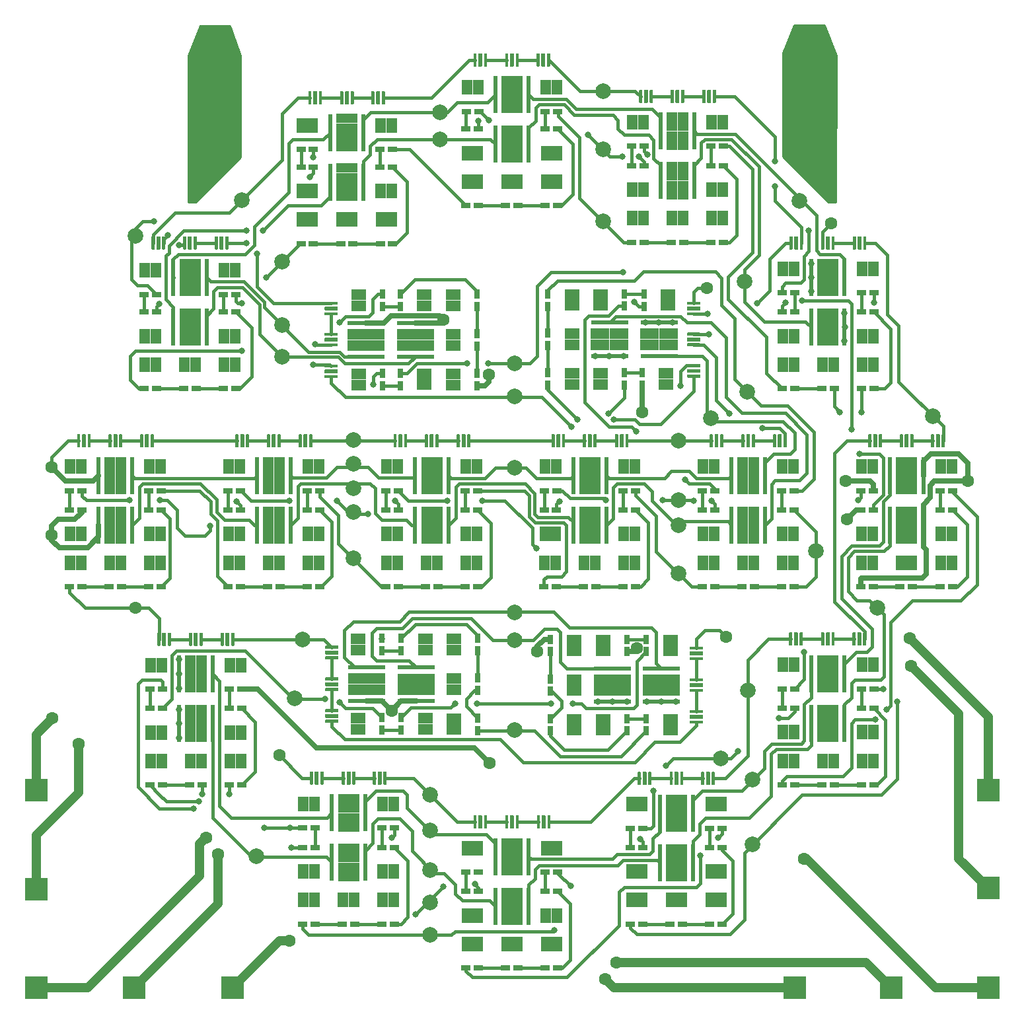
<source format=gtl>
G04 #@! TF.GenerationSoftware,KiCad,Pcbnew,(5.1.6)-1*
G04 #@! TF.CreationDate,2021-04-26T19:55:32-05:00*
G04 #@! TF.ProjectId,capstone-led,63617073-746f-46e6-952d-6c65642e6b69,rev?*
G04 #@! TF.SameCoordinates,Original*
G04 #@! TF.FileFunction,Copper,L1,Top*
G04 #@! TF.FilePolarity,Positive*
%FSLAX46Y46*%
G04 Gerber Fmt 4.6, Leading zero omitted, Abs format (unit mm)*
G04 Created by KiCad (PCBNEW (5.1.6)-1) date 2021-04-26 19:55:32*
%MOMM*%
%LPD*%
G01*
G04 APERTURE LIST*
G04 #@! TA.AperFunction,ComponentPad*
%ADD10R,1.195000X1.390000*%
G04 #@! TD*
G04 #@! TA.AperFunction,SMDPad,CuDef*
%ADD11R,4.780000X0.500000*%
G04 #@! TD*
G04 #@! TA.AperFunction,ComponentPad*
%ADD12R,1.430000X1.830000*%
G04 #@! TD*
G04 #@! TA.AperFunction,SMDPad,CuDef*
%ADD13R,1.260000X0.730000*%
G04 #@! TD*
G04 #@! TA.AperFunction,ComponentPad*
%ADD14R,1.830000X1.430000*%
G04 #@! TD*
G04 #@! TA.AperFunction,SMDPad,CuDef*
%ADD15R,0.730000X1.260000*%
G04 #@! TD*
G04 #@! TA.AperFunction,ComponentPad*
%ADD16R,1.390000X1.195000*%
G04 #@! TD*
G04 #@! TA.AperFunction,SMDPad,CuDef*
%ADD17R,0.500000X4.780000*%
G04 #@! TD*
G04 #@! TA.AperFunction,SMDPad,CuDef*
%ADD18C,2.000000*%
G04 #@! TD*
G04 #@! TA.AperFunction,SMDPad,CuDef*
%ADD19R,3.000000X3.000000*%
G04 #@! TD*
G04 #@! TA.AperFunction,SMDPad,CuDef*
%ADD20R,4.000000X4.000000*%
G04 #@! TD*
G04 #@! TA.AperFunction,ViaPad*
%ADD21C,0.800000*%
G04 #@! TD*
G04 #@! TA.AperFunction,ViaPad*
%ADD22C,1.600000*%
G04 #@! TD*
G04 #@! TA.AperFunction,Conductor*
%ADD23C,0.381000*%
G04 #@! TD*
G04 #@! TA.AperFunction,Conductor*
%ADD24C,0.635000*%
G04 #@! TD*
G04 #@! TA.AperFunction,Conductor*
%ADD25C,1.200000*%
G04 #@! TD*
G04 #@! TA.AperFunction,Conductor*
%ADD26C,1.750000*%
G04 #@! TD*
G04 #@! TA.AperFunction,Conductor*
%ADD27C,0.250000*%
G04 #@! TD*
G04 #@! TA.AperFunction,Conductor*
%ADD28C,0.254000*%
G04 #@! TD*
G04 APERTURE END LIST*
G04 #@! TA.AperFunction,Conductor*
G36*
G01*
X123462000Y-118045200D02*
X121902000Y-118045200D01*
G75*
G02*
X121832000Y-117975200I0J70000D01*
G01*
X121832000Y-117715200D01*
G75*
G02*
X121902000Y-117645200I70000J0D01*
G01*
X123462000Y-117645200D01*
G75*
G02*
X123532000Y-117715200I0J-70000D01*
G01*
X123532000Y-117975200D01*
G75*
G02*
X123462000Y-118045200I-70000J0D01*
G01*
G37*
G04 #@! TD.AperFunction*
G04 #@! TA.AperFunction,Conductor*
G36*
G01*
X123462000Y-116695200D02*
X121902000Y-116695200D01*
G75*
G02*
X121832000Y-116625200I0J70000D01*
G01*
X121832000Y-116365200D01*
G75*
G02*
X121902000Y-116295200I70000J0D01*
G01*
X123462000Y-116295200D01*
G75*
G02*
X123532000Y-116365200I0J-70000D01*
G01*
X123532000Y-116625200D01*
G75*
G02*
X123462000Y-116695200I-70000J0D01*
G01*
G37*
G04 #@! TD.AperFunction*
G04 #@! TA.AperFunction,ComponentPad*
G36*
G01*
X123472000Y-117420200D02*
X121892000Y-117420200D01*
G75*
G02*
X121832000Y-117360200I0J60000D01*
G01*
X121832000Y-116980200D01*
G75*
G02*
X121892000Y-116920200I60000J0D01*
G01*
X123472000Y-116920200D01*
G75*
G02*
X123532000Y-116980200I0J-60000D01*
G01*
X123532000Y-117360200D01*
G75*
G02*
X123472000Y-117420200I-60000J0D01*
G01*
G37*
G04 #@! TD.AperFunction*
G04 #@! TA.AperFunction,Conductor*
G36*
G01*
X123462000Y-122109200D02*
X121902000Y-122109200D01*
G75*
G02*
X121832000Y-122039200I0J70000D01*
G01*
X121832000Y-121779200D01*
G75*
G02*
X121902000Y-121709200I70000J0D01*
G01*
X123462000Y-121709200D01*
G75*
G02*
X123532000Y-121779200I0J-70000D01*
G01*
X123532000Y-122039200D01*
G75*
G02*
X123462000Y-122109200I-70000J0D01*
G01*
G37*
G04 #@! TD.AperFunction*
G04 #@! TA.AperFunction,Conductor*
G36*
G01*
X123462000Y-120759200D02*
X121902000Y-120759200D01*
G75*
G02*
X121832000Y-120689200I0J70000D01*
G01*
X121832000Y-120429200D01*
G75*
G02*
X121902000Y-120359200I70000J0D01*
G01*
X123462000Y-120359200D01*
G75*
G02*
X123532000Y-120429200I0J-70000D01*
G01*
X123532000Y-120689200D01*
G75*
G02*
X123462000Y-120759200I-70000J0D01*
G01*
G37*
G04 #@! TD.AperFunction*
G04 #@! TA.AperFunction,ComponentPad*
G36*
G01*
X123472000Y-121484200D02*
X121892000Y-121484200D01*
G75*
G02*
X121832000Y-121424200I0J60000D01*
G01*
X121832000Y-121044200D01*
G75*
G02*
X121892000Y-120984200I60000J0D01*
G01*
X123472000Y-120984200D01*
G75*
G02*
X123532000Y-121044200I0J-60000D01*
G01*
X123532000Y-121424200D01*
G75*
G02*
X123472000Y-121484200I-60000J0D01*
G01*
G37*
G04 #@! TD.AperFunction*
G04 #@! TA.AperFunction,Conductor*
G36*
G01*
X123462000Y-126173200D02*
X121902000Y-126173200D01*
G75*
G02*
X121832000Y-126103200I0J70000D01*
G01*
X121832000Y-125843200D01*
G75*
G02*
X121902000Y-125773200I70000J0D01*
G01*
X123462000Y-125773200D01*
G75*
G02*
X123532000Y-125843200I0J-70000D01*
G01*
X123532000Y-126103200D01*
G75*
G02*
X123462000Y-126173200I-70000J0D01*
G01*
G37*
G04 #@! TD.AperFunction*
G04 #@! TA.AperFunction,Conductor*
G36*
G01*
X123462000Y-124823200D02*
X121902000Y-124823200D01*
G75*
G02*
X121832000Y-124753200I0J70000D01*
G01*
X121832000Y-124493200D01*
G75*
G02*
X121902000Y-124423200I70000J0D01*
G01*
X123462000Y-124423200D01*
G75*
G02*
X123532000Y-124493200I0J-70000D01*
G01*
X123532000Y-124753200D01*
G75*
G02*
X123462000Y-124823200I-70000J0D01*
G01*
G37*
G04 #@! TD.AperFunction*
G04 #@! TA.AperFunction,ComponentPad*
G36*
G01*
X123472000Y-125548200D02*
X121892000Y-125548200D01*
G75*
G02*
X121832000Y-125488200I0J60000D01*
G01*
X121832000Y-125108200D01*
G75*
G02*
X121892000Y-125048200I60000J0D01*
G01*
X123472000Y-125048200D01*
G75*
G02*
X123532000Y-125108200I0J-60000D01*
G01*
X123532000Y-125488200D01*
G75*
G02*
X123472000Y-125548200I-60000J0D01*
G01*
G37*
G04 #@! TD.AperFunction*
G04 #@! TA.AperFunction,Conductor*
G36*
G01*
X75191400Y-124321600D02*
X76751400Y-124321600D01*
G75*
G02*
X76821400Y-124391600I0J-70000D01*
G01*
X76821400Y-124651600D01*
G75*
G02*
X76751400Y-124721600I-70000J0D01*
G01*
X75191400Y-124721600D01*
G75*
G02*
X75121400Y-124651600I0J70000D01*
G01*
X75121400Y-124391600D01*
G75*
G02*
X75191400Y-124321600I70000J0D01*
G01*
G37*
G04 #@! TD.AperFunction*
G04 #@! TA.AperFunction,Conductor*
G36*
G01*
X75191400Y-125671600D02*
X76751400Y-125671600D01*
G75*
G02*
X76821400Y-125741600I0J-70000D01*
G01*
X76821400Y-126001600D01*
G75*
G02*
X76751400Y-126071600I-70000J0D01*
G01*
X75191400Y-126071600D01*
G75*
G02*
X75121400Y-126001600I0J70000D01*
G01*
X75121400Y-125741600D01*
G75*
G02*
X75191400Y-125671600I70000J0D01*
G01*
G37*
G04 #@! TD.AperFunction*
G04 #@! TA.AperFunction,ComponentPad*
G36*
G01*
X75181400Y-124946600D02*
X76761400Y-124946600D01*
G75*
G02*
X76821400Y-125006600I0J-60000D01*
G01*
X76821400Y-125386600D01*
G75*
G02*
X76761400Y-125446600I-60000J0D01*
G01*
X75181400Y-125446600D01*
G75*
G02*
X75121400Y-125386600I0J60000D01*
G01*
X75121400Y-125006600D01*
G75*
G02*
X75181400Y-124946600I60000J0D01*
G01*
G37*
G04 #@! TD.AperFunction*
G04 #@! TA.AperFunction,Conductor*
G36*
G01*
X75191400Y-120257600D02*
X76751400Y-120257600D01*
G75*
G02*
X76821400Y-120327600I0J-70000D01*
G01*
X76821400Y-120587600D01*
G75*
G02*
X76751400Y-120657600I-70000J0D01*
G01*
X75191400Y-120657600D01*
G75*
G02*
X75121400Y-120587600I0J70000D01*
G01*
X75121400Y-120327600D01*
G75*
G02*
X75191400Y-120257600I70000J0D01*
G01*
G37*
G04 #@! TD.AperFunction*
G04 #@! TA.AperFunction,Conductor*
G36*
G01*
X75191400Y-121607600D02*
X76751400Y-121607600D01*
G75*
G02*
X76821400Y-121677600I0J-70000D01*
G01*
X76821400Y-121937600D01*
G75*
G02*
X76751400Y-122007600I-70000J0D01*
G01*
X75191400Y-122007600D01*
G75*
G02*
X75121400Y-121937600I0J70000D01*
G01*
X75121400Y-121677600D01*
G75*
G02*
X75191400Y-121607600I70000J0D01*
G01*
G37*
G04 #@! TD.AperFunction*
G04 #@! TA.AperFunction,ComponentPad*
G36*
G01*
X75181400Y-120882600D02*
X76761400Y-120882600D01*
G75*
G02*
X76821400Y-120942600I0J-60000D01*
G01*
X76821400Y-121322600D01*
G75*
G02*
X76761400Y-121382600I-60000J0D01*
G01*
X75181400Y-121382600D01*
G75*
G02*
X75121400Y-121322600I0J60000D01*
G01*
X75121400Y-120942600D01*
G75*
G02*
X75181400Y-120882600I60000J0D01*
G01*
G37*
G04 #@! TD.AperFunction*
G04 #@! TA.AperFunction,Conductor*
G36*
G01*
X75191400Y-116193600D02*
X76751400Y-116193600D01*
G75*
G02*
X76821400Y-116263600I0J-70000D01*
G01*
X76821400Y-116523600D01*
G75*
G02*
X76751400Y-116593600I-70000J0D01*
G01*
X75191400Y-116593600D01*
G75*
G02*
X75121400Y-116523600I0J70000D01*
G01*
X75121400Y-116263600D01*
G75*
G02*
X75191400Y-116193600I70000J0D01*
G01*
G37*
G04 #@! TD.AperFunction*
G04 #@! TA.AperFunction,Conductor*
G36*
G01*
X75191400Y-117543600D02*
X76751400Y-117543600D01*
G75*
G02*
X76821400Y-117613600I0J-70000D01*
G01*
X76821400Y-117873600D01*
G75*
G02*
X76751400Y-117943600I-70000J0D01*
G01*
X75191400Y-117943600D01*
G75*
G02*
X75121400Y-117873600I0J70000D01*
G01*
X75121400Y-117613600D01*
G75*
G02*
X75191400Y-117543600I70000J0D01*
G01*
G37*
G04 #@! TD.AperFunction*
G04 #@! TA.AperFunction,ComponentPad*
G36*
G01*
X75181400Y-116818600D02*
X76761400Y-116818600D01*
G75*
G02*
X76821400Y-116878600I0J-60000D01*
G01*
X76821400Y-117258600D01*
G75*
G02*
X76761400Y-117318600I-60000J0D01*
G01*
X75181400Y-117318600D01*
G75*
G02*
X75121400Y-117258600I0J60000D01*
G01*
X75121400Y-116878600D01*
G75*
G02*
X75181400Y-116818600I60000J0D01*
G01*
G37*
G04 #@! TD.AperFunction*
G04 #@! TA.AperFunction,Conductor*
G36*
G01*
X61736000Y-116146800D02*
X61736000Y-114586800D01*
G75*
G02*
X61806000Y-114516800I70000J0D01*
G01*
X62066000Y-114516800D01*
G75*
G02*
X62136000Y-114586800I0J-70000D01*
G01*
X62136000Y-116146800D01*
G75*
G02*
X62066000Y-116216800I-70000J0D01*
G01*
X61806000Y-116216800D01*
G75*
G02*
X61736000Y-116146800I0J70000D01*
G01*
G37*
G04 #@! TD.AperFunction*
G04 #@! TA.AperFunction,Conductor*
G36*
G01*
X63086000Y-116146800D02*
X63086000Y-114586800D01*
G75*
G02*
X63156000Y-114516800I70000J0D01*
G01*
X63416000Y-114516800D01*
G75*
G02*
X63486000Y-114586800I0J-70000D01*
G01*
X63486000Y-116146800D01*
G75*
G02*
X63416000Y-116216800I-70000J0D01*
G01*
X63156000Y-116216800D01*
G75*
G02*
X63086000Y-116146800I0J70000D01*
G01*
G37*
G04 #@! TD.AperFunction*
G04 #@! TA.AperFunction,ComponentPad*
G36*
G01*
X62361000Y-116156800D02*
X62361000Y-114576800D01*
G75*
G02*
X62421000Y-114516800I60000J0D01*
G01*
X62801000Y-114516800D01*
G75*
G02*
X62861000Y-114576800I0J-60000D01*
G01*
X62861000Y-116156800D01*
G75*
G02*
X62801000Y-116216800I-60000J0D01*
G01*
X62421000Y-116216800D01*
G75*
G02*
X62361000Y-116156800I0J60000D01*
G01*
G37*
G04 #@! TD.AperFunction*
G04 #@! TA.AperFunction,Conductor*
G36*
G01*
X57672000Y-116146800D02*
X57672000Y-114586800D01*
G75*
G02*
X57742000Y-114516800I70000J0D01*
G01*
X58002000Y-114516800D01*
G75*
G02*
X58072000Y-114586800I0J-70000D01*
G01*
X58072000Y-116146800D01*
G75*
G02*
X58002000Y-116216800I-70000J0D01*
G01*
X57742000Y-116216800D01*
G75*
G02*
X57672000Y-116146800I0J70000D01*
G01*
G37*
G04 #@! TD.AperFunction*
G04 #@! TA.AperFunction,Conductor*
G36*
G01*
X59022000Y-116146800D02*
X59022000Y-114586800D01*
G75*
G02*
X59092000Y-114516800I70000J0D01*
G01*
X59352000Y-114516800D01*
G75*
G02*
X59422000Y-114586800I0J-70000D01*
G01*
X59422000Y-116146800D01*
G75*
G02*
X59352000Y-116216800I-70000J0D01*
G01*
X59092000Y-116216800D01*
G75*
G02*
X59022000Y-116146800I0J70000D01*
G01*
G37*
G04 #@! TD.AperFunction*
G04 #@! TA.AperFunction,ComponentPad*
G36*
G01*
X58297000Y-116156800D02*
X58297000Y-114576800D01*
G75*
G02*
X58357000Y-114516800I60000J0D01*
G01*
X58737000Y-114516800D01*
G75*
G02*
X58797000Y-114576800I0J-60000D01*
G01*
X58797000Y-116156800D01*
G75*
G02*
X58737000Y-116216800I-60000J0D01*
G01*
X58357000Y-116216800D01*
G75*
G02*
X58297000Y-116156800I0J60000D01*
G01*
G37*
G04 #@! TD.AperFunction*
G04 #@! TA.AperFunction,Conductor*
G36*
G01*
X53608000Y-116146800D02*
X53608000Y-114586800D01*
G75*
G02*
X53678000Y-114516800I70000J0D01*
G01*
X53938000Y-114516800D01*
G75*
G02*
X54008000Y-114586800I0J-70000D01*
G01*
X54008000Y-116146800D01*
G75*
G02*
X53938000Y-116216800I-70000J0D01*
G01*
X53678000Y-116216800D01*
G75*
G02*
X53608000Y-116146800I0J70000D01*
G01*
G37*
G04 #@! TD.AperFunction*
G04 #@! TA.AperFunction,Conductor*
G36*
G01*
X54958000Y-116146800D02*
X54958000Y-114586800D01*
G75*
G02*
X55028000Y-114516800I70000J0D01*
G01*
X55288000Y-114516800D01*
G75*
G02*
X55358000Y-114586800I0J-70000D01*
G01*
X55358000Y-116146800D01*
G75*
G02*
X55288000Y-116216800I-70000J0D01*
G01*
X55028000Y-116216800D01*
G75*
G02*
X54958000Y-116146800I0J70000D01*
G01*
G37*
G04 #@! TD.AperFunction*
G04 #@! TA.AperFunction,ComponentPad*
G36*
G01*
X54233000Y-116156800D02*
X54233000Y-114576800D01*
G75*
G02*
X54293000Y-114516800I60000J0D01*
G01*
X54673000Y-114516800D01*
G75*
G02*
X54733000Y-114576800I0J-60000D01*
G01*
X54733000Y-116156800D01*
G75*
G02*
X54673000Y-116216800I-60000J0D01*
G01*
X54293000Y-116216800D01*
G75*
G02*
X54233000Y-116156800I0J60000D01*
G01*
G37*
G04 #@! TD.AperFunction*
G04 #@! TA.AperFunction,Conductor*
G36*
G01*
X74916000Y-132366800D02*
X74916000Y-133926800D01*
G75*
G02*
X74846000Y-133996800I-70000J0D01*
G01*
X74586000Y-133996800D01*
G75*
G02*
X74516000Y-133926800I0J70000D01*
G01*
X74516000Y-132366800D01*
G75*
G02*
X74586000Y-132296800I70000J0D01*
G01*
X74846000Y-132296800D01*
G75*
G02*
X74916000Y-132366800I0J-70000D01*
G01*
G37*
G04 #@! TD.AperFunction*
G04 #@! TA.AperFunction,Conductor*
G36*
G01*
X73566000Y-132366800D02*
X73566000Y-133926800D01*
G75*
G02*
X73496000Y-133996800I-70000J0D01*
G01*
X73236000Y-133996800D01*
G75*
G02*
X73166000Y-133926800I0J70000D01*
G01*
X73166000Y-132366800D01*
G75*
G02*
X73236000Y-132296800I70000J0D01*
G01*
X73496000Y-132296800D01*
G75*
G02*
X73566000Y-132366800I0J-70000D01*
G01*
G37*
G04 #@! TD.AperFunction*
G04 #@! TA.AperFunction,ComponentPad*
G36*
G01*
X74291000Y-132356800D02*
X74291000Y-133936800D01*
G75*
G02*
X74231000Y-133996800I-60000J0D01*
G01*
X73851000Y-133996800D01*
G75*
G02*
X73791000Y-133936800I0J60000D01*
G01*
X73791000Y-132356800D01*
G75*
G02*
X73851000Y-132296800I60000J0D01*
G01*
X74231000Y-132296800D01*
G75*
G02*
X74291000Y-132356800I0J-60000D01*
G01*
G37*
G04 #@! TD.AperFunction*
G04 #@! TA.AperFunction,Conductor*
G36*
G01*
X136358600Y-63786800D02*
X136358600Y-65346800D01*
G75*
G02*
X136288600Y-65416800I-70000J0D01*
G01*
X136028600Y-65416800D01*
G75*
G02*
X135958600Y-65346800I0J70000D01*
G01*
X135958600Y-63786800D01*
G75*
G02*
X136028600Y-63716800I70000J0D01*
G01*
X136288600Y-63716800D01*
G75*
G02*
X136358600Y-63786800I0J-70000D01*
G01*
G37*
G04 #@! TD.AperFunction*
G04 #@! TA.AperFunction,Conductor*
G36*
G01*
X135008600Y-63786800D02*
X135008600Y-65346800D01*
G75*
G02*
X134938600Y-65416800I-70000J0D01*
G01*
X134678600Y-65416800D01*
G75*
G02*
X134608600Y-65346800I0J70000D01*
G01*
X134608600Y-63786800D01*
G75*
G02*
X134678600Y-63716800I70000J0D01*
G01*
X134938600Y-63716800D01*
G75*
G02*
X135008600Y-63786800I0J-70000D01*
G01*
G37*
G04 #@! TD.AperFunction*
G04 #@! TA.AperFunction,ComponentPad*
G36*
G01*
X135733600Y-63776800D02*
X135733600Y-65356800D01*
G75*
G02*
X135673600Y-65416800I-60000J0D01*
G01*
X135293600Y-65416800D01*
G75*
G02*
X135233600Y-65356800I0J60000D01*
G01*
X135233600Y-63776800D01*
G75*
G02*
X135293600Y-63716800I60000J0D01*
G01*
X135673600Y-63716800D01*
G75*
G02*
X135733600Y-63776800I0J-60000D01*
G01*
G37*
G04 #@! TD.AperFunction*
G04 #@! TA.AperFunction,Conductor*
G36*
G01*
X123131800Y-73849200D02*
X121571800Y-73849200D01*
G75*
G02*
X121501800Y-73779200I0J70000D01*
G01*
X121501800Y-73519200D01*
G75*
G02*
X121571800Y-73449200I70000J0D01*
G01*
X123131800Y-73449200D01*
G75*
G02*
X123201800Y-73519200I0J-70000D01*
G01*
X123201800Y-73779200D01*
G75*
G02*
X123131800Y-73849200I-70000J0D01*
G01*
G37*
G04 #@! TD.AperFunction*
G04 #@! TA.AperFunction,Conductor*
G36*
G01*
X123131800Y-72499200D02*
X121571800Y-72499200D01*
G75*
G02*
X121501800Y-72429200I0J70000D01*
G01*
X121501800Y-72169200D01*
G75*
G02*
X121571800Y-72099200I70000J0D01*
G01*
X123131800Y-72099200D01*
G75*
G02*
X123201800Y-72169200I0J-70000D01*
G01*
X123201800Y-72429200D01*
G75*
G02*
X123131800Y-72499200I-70000J0D01*
G01*
G37*
G04 #@! TD.AperFunction*
G04 #@! TA.AperFunction,ComponentPad*
G36*
G01*
X123141800Y-73224200D02*
X121561800Y-73224200D01*
G75*
G02*
X121501800Y-73164200I0J60000D01*
G01*
X121501800Y-72784200D01*
G75*
G02*
X121561800Y-72724200I60000J0D01*
G01*
X123141800Y-72724200D01*
G75*
G02*
X123201800Y-72784200I0J-60000D01*
G01*
X123201800Y-73164200D01*
G75*
G02*
X123141800Y-73224200I-60000J0D01*
G01*
G37*
G04 #@! TD.AperFunction*
G04 #@! TA.AperFunction,Conductor*
G36*
G01*
X79005400Y-132366800D02*
X79005400Y-133926800D01*
G75*
G02*
X78935400Y-133996800I-70000J0D01*
G01*
X78675400Y-133996800D01*
G75*
G02*
X78605400Y-133926800I0J70000D01*
G01*
X78605400Y-132366800D01*
G75*
G02*
X78675400Y-132296800I70000J0D01*
G01*
X78935400Y-132296800D01*
G75*
G02*
X79005400Y-132366800I0J-70000D01*
G01*
G37*
G04 #@! TD.AperFunction*
G04 #@! TA.AperFunction,Conductor*
G36*
G01*
X77655400Y-132366800D02*
X77655400Y-133926800D01*
G75*
G02*
X77585400Y-133996800I-70000J0D01*
G01*
X77325400Y-133996800D01*
G75*
G02*
X77255400Y-133926800I0J70000D01*
G01*
X77255400Y-132366800D01*
G75*
G02*
X77325400Y-132296800I70000J0D01*
G01*
X77585400Y-132296800D01*
G75*
G02*
X77655400Y-132366800I0J-70000D01*
G01*
G37*
G04 #@! TD.AperFunction*
G04 #@! TA.AperFunction,ComponentPad*
G36*
G01*
X78380400Y-132356800D02*
X78380400Y-133936800D01*
G75*
G02*
X78320400Y-133996800I-60000J0D01*
G01*
X77940400Y-133996800D01*
G75*
G02*
X77880400Y-133936800I0J60000D01*
G01*
X77880400Y-132356800D01*
G75*
G02*
X77940400Y-132296800I60000J0D01*
G01*
X78320400Y-132296800D01*
G75*
G02*
X78380400Y-132356800I0J-60000D01*
G01*
G37*
G04 #@! TD.AperFunction*
G04 #@! TA.AperFunction,Conductor*
G36*
G01*
X123458000Y-46576200D02*
X123458000Y-45016200D01*
G75*
G02*
X123528000Y-44946200I70000J0D01*
G01*
X123788000Y-44946200D01*
G75*
G02*
X123858000Y-45016200I0J-70000D01*
G01*
X123858000Y-46576200D01*
G75*
G02*
X123788000Y-46646200I-70000J0D01*
G01*
X123528000Y-46646200D01*
G75*
G02*
X123458000Y-46576200I0J70000D01*
G01*
G37*
G04 #@! TD.AperFunction*
G04 #@! TA.AperFunction,Conductor*
G36*
G01*
X124808000Y-46576200D02*
X124808000Y-45016200D01*
G75*
G02*
X124878000Y-44946200I70000J0D01*
G01*
X125138000Y-44946200D01*
G75*
G02*
X125208000Y-45016200I0J-70000D01*
G01*
X125208000Y-46576200D01*
G75*
G02*
X125138000Y-46646200I-70000J0D01*
G01*
X124878000Y-46646200D01*
G75*
G02*
X124808000Y-46576200I0J70000D01*
G01*
G37*
G04 #@! TD.AperFunction*
G04 #@! TA.AperFunction,ComponentPad*
G36*
G01*
X124083000Y-46586200D02*
X124083000Y-45006200D01*
G75*
G02*
X124143000Y-44946200I60000J0D01*
G01*
X124523000Y-44946200D01*
G75*
G02*
X124583000Y-45006200I0J-60000D01*
G01*
X124583000Y-46586200D01*
G75*
G02*
X124523000Y-46646200I-60000J0D01*
G01*
X124143000Y-46646200D01*
G75*
G02*
X124083000Y-46586200I0J60000D01*
G01*
G37*
G04 #@! TD.AperFunction*
G04 #@! TA.AperFunction,Conductor*
G36*
G01*
X123131800Y-77811600D02*
X121571800Y-77811600D01*
G75*
G02*
X121501800Y-77741600I0J70000D01*
G01*
X121501800Y-77481600D01*
G75*
G02*
X121571800Y-77411600I70000J0D01*
G01*
X123131800Y-77411600D01*
G75*
G02*
X123201800Y-77481600I0J-70000D01*
G01*
X123201800Y-77741600D01*
G75*
G02*
X123131800Y-77811600I-70000J0D01*
G01*
G37*
G04 #@! TD.AperFunction*
G04 #@! TA.AperFunction,Conductor*
G36*
G01*
X123131800Y-76461600D02*
X121571800Y-76461600D01*
G75*
G02*
X121501800Y-76391600I0J70000D01*
G01*
X121501800Y-76131600D01*
G75*
G02*
X121571800Y-76061600I70000J0D01*
G01*
X123131800Y-76061600D01*
G75*
G02*
X123201800Y-76131600I0J-70000D01*
G01*
X123201800Y-76391600D01*
G75*
G02*
X123131800Y-76461600I-70000J0D01*
G01*
G37*
G04 #@! TD.AperFunction*
G04 #@! TA.AperFunction,ComponentPad*
G36*
G01*
X123141800Y-77186600D02*
X121561800Y-77186600D01*
G75*
G02*
X121501800Y-77126600I0J60000D01*
G01*
X121501800Y-76746600D01*
G75*
G02*
X121561800Y-76686600I60000J0D01*
G01*
X123141800Y-76686600D01*
G75*
G02*
X123201800Y-76746600I0J-60000D01*
G01*
X123201800Y-77126600D01*
G75*
G02*
X123141800Y-77186600I-60000J0D01*
G01*
G37*
G04 #@! TD.AperFunction*
G04 #@! TA.AperFunction,Conductor*
G36*
G01*
X82993200Y-132366800D02*
X82993200Y-133926800D01*
G75*
G02*
X82923200Y-133996800I-70000J0D01*
G01*
X82663200Y-133996800D01*
G75*
G02*
X82593200Y-133926800I0J70000D01*
G01*
X82593200Y-132366800D01*
G75*
G02*
X82663200Y-132296800I70000J0D01*
G01*
X82923200Y-132296800D01*
G75*
G02*
X82993200Y-132366800I0J-70000D01*
G01*
G37*
G04 #@! TD.AperFunction*
G04 #@! TA.AperFunction,Conductor*
G36*
G01*
X81643200Y-132366800D02*
X81643200Y-133926800D01*
G75*
G02*
X81573200Y-133996800I-70000J0D01*
G01*
X81313200Y-133996800D01*
G75*
G02*
X81243200Y-133926800I0J70000D01*
G01*
X81243200Y-132366800D01*
G75*
G02*
X81313200Y-132296800I70000J0D01*
G01*
X81573200Y-132296800D01*
G75*
G02*
X81643200Y-132366800I0J-70000D01*
G01*
G37*
G04 #@! TD.AperFunction*
G04 #@! TA.AperFunction,ComponentPad*
G36*
G01*
X82368200Y-132356800D02*
X82368200Y-133936800D01*
G75*
G02*
X82308200Y-133996800I-60000J0D01*
G01*
X81928200Y-133996800D01*
G75*
G02*
X81868200Y-133936800I0J60000D01*
G01*
X81868200Y-132356800D01*
G75*
G02*
X81928200Y-132296800I60000J0D01*
G01*
X82308200Y-132296800D01*
G75*
G02*
X82368200Y-132356800I0J-60000D01*
G01*
G37*
G04 #@! TD.AperFunction*
G04 #@! TA.AperFunction,Conductor*
G36*
G01*
X119394000Y-46576200D02*
X119394000Y-45016200D01*
G75*
G02*
X119464000Y-44946200I70000J0D01*
G01*
X119724000Y-44946200D01*
G75*
G02*
X119794000Y-45016200I0J-70000D01*
G01*
X119794000Y-46576200D01*
G75*
G02*
X119724000Y-46646200I-70000J0D01*
G01*
X119464000Y-46646200D01*
G75*
G02*
X119394000Y-46576200I0J70000D01*
G01*
G37*
G04 #@! TD.AperFunction*
G04 #@! TA.AperFunction,Conductor*
G36*
G01*
X120744000Y-46576200D02*
X120744000Y-45016200D01*
G75*
G02*
X120814000Y-44946200I70000J0D01*
G01*
X121074000Y-44946200D01*
G75*
G02*
X121144000Y-45016200I0J-70000D01*
G01*
X121144000Y-46576200D01*
G75*
G02*
X121074000Y-46646200I-70000J0D01*
G01*
X120814000Y-46646200D01*
G75*
G02*
X120744000Y-46576200I0J70000D01*
G01*
G37*
G04 #@! TD.AperFunction*
G04 #@! TA.AperFunction,ComponentPad*
G36*
G01*
X120019000Y-46586200D02*
X120019000Y-45006200D01*
G75*
G02*
X120079000Y-44946200I60000J0D01*
G01*
X120459000Y-44946200D01*
G75*
G02*
X120519000Y-45006200I0J-60000D01*
G01*
X120519000Y-46586200D01*
G75*
G02*
X120459000Y-46646200I-60000J0D01*
G01*
X120079000Y-46646200D01*
G75*
G02*
X120019000Y-46586200I0J60000D01*
G01*
G37*
G04 #@! TD.AperFunction*
G04 #@! TA.AperFunction,Conductor*
G36*
G01*
X132500400Y-90721400D02*
X132500400Y-89161400D01*
G75*
G02*
X132570400Y-89091400I70000J0D01*
G01*
X132830400Y-89091400D01*
G75*
G02*
X132900400Y-89161400I0J-70000D01*
G01*
X132900400Y-90721400D01*
G75*
G02*
X132830400Y-90791400I-70000J0D01*
G01*
X132570400Y-90791400D01*
G75*
G02*
X132500400Y-90721400I0J70000D01*
G01*
G37*
G04 #@! TD.AperFunction*
G04 #@! TA.AperFunction,Conductor*
G36*
G01*
X133850400Y-90721400D02*
X133850400Y-89161400D01*
G75*
G02*
X133920400Y-89091400I70000J0D01*
G01*
X134180400Y-89091400D01*
G75*
G02*
X134250400Y-89161400I0J-70000D01*
G01*
X134250400Y-90721400D01*
G75*
G02*
X134180400Y-90791400I-70000J0D01*
G01*
X133920400Y-90791400D01*
G75*
G02*
X133850400Y-90721400I0J70000D01*
G01*
G37*
G04 #@! TD.AperFunction*
G04 #@! TA.AperFunction,ComponentPad*
G36*
G01*
X133125400Y-90731400D02*
X133125400Y-89151400D01*
G75*
G02*
X133185400Y-89091400I60000J0D01*
G01*
X133565400Y-89091400D01*
G75*
G02*
X133625400Y-89151400I0J-60000D01*
G01*
X133625400Y-90731400D01*
G75*
G02*
X133565400Y-90791400I-60000J0D01*
G01*
X133185400Y-90791400D01*
G75*
G02*
X133125400Y-90731400I0J60000D01*
G01*
G37*
G04 #@! TD.AperFunction*
G04 #@! TA.AperFunction,Conductor*
G36*
G01*
X95871000Y-138005600D02*
X95871000Y-139565600D01*
G75*
G02*
X95801000Y-139635600I-70000J0D01*
G01*
X95541000Y-139635600D01*
G75*
G02*
X95471000Y-139565600I0J70000D01*
G01*
X95471000Y-138005600D01*
G75*
G02*
X95541000Y-137935600I70000J0D01*
G01*
X95801000Y-137935600D01*
G75*
G02*
X95871000Y-138005600I0J-70000D01*
G01*
G37*
G04 #@! TD.AperFunction*
G04 #@! TA.AperFunction,Conductor*
G36*
G01*
X94521000Y-138005600D02*
X94521000Y-139565600D01*
G75*
G02*
X94451000Y-139635600I-70000J0D01*
G01*
X94191000Y-139635600D01*
G75*
G02*
X94121000Y-139565600I0J70000D01*
G01*
X94121000Y-138005600D01*
G75*
G02*
X94191000Y-137935600I70000J0D01*
G01*
X94451000Y-137935600D01*
G75*
G02*
X94521000Y-138005600I0J-70000D01*
G01*
G37*
G04 #@! TD.AperFunction*
G04 #@! TA.AperFunction,ComponentPad*
G36*
G01*
X95246000Y-137995600D02*
X95246000Y-139575600D01*
G75*
G02*
X95186000Y-139635600I-60000J0D01*
G01*
X94806000Y-139635600D01*
G75*
G02*
X94746000Y-139575600I0J60000D01*
G01*
X94746000Y-137995600D01*
G75*
G02*
X94806000Y-137935600I60000J0D01*
G01*
X95186000Y-137935600D01*
G75*
G02*
X95246000Y-137995600I0J-60000D01*
G01*
G37*
G04 #@! TD.AperFunction*
G04 #@! TA.AperFunction,Conductor*
G36*
G01*
X115355400Y-46576200D02*
X115355400Y-45016200D01*
G75*
G02*
X115425400Y-44946200I70000J0D01*
G01*
X115685400Y-44946200D01*
G75*
G02*
X115755400Y-45016200I0J-70000D01*
G01*
X115755400Y-46576200D01*
G75*
G02*
X115685400Y-46646200I-70000J0D01*
G01*
X115425400Y-46646200D01*
G75*
G02*
X115355400Y-46576200I0J70000D01*
G01*
G37*
G04 #@! TD.AperFunction*
G04 #@! TA.AperFunction,Conductor*
G36*
G01*
X116705400Y-46576200D02*
X116705400Y-45016200D01*
G75*
G02*
X116775400Y-44946200I70000J0D01*
G01*
X117035400Y-44946200D01*
G75*
G02*
X117105400Y-45016200I0J-70000D01*
G01*
X117105400Y-46576200D01*
G75*
G02*
X117035400Y-46646200I-70000J0D01*
G01*
X116775400Y-46646200D01*
G75*
G02*
X116705400Y-46576200I0J70000D01*
G01*
G37*
G04 #@! TD.AperFunction*
G04 #@! TA.AperFunction,ComponentPad*
G36*
G01*
X115980400Y-46586200D02*
X115980400Y-45006200D01*
G75*
G02*
X116040400Y-44946200I60000J0D01*
G01*
X116420400Y-44946200D01*
G75*
G02*
X116480400Y-45006200I0J-60000D01*
G01*
X116480400Y-46586200D01*
G75*
G02*
X116420400Y-46646200I-60000J0D01*
G01*
X116040400Y-46646200D01*
G75*
G02*
X115980400Y-46586200I0J60000D01*
G01*
G37*
G04 #@! TD.AperFunction*
G04 #@! TA.AperFunction,Conductor*
G36*
G01*
X128461800Y-90721400D02*
X128461800Y-89161400D01*
G75*
G02*
X128531800Y-89091400I70000J0D01*
G01*
X128791800Y-89091400D01*
G75*
G02*
X128861800Y-89161400I0J-70000D01*
G01*
X128861800Y-90721400D01*
G75*
G02*
X128791800Y-90791400I-70000J0D01*
G01*
X128531800Y-90791400D01*
G75*
G02*
X128461800Y-90721400I0J70000D01*
G01*
G37*
G04 #@! TD.AperFunction*
G04 #@! TA.AperFunction,Conductor*
G36*
G01*
X129811800Y-90721400D02*
X129811800Y-89161400D01*
G75*
G02*
X129881800Y-89091400I70000J0D01*
G01*
X130141800Y-89091400D01*
G75*
G02*
X130211800Y-89161400I0J-70000D01*
G01*
X130211800Y-90721400D01*
G75*
G02*
X130141800Y-90791400I-70000J0D01*
G01*
X129881800Y-90791400D01*
G75*
G02*
X129811800Y-90721400I0J70000D01*
G01*
G37*
G04 #@! TD.AperFunction*
G04 #@! TA.AperFunction,ComponentPad*
G36*
G01*
X129086800Y-90731400D02*
X129086800Y-89151400D01*
G75*
G02*
X129146800Y-89091400I60000J0D01*
G01*
X129526800Y-89091400D01*
G75*
G02*
X129586800Y-89151400I0J-60000D01*
G01*
X129586800Y-90731400D01*
G75*
G02*
X129526800Y-90791400I-60000J0D01*
G01*
X129146800Y-90791400D01*
G75*
G02*
X129086800Y-90731400I0J60000D01*
G01*
G37*
G04 #@! TD.AperFunction*
G04 #@! TA.AperFunction,Conductor*
G36*
G01*
X99935000Y-138005600D02*
X99935000Y-139565600D01*
G75*
G02*
X99865000Y-139635600I-70000J0D01*
G01*
X99605000Y-139635600D01*
G75*
G02*
X99535000Y-139565600I0J70000D01*
G01*
X99535000Y-138005600D01*
G75*
G02*
X99605000Y-137935600I70000J0D01*
G01*
X99865000Y-137935600D01*
G75*
G02*
X99935000Y-138005600I0J-70000D01*
G01*
G37*
G04 #@! TD.AperFunction*
G04 #@! TA.AperFunction,Conductor*
G36*
G01*
X98585000Y-138005600D02*
X98585000Y-139565600D01*
G75*
G02*
X98515000Y-139635600I-70000J0D01*
G01*
X98255000Y-139635600D01*
G75*
G02*
X98185000Y-139565600I0J70000D01*
G01*
X98185000Y-138005600D01*
G75*
G02*
X98255000Y-137935600I70000J0D01*
G01*
X98515000Y-137935600D01*
G75*
G02*
X98585000Y-138005600I0J-70000D01*
G01*
G37*
G04 #@! TD.AperFunction*
G04 #@! TA.AperFunction,ComponentPad*
G36*
G01*
X99310000Y-137995600D02*
X99310000Y-139575600D01*
G75*
G02*
X99250000Y-139635600I-60000J0D01*
G01*
X98870000Y-139635600D01*
G75*
G02*
X98810000Y-139575600I0J60000D01*
G01*
X98810000Y-137995600D01*
G75*
G02*
X98870000Y-137935600I60000J0D01*
G01*
X99250000Y-137935600D01*
G75*
G02*
X99310000Y-137995600I0J-60000D01*
G01*
G37*
G04 #@! TD.AperFunction*
G04 #@! TA.AperFunction,Conductor*
G36*
G01*
X102198200Y-41902600D02*
X102198200Y-40342600D01*
G75*
G02*
X102268200Y-40272600I70000J0D01*
G01*
X102528200Y-40272600D01*
G75*
G02*
X102598200Y-40342600I0J-70000D01*
G01*
X102598200Y-41902600D01*
G75*
G02*
X102528200Y-41972600I-70000J0D01*
G01*
X102268200Y-41972600D01*
G75*
G02*
X102198200Y-41902600I0J70000D01*
G01*
G37*
G04 #@! TD.AperFunction*
G04 #@! TA.AperFunction,Conductor*
G36*
G01*
X103548200Y-41902600D02*
X103548200Y-40342600D01*
G75*
G02*
X103618200Y-40272600I70000J0D01*
G01*
X103878200Y-40272600D01*
G75*
G02*
X103948200Y-40342600I0J-70000D01*
G01*
X103948200Y-41902600D01*
G75*
G02*
X103878200Y-41972600I-70000J0D01*
G01*
X103618200Y-41972600D01*
G75*
G02*
X103548200Y-41902600I0J70000D01*
G01*
G37*
G04 #@! TD.AperFunction*
G04 #@! TA.AperFunction,ComponentPad*
G36*
G01*
X102823200Y-41912600D02*
X102823200Y-40332600D01*
G75*
G02*
X102883200Y-40272600I60000J0D01*
G01*
X103263200Y-40272600D01*
G75*
G02*
X103323200Y-40332600I0J-60000D01*
G01*
X103323200Y-41912600D01*
G75*
G02*
X103263200Y-41972600I-60000J0D01*
G01*
X102883200Y-41972600D01*
G75*
G02*
X102823200Y-41912600I0J60000D01*
G01*
G37*
G04 #@! TD.AperFunction*
G04 #@! TA.AperFunction,Conductor*
G36*
G01*
X124397800Y-90721400D02*
X124397800Y-89161400D01*
G75*
G02*
X124467800Y-89091400I70000J0D01*
G01*
X124727800Y-89091400D01*
G75*
G02*
X124797800Y-89161400I0J-70000D01*
G01*
X124797800Y-90721400D01*
G75*
G02*
X124727800Y-90791400I-70000J0D01*
G01*
X124467800Y-90791400D01*
G75*
G02*
X124397800Y-90721400I0J70000D01*
G01*
G37*
G04 #@! TD.AperFunction*
G04 #@! TA.AperFunction,Conductor*
G36*
G01*
X125747800Y-90721400D02*
X125747800Y-89161400D01*
G75*
G02*
X125817800Y-89091400I70000J0D01*
G01*
X126077800Y-89091400D01*
G75*
G02*
X126147800Y-89161400I0J-70000D01*
G01*
X126147800Y-90721400D01*
G75*
G02*
X126077800Y-90791400I-70000J0D01*
G01*
X125817800Y-90791400D01*
G75*
G02*
X125747800Y-90721400I0J70000D01*
G01*
G37*
G04 #@! TD.AperFunction*
G04 #@! TA.AperFunction,ComponentPad*
G36*
G01*
X125022800Y-90731400D02*
X125022800Y-89151400D01*
G75*
G02*
X125082800Y-89091400I60000J0D01*
G01*
X125462800Y-89091400D01*
G75*
G02*
X125522800Y-89151400I0J-60000D01*
G01*
X125522800Y-90731400D01*
G75*
G02*
X125462800Y-90791400I-60000J0D01*
G01*
X125082800Y-90791400D01*
G75*
G02*
X125022800Y-90731400I0J60000D01*
G01*
G37*
G04 #@! TD.AperFunction*
G04 #@! TA.AperFunction,Conductor*
G36*
G01*
X103999000Y-138005600D02*
X103999000Y-139565600D01*
G75*
G02*
X103929000Y-139635600I-70000J0D01*
G01*
X103669000Y-139635600D01*
G75*
G02*
X103599000Y-139565600I0J70000D01*
G01*
X103599000Y-138005600D01*
G75*
G02*
X103669000Y-137935600I70000J0D01*
G01*
X103929000Y-137935600D01*
G75*
G02*
X103999000Y-138005600I0J-70000D01*
G01*
G37*
G04 #@! TD.AperFunction*
G04 #@! TA.AperFunction,Conductor*
G36*
G01*
X102649000Y-138005600D02*
X102649000Y-139565600D01*
G75*
G02*
X102579000Y-139635600I-70000J0D01*
G01*
X102319000Y-139635600D01*
G75*
G02*
X102249000Y-139565600I0J70000D01*
G01*
X102249000Y-138005600D01*
G75*
G02*
X102319000Y-137935600I70000J0D01*
G01*
X102579000Y-137935600D01*
G75*
G02*
X102649000Y-138005600I0J-70000D01*
G01*
G37*
G04 #@! TD.AperFunction*
G04 #@! TA.AperFunction,ComponentPad*
G36*
G01*
X103374000Y-137995600D02*
X103374000Y-139575600D01*
G75*
G02*
X103314000Y-139635600I-60000J0D01*
G01*
X102934000Y-139635600D01*
G75*
G02*
X102874000Y-139575600I0J60000D01*
G01*
X102874000Y-137995600D01*
G75*
G02*
X102934000Y-137935600I60000J0D01*
G01*
X103314000Y-137935600D01*
G75*
G02*
X103374000Y-137995600I0J-60000D01*
G01*
G37*
G04 #@! TD.AperFunction*
G04 #@! TA.AperFunction,Conductor*
G36*
G01*
X98185000Y-41902600D02*
X98185000Y-40342600D01*
G75*
G02*
X98255000Y-40272600I70000J0D01*
G01*
X98515000Y-40272600D01*
G75*
G02*
X98585000Y-40342600I0J-70000D01*
G01*
X98585000Y-41902600D01*
G75*
G02*
X98515000Y-41972600I-70000J0D01*
G01*
X98255000Y-41972600D01*
G75*
G02*
X98185000Y-41902600I0J70000D01*
G01*
G37*
G04 #@! TD.AperFunction*
G04 #@! TA.AperFunction,Conductor*
G36*
G01*
X99535000Y-41902600D02*
X99535000Y-40342600D01*
G75*
G02*
X99605000Y-40272600I70000J0D01*
G01*
X99865000Y-40272600D01*
G75*
G02*
X99935000Y-40342600I0J-70000D01*
G01*
X99935000Y-41902600D01*
G75*
G02*
X99865000Y-41972600I-70000J0D01*
G01*
X99605000Y-41972600D01*
G75*
G02*
X99535000Y-41902600I0J70000D01*
G01*
G37*
G04 #@! TD.AperFunction*
G04 #@! TA.AperFunction,ComponentPad*
G36*
G01*
X98810000Y-41912600D02*
X98810000Y-40332600D01*
G75*
G02*
X98870000Y-40272600I60000J0D01*
G01*
X99250000Y-40272600D01*
G75*
G02*
X99310000Y-40332600I0J-60000D01*
G01*
X99310000Y-41912600D01*
G75*
G02*
X99250000Y-41972600I-60000J0D01*
G01*
X98870000Y-41972600D01*
G75*
G02*
X98810000Y-41912600I0J60000D01*
G01*
G37*
G04 #@! TD.AperFunction*
G04 #@! TA.AperFunction,Conductor*
G36*
G01*
X112256600Y-90721400D02*
X112256600Y-89161400D01*
G75*
G02*
X112326600Y-89091400I70000J0D01*
G01*
X112586600Y-89091400D01*
G75*
G02*
X112656600Y-89161400I0J-70000D01*
G01*
X112656600Y-90721400D01*
G75*
G02*
X112586600Y-90791400I-70000J0D01*
G01*
X112326600Y-90791400D01*
G75*
G02*
X112256600Y-90721400I0J70000D01*
G01*
G37*
G04 #@! TD.AperFunction*
G04 #@! TA.AperFunction,Conductor*
G36*
G01*
X113606600Y-90721400D02*
X113606600Y-89161400D01*
G75*
G02*
X113676600Y-89091400I70000J0D01*
G01*
X113936600Y-89091400D01*
G75*
G02*
X114006600Y-89161400I0J-70000D01*
G01*
X114006600Y-90721400D01*
G75*
G02*
X113936600Y-90791400I-70000J0D01*
G01*
X113676600Y-90791400D01*
G75*
G02*
X113606600Y-90721400I0J70000D01*
G01*
G37*
G04 #@! TD.AperFunction*
G04 #@! TA.AperFunction,ComponentPad*
G36*
G01*
X112881600Y-90731400D02*
X112881600Y-89151400D01*
G75*
G02*
X112941600Y-89091400I60000J0D01*
G01*
X113321600Y-89091400D01*
G75*
G02*
X113381600Y-89151400I0J-60000D01*
G01*
X113381600Y-90731400D01*
G75*
G02*
X113321600Y-90791400I-60000J0D01*
G01*
X112941600Y-90791400D01*
G75*
G02*
X112881600Y-90731400I0J60000D01*
G01*
G37*
G04 #@! TD.AperFunction*
G04 #@! TA.AperFunction,Conductor*
G36*
G01*
X116927600Y-132417600D02*
X116927600Y-133977600D01*
G75*
G02*
X116857600Y-134047600I-70000J0D01*
G01*
X116597600Y-134047600D01*
G75*
G02*
X116527600Y-133977600I0J70000D01*
G01*
X116527600Y-132417600D01*
G75*
G02*
X116597600Y-132347600I70000J0D01*
G01*
X116857600Y-132347600D01*
G75*
G02*
X116927600Y-132417600I0J-70000D01*
G01*
G37*
G04 #@! TD.AperFunction*
G04 #@! TA.AperFunction,Conductor*
G36*
G01*
X115577600Y-132417600D02*
X115577600Y-133977600D01*
G75*
G02*
X115507600Y-134047600I-70000J0D01*
G01*
X115247600Y-134047600D01*
G75*
G02*
X115177600Y-133977600I0J70000D01*
G01*
X115177600Y-132417600D01*
G75*
G02*
X115247600Y-132347600I70000J0D01*
G01*
X115507600Y-132347600D01*
G75*
G02*
X115577600Y-132417600I0J-70000D01*
G01*
G37*
G04 #@! TD.AperFunction*
G04 #@! TA.AperFunction,ComponentPad*
G36*
G01*
X116302600Y-132407600D02*
X116302600Y-133987600D01*
G75*
G02*
X116242600Y-134047600I-60000J0D01*
G01*
X115862600Y-134047600D01*
G75*
G02*
X115802600Y-133987600I0J60000D01*
G01*
X115802600Y-132407600D01*
G75*
G02*
X115862600Y-132347600I60000J0D01*
G01*
X116242600Y-132347600D01*
G75*
G02*
X116302600Y-132407600I0J-60000D01*
G01*
G37*
G04 #@! TD.AperFunction*
G04 #@! TA.AperFunction,Conductor*
G36*
G01*
X94121000Y-41902600D02*
X94121000Y-40342600D01*
G75*
G02*
X94191000Y-40272600I70000J0D01*
G01*
X94451000Y-40272600D01*
G75*
G02*
X94521000Y-40342600I0J-70000D01*
G01*
X94521000Y-41902600D01*
G75*
G02*
X94451000Y-41972600I-70000J0D01*
G01*
X94191000Y-41972600D01*
G75*
G02*
X94121000Y-41902600I0J70000D01*
G01*
G37*
G04 #@! TD.AperFunction*
G04 #@! TA.AperFunction,Conductor*
G36*
G01*
X95471000Y-41902600D02*
X95471000Y-40342600D01*
G75*
G02*
X95541000Y-40272600I70000J0D01*
G01*
X95801000Y-40272600D01*
G75*
G02*
X95871000Y-40342600I0J-70000D01*
G01*
X95871000Y-41902600D01*
G75*
G02*
X95801000Y-41972600I-70000J0D01*
G01*
X95541000Y-41972600D01*
G75*
G02*
X95471000Y-41902600I0J70000D01*
G01*
G37*
G04 #@! TD.AperFunction*
G04 #@! TA.AperFunction,ComponentPad*
G36*
G01*
X94746000Y-41912600D02*
X94746000Y-40332600D01*
G75*
G02*
X94806000Y-40272600I60000J0D01*
G01*
X95186000Y-40272600D01*
G75*
G02*
X95246000Y-40332600I0J-60000D01*
G01*
X95246000Y-41912600D01*
G75*
G02*
X95186000Y-41972600I-60000J0D01*
G01*
X94806000Y-41972600D01*
G75*
G02*
X94746000Y-41912600I0J60000D01*
G01*
G37*
G04 #@! TD.AperFunction*
G04 #@! TA.AperFunction,Conductor*
G36*
G01*
X108167200Y-90721400D02*
X108167200Y-89161400D01*
G75*
G02*
X108237200Y-89091400I70000J0D01*
G01*
X108497200Y-89091400D01*
G75*
G02*
X108567200Y-89161400I0J-70000D01*
G01*
X108567200Y-90721400D01*
G75*
G02*
X108497200Y-90791400I-70000J0D01*
G01*
X108237200Y-90791400D01*
G75*
G02*
X108167200Y-90721400I0J70000D01*
G01*
G37*
G04 #@! TD.AperFunction*
G04 #@! TA.AperFunction,Conductor*
G36*
G01*
X109517200Y-90721400D02*
X109517200Y-89161400D01*
G75*
G02*
X109587200Y-89091400I70000J0D01*
G01*
X109847200Y-89091400D01*
G75*
G02*
X109917200Y-89161400I0J-70000D01*
G01*
X109917200Y-90721400D01*
G75*
G02*
X109847200Y-90791400I-70000J0D01*
G01*
X109587200Y-90791400D01*
G75*
G02*
X109517200Y-90721400I0J70000D01*
G01*
G37*
G04 #@! TD.AperFunction*
G04 #@! TA.AperFunction,ComponentPad*
G36*
G01*
X108792200Y-90731400D02*
X108792200Y-89151400D01*
G75*
G02*
X108852200Y-89091400I60000J0D01*
G01*
X109232200Y-89091400D01*
G75*
G02*
X109292200Y-89151400I0J-60000D01*
G01*
X109292200Y-90731400D01*
G75*
G02*
X109232200Y-90791400I-60000J0D01*
G01*
X108852200Y-90791400D01*
G75*
G02*
X108792200Y-90731400I0J60000D01*
G01*
G37*
G04 #@! TD.AperFunction*
G04 #@! TA.AperFunction,Conductor*
G36*
G01*
X121017000Y-132417600D02*
X121017000Y-133977600D01*
G75*
G02*
X120947000Y-134047600I-70000J0D01*
G01*
X120687000Y-134047600D01*
G75*
G02*
X120617000Y-133977600I0J70000D01*
G01*
X120617000Y-132417600D01*
G75*
G02*
X120687000Y-132347600I70000J0D01*
G01*
X120947000Y-132347600D01*
G75*
G02*
X121017000Y-132417600I0J-70000D01*
G01*
G37*
G04 #@! TD.AperFunction*
G04 #@! TA.AperFunction,Conductor*
G36*
G01*
X119667000Y-132417600D02*
X119667000Y-133977600D01*
G75*
G02*
X119597000Y-134047600I-70000J0D01*
G01*
X119337000Y-134047600D01*
G75*
G02*
X119267000Y-133977600I0J70000D01*
G01*
X119267000Y-132417600D01*
G75*
G02*
X119337000Y-132347600I70000J0D01*
G01*
X119597000Y-132347600D01*
G75*
G02*
X119667000Y-132417600I0J-70000D01*
G01*
G37*
G04 #@! TD.AperFunction*
G04 #@! TA.AperFunction,ComponentPad*
G36*
G01*
X120392000Y-132407600D02*
X120392000Y-133987600D01*
G75*
G02*
X120332000Y-134047600I-60000J0D01*
G01*
X119952000Y-134047600D01*
G75*
G02*
X119892000Y-133987600I0J60000D01*
G01*
X119892000Y-132407600D01*
G75*
G02*
X119952000Y-132347600I60000J0D01*
G01*
X120332000Y-132347600D01*
G75*
G02*
X120392000Y-132407600I0J-60000D01*
G01*
G37*
G04 #@! TD.AperFunction*
G04 #@! TA.AperFunction,Conductor*
G36*
G01*
X81040000Y-46754000D02*
X81040000Y-45194000D01*
G75*
G02*
X81110000Y-45124000I70000J0D01*
G01*
X81370000Y-45124000D01*
G75*
G02*
X81440000Y-45194000I0J-70000D01*
G01*
X81440000Y-46754000D01*
G75*
G02*
X81370000Y-46824000I-70000J0D01*
G01*
X81110000Y-46824000D01*
G75*
G02*
X81040000Y-46754000I0J70000D01*
G01*
G37*
G04 #@! TD.AperFunction*
G04 #@! TA.AperFunction,Conductor*
G36*
G01*
X82390000Y-46754000D02*
X82390000Y-45194000D01*
G75*
G02*
X82460000Y-45124000I70000J0D01*
G01*
X82720000Y-45124000D01*
G75*
G02*
X82790000Y-45194000I0J-70000D01*
G01*
X82790000Y-46754000D01*
G75*
G02*
X82720000Y-46824000I-70000J0D01*
G01*
X82460000Y-46824000D01*
G75*
G02*
X82390000Y-46754000I0J70000D01*
G01*
G37*
G04 #@! TD.AperFunction*
G04 #@! TA.AperFunction,ComponentPad*
G36*
G01*
X81665000Y-46764000D02*
X81665000Y-45184000D01*
G75*
G02*
X81725000Y-45124000I60000J0D01*
G01*
X82105000Y-45124000D01*
G75*
G02*
X82165000Y-45184000I0J-60000D01*
G01*
X82165000Y-46764000D01*
G75*
G02*
X82105000Y-46824000I-60000J0D01*
G01*
X81725000Y-46824000D01*
G75*
G02*
X81665000Y-46764000I0J60000D01*
G01*
G37*
G04 #@! TD.AperFunction*
G04 #@! TA.AperFunction,Conductor*
G36*
G01*
X104128600Y-90721400D02*
X104128600Y-89161400D01*
G75*
G02*
X104198600Y-89091400I70000J0D01*
G01*
X104458600Y-89091400D01*
G75*
G02*
X104528600Y-89161400I0J-70000D01*
G01*
X104528600Y-90721400D01*
G75*
G02*
X104458600Y-90791400I-70000J0D01*
G01*
X104198600Y-90791400D01*
G75*
G02*
X104128600Y-90721400I0J70000D01*
G01*
G37*
G04 #@! TD.AperFunction*
G04 #@! TA.AperFunction,Conductor*
G36*
G01*
X105478600Y-90721400D02*
X105478600Y-89161400D01*
G75*
G02*
X105548600Y-89091400I70000J0D01*
G01*
X105808600Y-89091400D01*
G75*
G02*
X105878600Y-89161400I0J-70000D01*
G01*
X105878600Y-90721400D01*
G75*
G02*
X105808600Y-90791400I-70000J0D01*
G01*
X105548600Y-90791400D01*
G75*
G02*
X105478600Y-90721400I0J70000D01*
G01*
G37*
G04 #@! TD.AperFunction*
G04 #@! TA.AperFunction,ComponentPad*
G36*
G01*
X104753600Y-90731400D02*
X104753600Y-89151400D01*
G75*
G02*
X104813600Y-89091400I60000J0D01*
G01*
X105193600Y-89091400D01*
G75*
G02*
X105253600Y-89151400I0J-60000D01*
G01*
X105253600Y-90731400D01*
G75*
G02*
X105193600Y-90791400I-60000J0D01*
G01*
X104813600Y-90791400D01*
G75*
G02*
X104753600Y-90731400I0J60000D01*
G01*
G37*
G04 #@! TD.AperFunction*
G04 #@! TA.AperFunction,Conductor*
G36*
G01*
X125055600Y-132417600D02*
X125055600Y-133977600D01*
G75*
G02*
X124985600Y-134047600I-70000J0D01*
G01*
X124725600Y-134047600D01*
G75*
G02*
X124655600Y-133977600I0J70000D01*
G01*
X124655600Y-132417600D01*
G75*
G02*
X124725600Y-132347600I70000J0D01*
G01*
X124985600Y-132347600D01*
G75*
G02*
X125055600Y-132417600I0J-70000D01*
G01*
G37*
G04 #@! TD.AperFunction*
G04 #@! TA.AperFunction,Conductor*
G36*
G01*
X123705600Y-132417600D02*
X123705600Y-133977600D01*
G75*
G02*
X123635600Y-134047600I-70000J0D01*
G01*
X123375600Y-134047600D01*
G75*
G02*
X123305600Y-133977600I0J70000D01*
G01*
X123305600Y-132417600D01*
G75*
G02*
X123375600Y-132347600I70000J0D01*
G01*
X123635600Y-132347600D01*
G75*
G02*
X123705600Y-132417600I0J-70000D01*
G01*
G37*
G04 #@! TD.AperFunction*
G04 #@! TA.AperFunction,ComponentPad*
G36*
G01*
X124430600Y-132407600D02*
X124430600Y-133987600D01*
G75*
G02*
X124370600Y-134047600I-60000J0D01*
G01*
X123990600Y-134047600D01*
G75*
G02*
X123930600Y-133987600I0J60000D01*
G01*
X123930600Y-132407600D01*
G75*
G02*
X123990600Y-132347600I60000J0D01*
G01*
X124370600Y-132347600D01*
G75*
G02*
X124430600Y-132407600I0J-60000D01*
G01*
G37*
G04 #@! TD.AperFunction*
G04 #@! TA.AperFunction,Conductor*
G36*
G01*
X77052200Y-46754000D02*
X77052200Y-45194000D01*
G75*
G02*
X77122200Y-45124000I70000J0D01*
G01*
X77382200Y-45124000D01*
G75*
G02*
X77452200Y-45194000I0J-70000D01*
G01*
X77452200Y-46754000D01*
G75*
G02*
X77382200Y-46824000I-70000J0D01*
G01*
X77122200Y-46824000D01*
G75*
G02*
X77052200Y-46754000I0J70000D01*
G01*
G37*
G04 #@! TD.AperFunction*
G04 #@! TA.AperFunction,Conductor*
G36*
G01*
X78402200Y-46754000D02*
X78402200Y-45194000D01*
G75*
G02*
X78472200Y-45124000I70000J0D01*
G01*
X78732200Y-45124000D01*
G75*
G02*
X78802200Y-45194000I0J-70000D01*
G01*
X78802200Y-46754000D01*
G75*
G02*
X78732200Y-46824000I-70000J0D01*
G01*
X78472200Y-46824000D01*
G75*
G02*
X78402200Y-46754000I0J70000D01*
G01*
G37*
G04 #@! TD.AperFunction*
G04 #@! TA.AperFunction,ComponentPad*
G36*
G01*
X77677200Y-46764000D02*
X77677200Y-45184000D01*
G75*
G02*
X77737200Y-45124000I60000J0D01*
G01*
X78117200Y-45124000D01*
G75*
G02*
X78177200Y-45184000I0J-60000D01*
G01*
X78177200Y-46764000D01*
G75*
G02*
X78117200Y-46824000I-60000J0D01*
G01*
X77737200Y-46824000D01*
G75*
G02*
X77677200Y-46764000I0J60000D01*
G01*
G37*
G04 #@! TD.AperFunction*
G04 #@! TA.AperFunction,Conductor*
G36*
G01*
X91987400Y-90721400D02*
X91987400Y-89161400D01*
G75*
G02*
X92057400Y-89091400I70000J0D01*
G01*
X92317400Y-89091400D01*
G75*
G02*
X92387400Y-89161400I0J-70000D01*
G01*
X92387400Y-90721400D01*
G75*
G02*
X92317400Y-90791400I-70000J0D01*
G01*
X92057400Y-90791400D01*
G75*
G02*
X91987400Y-90721400I0J70000D01*
G01*
G37*
G04 #@! TD.AperFunction*
G04 #@! TA.AperFunction,Conductor*
G36*
G01*
X93337400Y-90721400D02*
X93337400Y-89161400D01*
G75*
G02*
X93407400Y-89091400I70000J0D01*
G01*
X93667400Y-89091400D01*
G75*
G02*
X93737400Y-89161400I0J-70000D01*
G01*
X93737400Y-90721400D01*
G75*
G02*
X93667400Y-90791400I-70000J0D01*
G01*
X93407400Y-90791400D01*
G75*
G02*
X93337400Y-90721400I0J70000D01*
G01*
G37*
G04 #@! TD.AperFunction*
G04 #@! TA.AperFunction,ComponentPad*
G36*
G01*
X92612400Y-90731400D02*
X92612400Y-89151400D01*
G75*
G02*
X92672400Y-89091400I60000J0D01*
G01*
X93052400Y-89091400D01*
G75*
G02*
X93112400Y-89151400I0J-60000D01*
G01*
X93112400Y-90731400D01*
G75*
G02*
X93052400Y-90791400I-60000J0D01*
G01*
X92672400Y-90791400D01*
G75*
G02*
X92612400Y-90731400I0J60000D01*
G01*
G37*
G04 #@! TD.AperFunction*
G04 #@! TA.AperFunction,Conductor*
G36*
G01*
X136333200Y-114561400D02*
X136333200Y-116121400D01*
G75*
G02*
X136263200Y-116191400I-70000J0D01*
G01*
X136003200Y-116191400D01*
G75*
G02*
X135933200Y-116121400I0J70000D01*
G01*
X135933200Y-114561400D01*
G75*
G02*
X136003200Y-114491400I70000J0D01*
G01*
X136263200Y-114491400D01*
G75*
G02*
X136333200Y-114561400I0J-70000D01*
G01*
G37*
G04 #@! TD.AperFunction*
G04 #@! TA.AperFunction,Conductor*
G36*
G01*
X134983200Y-114561400D02*
X134983200Y-116121400D01*
G75*
G02*
X134913200Y-116191400I-70000J0D01*
G01*
X134653200Y-116191400D01*
G75*
G02*
X134583200Y-116121400I0J70000D01*
G01*
X134583200Y-114561400D01*
G75*
G02*
X134653200Y-114491400I70000J0D01*
G01*
X134913200Y-114491400D01*
G75*
G02*
X134983200Y-114561400I0J-70000D01*
G01*
G37*
G04 #@! TD.AperFunction*
G04 #@! TA.AperFunction,ComponentPad*
G36*
G01*
X135708200Y-114551400D02*
X135708200Y-116131400D01*
G75*
G02*
X135648200Y-116191400I-60000J0D01*
G01*
X135268200Y-116191400D01*
G75*
G02*
X135208200Y-116131400I0J60000D01*
G01*
X135208200Y-114551400D01*
G75*
G02*
X135268200Y-114491400I60000J0D01*
G01*
X135648200Y-114491400D01*
G75*
G02*
X135708200Y-114551400I0J-60000D01*
G01*
G37*
G04 #@! TD.AperFunction*
G04 #@! TA.AperFunction,Conductor*
G36*
G01*
X72962800Y-46754000D02*
X72962800Y-45194000D01*
G75*
G02*
X73032800Y-45124000I70000J0D01*
G01*
X73292800Y-45124000D01*
G75*
G02*
X73362800Y-45194000I0J-70000D01*
G01*
X73362800Y-46754000D01*
G75*
G02*
X73292800Y-46824000I-70000J0D01*
G01*
X73032800Y-46824000D01*
G75*
G02*
X72962800Y-46754000I0J70000D01*
G01*
G37*
G04 #@! TD.AperFunction*
G04 #@! TA.AperFunction,Conductor*
G36*
G01*
X74312800Y-46754000D02*
X74312800Y-45194000D01*
G75*
G02*
X74382800Y-45124000I70000J0D01*
G01*
X74642800Y-45124000D01*
G75*
G02*
X74712800Y-45194000I0J-70000D01*
G01*
X74712800Y-46754000D01*
G75*
G02*
X74642800Y-46824000I-70000J0D01*
G01*
X74382800Y-46824000D01*
G75*
G02*
X74312800Y-46754000I0J70000D01*
G01*
G37*
G04 #@! TD.AperFunction*
G04 #@! TA.AperFunction,ComponentPad*
G36*
G01*
X73587800Y-46764000D02*
X73587800Y-45184000D01*
G75*
G02*
X73647800Y-45124000I60000J0D01*
G01*
X74027800Y-45124000D01*
G75*
G02*
X74087800Y-45184000I0J-60000D01*
G01*
X74087800Y-46764000D01*
G75*
G02*
X74027800Y-46824000I-60000J0D01*
G01*
X73647800Y-46824000D01*
G75*
G02*
X73587800Y-46764000I0J60000D01*
G01*
G37*
G04 #@! TD.AperFunction*
G04 #@! TA.AperFunction,Conductor*
G36*
G01*
X87898000Y-90721400D02*
X87898000Y-89161400D01*
G75*
G02*
X87968000Y-89091400I70000J0D01*
G01*
X88228000Y-89091400D01*
G75*
G02*
X88298000Y-89161400I0J-70000D01*
G01*
X88298000Y-90721400D01*
G75*
G02*
X88228000Y-90791400I-70000J0D01*
G01*
X87968000Y-90791400D01*
G75*
G02*
X87898000Y-90721400I0J70000D01*
G01*
G37*
G04 #@! TD.AperFunction*
G04 #@! TA.AperFunction,Conductor*
G36*
G01*
X89248000Y-90721400D02*
X89248000Y-89161400D01*
G75*
G02*
X89318000Y-89091400I70000J0D01*
G01*
X89578000Y-89091400D01*
G75*
G02*
X89648000Y-89161400I0J-70000D01*
G01*
X89648000Y-90721400D01*
G75*
G02*
X89578000Y-90791400I-70000J0D01*
G01*
X89318000Y-90791400D01*
G75*
G02*
X89248000Y-90721400I0J70000D01*
G01*
G37*
G04 #@! TD.AperFunction*
G04 #@! TA.AperFunction,ComponentPad*
G36*
G01*
X88523000Y-90731400D02*
X88523000Y-89151400D01*
G75*
G02*
X88583000Y-89091400I60000J0D01*
G01*
X88963000Y-89091400D01*
G75*
G02*
X89023000Y-89151400I0J-60000D01*
G01*
X89023000Y-90731400D01*
G75*
G02*
X88963000Y-90791400I-60000J0D01*
G01*
X88583000Y-90791400D01*
G75*
G02*
X88523000Y-90731400I0J60000D01*
G01*
G37*
G04 #@! TD.AperFunction*
G04 #@! TA.AperFunction,Conductor*
G36*
G01*
X140422600Y-114561400D02*
X140422600Y-116121400D01*
G75*
G02*
X140352600Y-116191400I-70000J0D01*
G01*
X140092600Y-116191400D01*
G75*
G02*
X140022600Y-116121400I0J70000D01*
G01*
X140022600Y-114561400D01*
G75*
G02*
X140092600Y-114491400I70000J0D01*
G01*
X140352600Y-114491400D01*
G75*
G02*
X140422600Y-114561400I0J-70000D01*
G01*
G37*
G04 #@! TD.AperFunction*
G04 #@! TA.AperFunction,Conductor*
G36*
G01*
X139072600Y-114561400D02*
X139072600Y-116121400D01*
G75*
G02*
X139002600Y-116191400I-70000J0D01*
G01*
X138742600Y-116191400D01*
G75*
G02*
X138672600Y-116121400I0J70000D01*
G01*
X138672600Y-114561400D01*
G75*
G02*
X138742600Y-114491400I70000J0D01*
G01*
X139002600Y-114491400D01*
G75*
G02*
X139072600Y-114561400I0J-70000D01*
G01*
G37*
G04 #@! TD.AperFunction*
G04 #@! TA.AperFunction,ComponentPad*
G36*
G01*
X139797600Y-114551400D02*
X139797600Y-116131400D01*
G75*
G02*
X139737600Y-116191400I-60000J0D01*
G01*
X139357600Y-116191400D01*
G75*
G02*
X139297600Y-116131400I0J60000D01*
G01*
X139297600Y-114551400D01*
G75*
G02*
X139357600Y-114491400I60000J0D01*
G01*
X139737600Y-114491400D01*
G75*
G02*
X139797600Y-114551400I0J-60000D01*
G01*
G37*
G04 #@! TD.AperFunction*
G04 #@! TA.AperFunction,Conductor*
G36*
G01*
X54621400Y-63786800D02*
X54621400Y-65346800D01*
G75*
G02*
X54551400Y-65416800I-70000J0D01*
G01*
X54291400Y-65416800D01*
G75*
G02*
X54221400Y-65346800I0J70000D01*
G01*
X54221400Y-63786800D01*
G75*
G02*
X54291400Y-63716800I70000J0D01*
G01*
X54551400Y-63716800D01*
G75*
G02*
X54621400Y-63786800I0J-70000D01*
G01*
G37*
G04 #@! TD.AperFunction*
G04 #@! TA.AperFunction,Conductor*
G36*
G01*
X53271400Y-63786800D02*
X53271400Y-65346800D01*
G75*
G02*
X53201400Y-65416800I-70000J0D01*
G01*
X52941400Y-65416800D01*
G75*
G02*
X52871400Y-65346800I0J70000D01*
G01*
X52871400Y-63786800D01*
G75*
G02*
X52941400Y-63716800I70000J0D01*
G01*
X53201400Y-63716800D01*
G75*
G02*
X53271400Y-63786800I0J-70000D01*
G01*
G37*
G04 #@! TD.AperFunction*
G04 #@! TA.AperFunction,ComponentPad*
G36*
G01*
X53996400Y-63776800D02*
X53996400Y-65356800D01*
G75*
G02*
X53936400Y-65416800I-60000J0D01*
G01*
X53556400Y-65416800D01*
G75*
G02*
X53496400Y-65356800I0J60000D01*
G01*
X53496400Y-63776800D01*
G75*
G02*
X53556400Y-63716800I60000J0D01*
G01*
X53936400Y-63716800D01*
G75*
G02*
X53996400Y-63776800I0J-60000D01*
G01*
G37*
G04 #@! TD.AperFunction*
G04 #@! TA.AperFunction,Conductor*
G36*
G01*
X83884800Y-90721400D02*
X83884800Y-89161400D01*
G75*
G02*
X83954800Y-89091400I70000J0D01*
G01*
X84214800Y-89091400D01*
G75*
G02*
X84284800Y-89161400I0J-70000D01*
G01*
X84284800Y-90721400D01*
G75*
G02*
X84214800Y-90791400I-70000J0D01*
G01*
X83954800Y-90791400D01*
G75*
G02*
X83884800Y-90721400I0J70000D01*
G01*
G37*
G04 #@! TD.AperFunction*
G04 #@! TA.AperFunction,Conductor*
G36*
G01*
X85234800Y-90721400D02*
X85234800Y-89161400D01*
G75*
G02*
X85304800Y-89091400I70000J0D01*
G01*
X85564800Y-89091400D01*
G75*
G02*
X85634800Y-89161400I0J-70000D01*
G01*
X85634800Y-90721400D01*
G75*
G02*
X85564800Y-90791400I-70000J0D01*
G01*
X85304800Y-90791400D01*
G75*
G02*
X85234800Y-90721400I0J70000D01*
G01*
G37*
G04 #@! TD.AperFunction*
G04 #@! TA.AperFunction,ComponentPad*
G36*
G01*
X84509800Y-90731400D02*
X84509800Y-89151400D01*
G75*
G02*
X84569800Y-89091400I60000J0D01*
G01*
X84949800Y-89091400D01*
G75*
G02*
X85009800Y-89151400I0J-60000D01*
G01*
X85009800Y-90731400D01*
G75*
G02*
X84949800Y-90791400I-60000J0D01*
G01*
X84569800Y-90791400D01*
G75*
G02*
X84509800Y-90731400I0J60000D01*
G01*
G37*
G04 #@! TD.AperFunction*
G04 #@! TA.AperFunction,Conductor*
G36*
G01*
X144461200Y-114561400D02*
X144461200Y-116121400D01*
G75*
G02*
X144391200Y-116191400I-70000J0D01*
G01*
X144131200Y-116191400D01*
G75*
G02*
X144061200Y-116121400I0J70000D01*
G01*
X144061200Y-114561400D01*
G75*
G02*
X144131200Y-114491400I70000J0D01*
G01*
X144391200Y-114491400D01*
G75*
G02*
X144461200Y-114561400I0J-70000D01*
G01*
G37*
G04 #@! TD.AperFunction*
G04 #@! TA.AperFunction,Conductor*
G36*
G01*
X143111200Y-114561400D02*
X143111200Y-116121400D01*
G75*
G02*
X143041200Y-116191400I-70000J0D01*
G01*
X142781200Y-116191400D01*
G75*
G02*
X142711200Y-116121400I0J70000D01*
G01*
X142711200Y-114561400D01*
G75*
G02*
X142781200Y-114491400I70000J0D01*
G01*
X143041200Y-114491400D01*
G75*
G02*
X143111200Y-114561400I0J-70000D01*
G01*
G37*
G04 #@! TD.AperFunction*
G04 #@! TA.AperFunction,ComponentPad*
G36*
G01*
X143836200Y-114551400D02*
X143836200Y-116131400D01*
G75*
G02*
X143776200Y-116191400I-60000J0D01*
G01*
X143396200Y-116191400D01*
G75*
G02*
X143336200Y-116131400I0J60000D01*
G01*
X143336200Y-114551400D01*
G75*
G02*
X143396200Y-114491400I60000J0D01*
G01*
X143776200Y-114491400D01*
G75*
G02*
X143836200Y-114551400I0J-60000D01*
G01*
G37*
G04 #@! TD.AperFunction*
G04 #@! TA.AperFunction,Conductor*
G36*
G01*
X58660000Y-63786800D02*
X58660000Y-65346800D01*
G75*
G02*
X58590000Y-65416800I-70000J0D01*
G01*
X58330000Y-65416800D01*
G75*
G02*
X58260000Y-65346800I0J70000D01*
G01*
X58260000Y-63786800D01*
G75*
G02*
X58330000Y-63716800I70000J0D01*
G01*
X58590000Y-63716800D01*
G75*
G02*
X58660000Y-63786800I0J-70000D01*
G01*
G37*
G04 #@! TD.AperFunction*
G04 #@! TA.AperFunction,Conductor*
G36*
G01*
X57310000Y-63786800D02*
X57310000Y-65346800D01*
G75*
G02*
X57240000Y-65416800I-70000J0D01*
G01*
X56980000Y-65416800D01*
G75*
G02*
X56910000Y-65346800I0J70000D01*
G01*
X56910000Y-63786800D01*
G75*
G02*
X56980000Y-63716800I70000J0D01*
G01*
X57240000Y-63716800D01*
G75*
G02*
X57310000Y-63786800I0J-70000D01*
G01*
G37*
G04 #@! TD.AperFunction*
G04 #@! TA.AperFunction,ComponentPad*
G36*
G01*
X58035000Y-63776800D02*
X58035000Y-65356800D01*
G75*
G02*
X57975000Y-65416800I-60000J0D01*
G01*
X57595000Y-65416800D01*
G75*
G02*
X57535000Y-65356800I0J60000D01*
G01*
X57535000Y-63776800D01*
G75*
G02*
X57595000Y-63716800I60000J0D01*
G01*
X57975000Y-63716800D01*
G75*
G02*
X58035000Y-63776800I0J-60000D01*
G01*
G37*
G04 #@! TD.AperFunction*
G04 #@! TA.AperFunction,Conductor*
G36*
G01*
X71718200Y-90721400D02*
X71718200Y-89161400D01*
G75*
G02*
X71788200Y-89091400I70000J0D01*
G01*
X72048200Y-89091400D01*
G75*
G02*
X72118200Y-89161400I0J-70000D01*
G01*
X72118200Y-90721400D01*
G75*
G02*
X72048200Y-90791400I-70000J0D01*
G01*
X71788200Y-90791400D01*
G75*
G02*
X71718200Y-90721400I0J70000D01*
G01*
G37*
G04 #@! TD.AperFunction*
G04 #@! TA.AperFunction,Conductor*
G36*
G01*
X73068200Y-90721400D02*
X73068200Y-89161400D01*
G75*
G02*
X73138200Y-89091400I70000J0D01*
G01*
X73398200Y-89091400D01*
G75*
G02*
X73468200Y-89161400I0J-70000D01*
G01*
X73468200Y-90721400D01*
G75*
G02*
X73398200Y-90791400I-70000J0D01*
G01*
X73138200Y-90791400D01*
G75*
G02*
X73068200Y-90721400I0J70000D01*
G01*
G37*
G04 #@! TD.AperFunction*
G04 #@! TA.AperFunction,ComponentPad*
G36*
G01*
X72343200Y-90731400D02*
X72343200Y-89151400D01*
G75*
G02*
X72403200Y-89091400I60000J0D01*
G01*
X72783200Y-89091400D01*
G75*
G02*
X72843200Y-89151400I0J-60000D01*
G01*
X72843200Y-90731400D01*
G75*
G02*
X72783200Y-90791400I-60000J0D01*
G01*
X72403200Y-90791400D01*
G75*
G02*
X72343200Y-90731400I0J60000D01*
G01*
G37*
G04 #@! TD.AperFunction*
G04 #@! TA.AperFunction,Conductor*
G36*
G01*
X146493200Y-89161400D02*
X146493200Y-90721400D01*
G75*
G02*
X146423200Y-90791400I-70000J0D01*
G01*
X146163200Y-90791400D01*
G75*
G02*
X146093200Y-90721400I0J70000D01*
G01*
X146093200Y-89161400D01*
G75*
G02*
X146163200Y-89091400I70000J0D01*
G01*
X146423200Y-89091400D01*
G75*
G02*
X146493200Y-89161400I0J-70000D01*
G01*
G37*
G04 #@! TD.AperFunction*
G04 #@! TA.AperFunction,Conductor*
G36*
G01*
X145143200Y-89161400D02*
X145143200Y-90721400D01*
G75*
G02*
X145073200Y-90791400I-70000J0D01*
G01*
X144813200Y-90791400D01*
G75*
G02*
X144743200Y-90721400I0J70000D01*
G01*
X144743200Y-89161400D01*
G75*
G02*
X144813200Y-89091400I70000J0D01*
G01*
X145073200Y-89091400D01*
G75*
G02*
X145143200Y-89161400I0J-70000D01*
G01*
G37*
G04 #@! TD.AperFunction*
G04 #@! TA.AperFunction,ComponentPad*
G36*
G01*
X145868200Y-89151400D02*
X145868200Y-90731400D01*
G75*
G02*
X145808200Y-90791400I-60000J0D01*
G01*
X145428200Y-90791400D01*
G75*
G02*
X145368200Y-90731400I0J60000D01*
G01*
X145368200Y-89151400D01*
G75*
G02*
X145428200Y-89091400I60000J0D01*
G01*
X145808200Y-89091400D01*
G75*
G02*
X145868200Y-89151400I0J-60000D01*
G01*
G37*
G04 #@! TD.AperFunction*
G04 #@! TA.AperFunction,Conductor*
G36*
G01*
X62724000Y-63786800D02*
X62724000Y-65346800D01*
G75*
G02*
X62654000Y-65416800I-70000J0D01*
G01*
X62394000Y-65416800D01*
G75*
G02*
X62324000Y-65346800I0J70000D01*
G01*
X62324000Y-63786800D01*
G75*
G02*
X62394000Y-63716800I70000J0D01*
G01*
X62654000Y-63716800D01*
G75*
G02*
X62724000Y-63786800I0J-70000D01*
G01*
G37*
G04 #@! TD.AperFunction*
G04 #@! TA.AperFunction,Conductor*
G36*
G01*
X61374000Y-63786800D02*
X61374000Y-65346800D01*
G75*
G02*
X61304000Y-65416800I-70000J0D01*
G01*
X61044000Y-65416800D01*
G75*
G02*
X60974000Y-65346800I0J70000D01*
G01*
X60974000Y-63786800D01*
G75*
G02*
X61044000Y-63716800I70000J0D01*
G01*
X61304000Y-63716800D01*
G75*
G02*
X61374000Y-63786800I0J-70000D01*
G01*
G37*
G04 #@! TD.AperFunction*
G04 #@! TA.AperFunction,ComponentPad*
G36*
G01*
X62099000Y-63776800D02*
X62099000Y-65356800D01*
G75*
G02*
X62039000Y-65416800I-60000J0D01*
G01*
X61659000Y-65416800D01*
G75*
G02*
X61599000Y-65356800I0J60000D01*
G01*
X61599000Y-63776800D01*
G75*
G02*
X61659000Y-63716800I60000J0D01*
G01*
X62039000Y-63716800D01*
G75*
G02*
X62099000Y-63776800I0J-60000D01*
G01*
G37*
G04 #@! TD.AperFunction*
G04 #@! TA.AperFunction,Conductor*
G36*
G01*
X67654200Y-90721400D02*
X67654200Y-89161400D01*
G75*
G02*
X67724200Y-89091400I70000J0D01*
G01*
X67984200Y-89091400D01*
G75*
G02*
X68054200Y-89161400I0J-70000D01*
G01*
X68054200Y-90721400D01*
G75*
G02*
X67984200Y-90791400I-70000J0D01*
G01*
X67724200Y-90791400D01*
G75*
G02*
X67654200Y-90721400I0J70000D01*
G01*
G37*
G04 #@! TD.AperFunction*
G04 #@! TA.AperFunction,Conductor*
G36*
G01*
X69004200Y-90721400D02*
X69004200Y-89161400D01*
G75*
G02*
X69074200Y-89091400I70000J0D01*
G01*
X69334200Y-89091400D01*
G75*
G02*
X69404200Y-89161400I0J-70000D01*
G01*
X69404200Y-90721400D01*
G75*
G02*
X69334200Y-90791400I-70000J0D01*
G01*
X69074200Y-90791400D01*
G75*
G02*
X69004200Y-90721400I0J70000D01*
G01*
G37*
G04 #@! TD.AperFunction*
G04 #@! TA.AperFunction,ComponentPad*
G36*
G01*
X68279200Y-90731400D02*
X68279200Y-89151400D01*
G75*
G02*
X68339200Y-89091400I60000J0D01*
G01*
X68719200Y-89091400D01*
G75*
G02*
X68779200Y-89151400I0J-60000D01*
G01*
X68779200Y-90731400D01*
G75*
G02*
X68719200Y-90791400I-60000J0D01*
G01*
X68339200Y-90791400D01*
G75*
G02*
X68279200Y-90731400I0J60000D01*
G01*
G37*
G04 #@! TD.AperFunction*
G04 #@! TA.AperFunction,Conductor*
G36*
G01*
X150506400Y-89161400D02*
X150506400Y-90721400D01*
G75*
G02*
X150436400Y-90791400I-70000J0D01*
G01*
X150176400Y-90791400D01*
G75*
G02*
X150106400Y-90721400I0J70000D01*
G01*
X150106400Y-89161400D01*
G75*
G02*
X150176400Y-89091400I70000J0D01*
G01*
X150436400Y-89091400D01*
G75*
G02*
X150506400Y-89161400I0J-70000D01*
G01*
G37*
G04 #@! TD.AperFunction*
G04 #@! TA.AperFunction,Conductor*
G36*
G01*
X149156400Y-89161400D02*
X149156400Y-90721400D01*
G75*
G02*
X149086400Y-90791400I-70000J0D01*
G01*
X148826400Y-90791400D01*
G75*
G02*
X148756400Y-90721400I0J70000D01*
G01*
X148756400Y-89161400D01*
G75*
G02*
X148826400Y-89091400I70000J0D01*
G01*
X149086400Y-89091400D01*
G75*
G02*
X149156400Y-89161400I0J-70000D01*
G01*
G37*
G04 #@! TD.AperFunction*
G04 #@! TA.AperFunction,ComponentPad*
G36*
G01*
X149881400Y-89151400D02*
X149881400Y-90731400D01*
G75*
G02*
X149821400Y-90791400I-60000J0D01*
G01*
X149441400Y-90791400D01*
G75*
G02*
X149381400Y-90731400I0J60000D01*
G01*
X149381400Y-89151400D01*
G75*
G02*
X149441400Y-89091400I60000J0D01*
G01*
X149821400Y-89091400D01*
G75*
G02*
X149881400Y-89151400I0J-60000D01*
G01*
G37*
G04 #@! TD.AperFunction*
G04 #@! TA.AperFunction,Conductor*
G36*
G01*
X76675200Y-73849200D02*
X75115200Y-73849200D01*
G75*
G02*
X75045200Y-73779200I0J70000D01*
G01*
X75045200Y-73519200D01*
G75*
G02*
X75115200Y-73449200I70000J0D01*
G01*
X76675200Y-73449200D01*
G75*
G02*
X76745200Y-73519200I0J-70000D01*
G01*
X76745200Y-73779200D01*
G75*
G02*
X76675200Y-73849200I-70000J0D01*
G01*
G37*
G04 #@! TD.AperFunction*
G04 #@! TA.AperFunction,Conductor*
G36*
G01*
X76675200Y-72499200D02*
X75115200Y-72499200D01*
G75*
G02*
X75045200Y-72429200I0J70000D01*
G01*
X75045200Y-72169200D01*
G75*
G02*
X75115200Y-72099200I70000J0D01*
G01*
X76675200Y-72099200D01*
G75*
G02*
X76745200Y-72169200I0J-70000D01*
G01*
X76745200Y-72429200D01*
G75*
G02*
X76675200Y-72499200I-70000J0D01*
G01*
G37*
G04 #@! TD.AperFunction*
G04 #@! TA.AperFunction,ComponentPad*
G36*
G01*
X76685200Y-73224200D02*
X75105200Y-73224200D01*
G75*
G02*
X75045200Y-73164200I0J60000D01*
G01*
X75045200Y-72784200D01*
G75*
G02*
X75105200Y-72724200I60000J0D01*
G01*
X76685200Y-72724200D01*
G75*
G02*
X76745200Y-72784200I0J-60000D01*
G01*
X76745200Y-73164200D01*
G75*
G02*
X76685200Y-73224200I-60000J0D01*
G01*
G37*
G04 #@! TD.AperFunction*
G04 #@! TA.AperFunction,Conductor*
G36*
G01*
X63615600Y-90721400D02*
X63615600Y-89161400D01*
G75*
G02*
X63685600Y-89091400I70000J0D01*
G01*
X63945600Y-89091400D01*
G75*
G02*
X64015600Y-89161400I0J-70000D01*
G01*
X64015600Y-90721400D01*
G75*
G02*
X63945600Y-90791400I-70000J0D01*
G01*
X63685600Y-90791400D01*
G75*
G02*
X63615600Y-90721400I0J70000D01*
G01*
G37*
G04 #@! TD.AperFunction*
G04 #@! TA.AperFunction,Conductor*
G36*
G01*
X64965600Y-90721400D02*
X64965600Y-89161400D01*
G75*
G02*
X65035600Y-89091400I70000J0D01*
G01*
X65295600Y-89091400D01*
G75*
G02*
X65365600Y-89161400I0J-70000D01*
G01*
X65365600Y-90721400D01*
G75*
G02*
X65295600Y-90791400I-70000J0D01*
G01*
X65035600Y-90791400D01*
G75*
G02*
X64965600Y-90721400I0J70000D01*
G01*
G37*
G04 #@! TD.AperFunction*
G04 #@! TA.AperFunction,ComponentPad*
G36*
G01*
X64240600Y-90731400D02*
X64240600Y-89151400D01*
G75*
G02*
X64300600Y-89091400I60000J0D01*
G01*
X64680600Y-89091400D01*
G75*
G02*
X64740600Y-89151400I0J-60000D01*
G01*
X64740600Y-90731400D01*
G75*
G02*
X64680600Y-90791400I-60000J0D01*
G01*
X64300600Y-90791400D01*
G75*
G02*
X64240600Y-90731400I0J60000D01*
G01*
G37*
G04 #@! TD.AperFunction*
G04 #@! TA.AperFunction,Conductor*
G36*
G01*
X154519600Y-89161400D02*
X154519600Y-90721400D01*
G75*
G02*
X154449600Y-90791400I-70000J0D01*
G01*
X154189600Y-90791400D01*
G75*
G02*
X154119600Y-90721400I0J70000D01*
G01*
X154119600Y-89161400D01*
G75*
G02*
X154189600Y-89091400I70000J0D01*
G01*
X154449600Y-89091400D01*
G75*
G02*
X154519600Y-89161400I0J-70000D01*
G01*
G37*
G04 #@! TD.AperFunction*
G04 #@! TA.AperFunction,Conductor*
G36*
G01*
X153169600Y-89161400D02*
X153169600Y-90721400D01*
G75*
G02*
X153099600Y-90791400I-70000J0D01*
G01*
X152839600Y-90791400D01*
G75*
G02*
X152769600Y-90721400I0J70000D01*
G01*
X152769600Y-89161400D01*
G75*
G02*
X152839600Y-89091400I70000J0D01*
G01*
X153099600Y-89091400D01*
G75*
G02*
X153169600Y-89161400I0J-70000D01*
G01*
G37*
G04 #@! TD.AperFunction*
G04 #@! TA.AperFunction,ComponentPad*
G36*
G01*
X153894600Y-89151400D02*
X153894600Y-90731400D01*
G75*
G02*
X153834600Y-90791400I-60000J0D01*
G01*
X153454600Y-90791400D01*
G75*
G02*
X153394600Y-90731400I0J60000D01*
G01*
X153394600Y-89151400D01*
G75*
G02*
X153454600Y-89091400I60000J0D01*
G01*
X153834600Y-89091400D01*
G75*
G02*
X153894600Y-89151400I0J-60000D01*
G01*
G37*
G04 #@! TD.AperFunction*
G04 #@! TA.AperFunction,Conductor*
G36*
G01*
X76675200Y-77837000D02*
X75115200Y-77837000D01*
G75*
G02*
X75045200Y-77767000I0J70000D01*
G01*
X75045200Y-77507000D01*
G75*
G02*
X75115200Y-77437000I70000J0D01*
G01*
X76675200Y-77437000D01*
G75*
G02*
X76745200Y-77507000I0J-70000D01*
G01*
X76745200Y-77767000D01*
G75*
G02*
X76675200Y-77837000I-70000J0D01*
G01*
G37*
G04 #@! TD.AperFunction*
G04 #@! TA.AperFunction,Conductor*
G36*
G01*
X76675200Y-76487000D02*
X75115200Y-76487000D01*
G75*
G02*
X75045200Y-76417000I0J70000D01*
G01*
X75045200Y-76157000D01*
G75*
G02*
X75115200Y-76087000I70000J0D01*
G01*
X76675200Y-76087000D01*
G75*
G02*
X76745200Y-76157000I0J-70000D01*
G01*
X76745200Y-76417000D01*
G75*
G02*
X76675200Y-76487000I-70000J0D01*
G01*
G37*
G04 #@! TD.AperFunction*
G04 #@! TA.AperFunction,ComponentPad*
G36*
G01*
X76685200Y-77212000D02*
X75105200Y-77212000D01*
G75*
G02*
X75045200Y-77152000I0J60000D01*
G01*
X75045200Y-76772000D01*
G75*
G02*
X75105200Y-76712000I60000J0D01*
G01*
X76685200Y-76712000D01*
G75*
G02*
X76745200Y-76772000I0J-60000D01*
G01*
X76745200Y-77152000D01*
G75*
G02*
X76685200Y-77212000I-60000J0D01*
G01*
G37*
G04 #@! TD.AperFunction*
G04 #@! TA.AperFunction,Conductor*
G36*
G01*
X51398200Y-90721400D02*
X51398200Y-89161400D01*
G75*
G02*
X51468200Y-89091400I70000J0D01*
G01*
X51728200Y-89091400D01*
G75*
G02*
X51798200Y-89161400I0J-70000D01*
G01*
X51798200Y-90721400D01*
G75*
G02*
X51728200Y-90791400I-70000J0D01*
G01*
X51468200Y-90791400D01*
G75*
G02*
X51398200Y-90721400I0J70000D01*
G01*
G37*
G04 #@! TD.AperFunction*
G04 #@! TA.AperFunction,Conductor*
G36*
G01*
X52748200Y-90721400D02*
X52748200Y-89161400D01*
G75*
G02*
X52818200Y-89091400I70000J0D01*
G01*
X53078200Y-89091400D01*
G75*
G02*
X53148200Y-89161400I0J-70000D01*
G01*
X53148200Y-90721400D01*
G75*
G02*
X53078200Y-90791400I-70000J0D01*
G01*
X52818200Y-90791400D01*
G75*
G02*
X52748200Y-90721400I0J70000D01*
G01*
G37*
G04 #@! TD.AperFunction*
G04 #@! TA.AperFunction,ComponentPad*
G36*
G01*
X52023200Y-90731400D02*
X52023200Y-89151400D01*
G75*
G02*
X52083200Y-89091400I60000J0D01*
G01*
X52463200Y-89091400D01*
G75*
G02*
X52523200Y-89151400I0J-60000D01*
G01*
X52523200Y-90731400D01*
G75*
G02*
X52463200Y-90791400I-60000J0D01*
G01*
X52083200Y-90791400D01*
G75*
G02*
X52023200Y-90731400I0J60000D01*
G01*
G37*
G04 #@! TD.AperFunction*
G04 #@! TA.AperFunction,Conductor*
G36*
G01*
X142736600Y-65346800D02*
X142736600Y-63786800D01*
G75*
G02*
X142806600Y-63716800I70000J0D01*
G01*
X143066600Y-63716800D01*
G75*
G02*
X143136600Y-63786800I0J-70000D01*
G01*
X143136600Y-65346800D01*
G75*
G02*
X143066600Y-65416800I-70000J0D01*
G01*
X142806600Y-65416800D01*
G75*
G02*
X142736600Y-65346800I0J70000D01*
G01*
G37*
G04 #@! TD.AperFunction*
G04 #@! TA.AperFunction,Conductor*
G36*
G01*
X144086600Y-65346800D02*
X144086600Y-63786800D01*
G75*
G02*
X144156600Y-63716800I70000J0D01*
G01*
X144416600Y-63716800D01*
G75*
G02*
X144486600Y-63786800I0J-70000D01*
G01*
X144486600Y-65346800D01*
G75*
G02*
X144416600Y-65416800I-70000J0D01*
G01*
X144156600Y-65416800D01*
G75*
G02*
X144086600Y-65346800I0J70000D01*
G01*
G37*
G04 #@! TD.AperFunction*
G04 #@! TA.AperFunction,ComponentPad*
G36*
G01*
X143361600Y-65356800D02*
X143361600Y-63776800D01*
G75*
G02*
X143421600Y-63716800I60000J0D01*
G01*
X143801600Y-63716800D01*
G75*
G02*
X143861600Y-63776800I0J-60000D01*
G01*
X143861600Y-65356800D01*
G75*
G02*
X143801600Y-65416800I-60000J0D01*
G01*
X143421600Y-65416800D01*
G75*
G02*
X143361600Y-65356800I0J60000D01*
G01*
G37*
G04 #@! TD.AperFunction*
G04 #@! TA.AperFunction,Conductor*
G36*
G01*
X76675200Y-81901000D02*
X75115200Y-81901000D01*
G75*
G02*
X75045200Y-81831000I0J70000D01*
G01*
X75045200Y-81571000D01*
G75*
G02*
X75115200Y-81501000I70000J0D01*
G01*
X76675200Y-81501000D01*
G75*
G02*
X76745200Y-81571000I0J-70000D01*
G01*
X76745200Y-81831000D01*
G75*
G02*
X76675200Y-81901000I-70000J0D01*
G01*
G37*
G04 #@! TD.AperFunction*
G04 #@! TA.AperFunction,Conductor*
G36*
G01*
X76675200Y-80551000D02*
X75115200Y-80551000D01*
G75*
G02*
X75045200Y-80481000I0J70000D01*
G01*
X75045200Y-80221000D01*
G75*
G02*
X75115200Y-80151000I70000J0D01*
G01*
X76675200Y-80151000D01*
G75*
G02*
X76745200Y-80221000I0J-70000D01*
G01*
X76745200Y-80481000D01*
G75*
G02*
X76675200Y-80551000I-70000J0D01*
G01*
G37*
G04 #@! TD.AperFunction*
G04 #@! TA.AperFunction,ComponentPad*
G36*
G01*
X76685200Y-81276000D02*
X75105200Y-81276000D01*
G75*
G02*
X75045200Y-81216000I0J60000D01*
G01*
X75045200Y-80836000D01*
G75*
G02*
X75105200Y-80776000I60000J0D01*
G01*
X76685200Y-80776000D01*
G75*
G02*
X76745200Y-80836000I0J-60000D01*
G01*
X76745200Y-81216000D01*
G75*
G02*
X76685200Y-81276000I-60000J0D01*
G01*
G37*
G04 #@! TD.AperFunction*
G04 #@! TA.AperFunction,Conductor*
G36*
G01*
X47359600Y-90721400D02*
X47359600Y-89161400D01*
G75*
G02*
X47429600Y-89091400I70000J0D01*
G01*
X47689600Y-89091400D01*
G75*
G02*
X47759600Y-89161400I0J-70000D01*
G01*
X47759600Y-90721400D01*
G75*
G02*
X47689600Y-90791400I-70000J0D01*
G01*
X47429600Y-90791400D01*
G75*
G02*
X47359600Y-90721400I0J70000D01*
G01*
G37*
G04 #@! TD.AperFunction*
G04 #@! TA.AperFunction,Conductor*
G36*
G01*
X48709600Y-90721400D02*
X48709600Y-89161400D01*
G75*
G02*
X48779600Y-89091400I70000J0D01*
G01*
X49039600Y-89091400D01*
G75*
G02*
X49109600Y-89161400I0J-70000D01*
G01*
X49109600Y-90721400D01*
G75*
G02*
X49039600Y-90791400I-70000J0D01*
G01*
X48779600Y-90791400D01*
G75*
G02*
X48709600Y-90721400I0J70000D01*
G01*
G37*
G04 #@! TD.AperFunction*
G04 #@! TA.AperFunction,ComponentPad*
G36*
G01*
X47984600Y-90731400D02*
X47984600Y-89151400D01*
G75*
G02*
X48044600Y-89091400I60000J0D01*
G01*
X48424600Y-89091400D01*
G75*
G02*
X48484600Y-89151400I0J-60000D01*
G01*
X48484600Y-90731400D01*
G75*
G02*
X48424600Y-90791400I-60000J0D01*
G01*
X48044600Y-90791400D01*
G75*
G02*
X47984600Y-90731400I0J60000D01*
G01*
G37*
G04 #@! TD.AperFunction*
G04 #@! TA.AperFunction,Conductor*
G36*
G01*
X138672600Y-65346800D02*
X138672600Y-63786800D01*
G75*
G02*
X138742600Y-63716800I70000J0D01*
G01*
X139002600Y-63716800D01*
G75*
G02*
X139072600Y-63786800I0J-70000D01*
G01*
X139072600Y-65346800D01*
G75*
G02*
X139002600Y-65416800I-70000J0D01*
G01*
X138742600Y-65416800D01*
G75*
G02*
X138672600Y-65346800I0J70000D01*
G01*
G37*
G04 #@! TD.AperFunction*
G04 #@! TA.AperFunction,Conductor*
G36*
G01*
X140022600Y-65346800D02*
X140022600Y-63786800D01*
G75*
G02*
X140092600Y-63716800I70000J0D01*
G01*
X140352600Y-63716800D01*
G75*
G02*
X140422600Y-63786800I0J-70000D01*
G01*
X140422600Y-65346800D01*
G75*
G02*
X140352600Y-65416800I-70000J0D01*
G01*
X140092600Y-65416800D01*
G75*
G02*
X140022600Y-65346800I0J70000D01*
G01*
G37*
G04 #@! TD.AperFunction*
G04 #@! TA.AperFunction,ComponentPad*
G36*
G01*
X139297600Y-65356800D02*
X139297600Y-63776800D01*
G75*
G02*
X139357600Y-63716800I60000J0D01*
G01*
X139737600Y-63716800D01*
G75*
G02*
X139797600Y-63776800I0J-60000D01*
G01*
X139797600Y-65356800D01*
G75*
G02*
X139737600Y-65416800I-60000J0D01*
G01*
X139357600Y-65416800D01*
G75*
G02*
X139297600Y-65356800I0J60000D01*
G01*
G37*
G04 #@! TD.AperFunction*
G04 #@! TA.AperFunction,Conductor*
G36*
G01*
X121571800Y-80100200D02*
X123131800Y-80100200D01*
G75*
G02*
X123201800Y-80170200I0J-70000D01*
G01*
X123201800Y-80430200D01*
G75*
G02*
X123131800Y-80500200I-70000J0D01*
G01*
X121571800Y-80500200D01*
G75*
G02*
X121501800Y-80430200I0J70000D01*
G01*
X121501800Y-80170200D01*
G75*
G02*
X121571800Y-80100200I70000J0D01*
G01*
G37*
G04 #@! TD.AperFunction*
G04 #@! TA.AperFunction,Conductor*
G36*
G01*
X121571800Y-81450200D02*
X123131800Y-81450200D01*
G75*
G02*
X123201800Y-81520200I0J-70000D01*
G01*
X123201800Y-81780200D01*
G75*
G02*
X123131800Y-81850200I-70000J0D01*
G01*
X121571800Y-81850200D01*
G75*
G02*
X121501800Y-81780200I0J70000D01*
G01*
X121501800Y-81520200D01*
G75*
G02*
X121571800Y-81450200I70000J0D01*
G01*
G37*
G04 #@! TD.AperFunction*
G04 #@! TA.AperFunction,ComponentPad*
G36*
G01*
X121561800Y-80725200D02*
X123141800Y-80725200D01*
G75*
G02*
X123201800Y-80785200I0J-60000D01*
G01*
X123201800Y-81165200D01*
G75*
G02*
X123141800Y-81225200I-60000J0D01*
G01*
X121561800Y-81225200D01*
G75*
G02*
X121501800Y-81165200I0J60000D01*
G01*
X121501800Y-80785200D01*
G75*
G02*
X121561800Y-80725200I60000J0D01*
G01*
G37*
G04 #@! TD.AperFunction*
G04 #@! TA.AperFunction,Conductor*
G36*
G01*
X43321000Y-90721400D02*
X43321000Y-89161400D01*
G75*
G02*
X43391000Y-89091400I70000J0D01*
G01*
X43651000Y-89091400D01*
G75*
G02*
X43721000Y-89161400I0J-70000D01*
G01*
X43721000Y-90721400D01*
G75*
G02*
X43651000Y-90791400I-70000J0D01*
G01*
X43391000Y-90791400D01*
G75*
G02*
X43321000Y-90721400I0J70000D01*
G01*
G37*
G04 #@! TD.AperFunction*
G04 #@! TA.AperFunction,Conductor*
G36*
G01*
X44671000Y-90721400D02*
X44671000Y-89161400D01*
G75*
G02*
X44741000Y-89091400I70000J0D01*
G01*
X45001000Y-89091400D01*
G75*
G02*
X45071000Y-89161400I0J-70000D01*
G01*
X45071000Y-90721400D01*
G75*
G02*
X45001000Y-90791400I-70000J0D01*
G01*
X44741000Y-90791400D01*
G75*
G02*
X44671000Y-90721400I0J70000D01*
G01*
G37*
G04 #@! TD.AperFunction*
G04 #@! TA.AperFunction,ComponentPad*
G36*
G01*
X43946000Y-90731400D02*
X43946000Y-89151400D01*
G75*
G02*
X44006000Y-89091400I60000J0D01*
G01*
X44386000Y-89091400D01*
G75*
G02*
X44446000Y-89151400I0J-60000D01*
G01*
X44446000Y-90731400D01*
G75*
G02*
X44386000Y-90791400I-60000J0D01*
G01*
X44006000Y-90791400D01*
G75*
G02*
X43946000Y-90731400I0J60000D01*
G01*
G37*
G04 #@! TD.AperFunction*
D10*
X116419840Y-121928240D03*
X116419840Y-120538240D03*
X117614840Y-121928240D03*
X117614840Y-120538240D03*
X118809840Y-121928240D03*
X118809840Y-120538240D03*
X120004840Y-121928240D03*
X120004840Y-120538240D03*
D11*
X118211600Y-123374200D03*
X118211600Y-119094200D03*
D10*
X82258960Y-120432160D03*
X82258960Y-121822160D03*
X81063960Y-120432160D03*
X81063960Y-121822160D03*
X79868960Y-120432160D03*
X79868960Y-121822160D03*
X78673960Y-120432160D03*
X78673960Y-121822160D03*
D11*
X80467200Y-118986200D03*
X80467200Y-123266200D03*
D10*
X110146040Y-121928240D03*
X110146040Y-120538240D03*
X111341040Y-121928240D03*
X111341040Y-120538240D03*
X112536040Y-121928240D03*
X112536040Y-120538240D03*
X113731040Y-121928240D03*
X113731040Y-120538240D03*
D11*
X111937800Y-123374200D03*
X111937800Y-119094200D03*
D10*
X88558160Y-120438560D03*
X88558160Y-121828560D03*
X87363160Y-120438560D03*
X87363160Y-121828560D03*
X86168160Y-120438560D03*
X86168160Y-121828560D03*
X84973160Y-120438560D03*
X84973160Y-121828560D03*
D11*
X86766400Y-118992600D03*
X86766400Y-123272600D03*
D12*
X143913860Y-67869400D03*
X145341340Y-67869400D03*
D13*
X143827600Y-70948800D03*
X145427600Y-70948800D03*
D12*
X126062740Y-57733600D03*
X124635260Y-57733600D03*
D13*
X126149000Y-54654200D03*
X124549000Y-54654200D03*
D12*
X103426260Y-56718800D03*
X104853740Y-56718800D03*
D13*
X103340000Y-59798200D03*
X104940000Y-59798200D03*
D12*
X77188060Y-61570200D03*
X78615540Y-61570200D03*
D13*
X77101800Y-64649600D03*
X78701800Y-64649600D03*
D12*
X52016660Y-80163000D03*
X53444140Y-80163000D03*
D13*
X51930400Y-83242400D03*
X53530400Y-83242400D03*
D12*
X145341340Y-76504200D03*
X143913860Y-76504200D03*
D13*
X145427600Y-73424800D03*
X143827600Y-73424800D03*
D12*
X124635260Y-61392400D03*
X126062740Y-61392400D03*
D13*
X124549000Y-64471800D03*
X126149000Y-64471800D03*
D12*
X98346260Y-56718800D03*
X99773740Y-56718800D03*
D13*
X98260000Y-59798200D03*
X99860000Y-59798200D03*
D12*
X72108060Y-61570200D03*
X73535540Y-61570200D03*
D13*
X72021800Y-64649600D03*
X73621800Y-64649600D03*
D14*
X79426400Y-72621140D03*
X79426400Y-71193660D03*
D15*
X82505800Y-72707400D03*
X82505800Y-71107400D03*
D12*
X143913860Y-80162400D03*
X145341340Y-80162400D03*
D13*
X143827600Y-83241800D03*
X145427600Y-83241800D03*
D12*
X119555260Y-61392400D03*
X120982740Y-61392400D03*
D13*
X119469000Y-64471800D03*
X121069000Y-64471800D03*
D12*
X93266260Y-56718800D03*
X94693740Y-56718800D03*
D13*
X93180000Y-59798200D03*
X94780000Y-59798200D03*
D12*
X62176660Y-68098000D03*
X63604140Y-68098000D03*
D13*
X62090400Y-71177400D03*
X63690400Y-71177400D03*
D14*
X87832600Y-71193660D03*
X87832600Y-72621140D03*
D15*
X84753200Y-71107400D03*
X84753200Y-72707400D03*
D12*
X114449860Y-61391800D03*
X115877340Y-61391800D03*
D13*
X114363600Y-64471200D03*
X115963600Y-64471200D03*
D12*
X82242660Y-49505200D03*
X83670140Y-49505200D03*
D13*
X82156400Y-52584600D03*
X83756400Y-52584600D03*
D12*
X63604140Y-76504200D03*
X62176660Y-76504200D03*
D13*
X63690400Y-73424800D03*
X62090400Y-73424800D03*
D14*
X91491400Y-72621140D03*
X91491400Y-71193660D03*
D15*
X94570800Y-72707400D03*
X94570800Y-71107400D03*
D12*
X133753860Y-80163000D03*
X135181340Y-80163000D03*
D13*
X133667600Y-83242400D03*
X135267600Y-83242400D03*
D12*
X103413460Y-44653800D03*
X104840940Y-44653800D03*
D13*
X103327200Y-47733200D03*
X104927200Y-47733200D03*
D12*
X83670140Y-57911400D03*
X82242660Y-57911400D03*
D13*
X83756400Y-54832000D03*
X82156400Y-54832000D03*
D12*
X62176660Y-80163000D03*
X63604140Y-80163000D03*
D13*
X62090400Y-83242400D03*
X63690400Y-83242400D03*
D14*
X91491400Y-77701140D03*
X91491400Y-76273660D03*
D15*
X94570800Y-77787400D03*
X94570800Y-76187400D03*
D12*
X124635260Y-49098800D03*
X126062740Y-49098800D03*
D13*
X124549000Y-52178200D03*
X126149000Y-52178200D03*
D12*
X104853740Y-53060000D03*
X103426260Y-53060000D03*
D13*
X104940000Y-49980600D03*
X103340000Y-49980600D03*
D12*
X82268060Y-61570200D03*
X83695540Y-61570200D03*
D13*
X82181800Y-64649600D03*
X83781800Y-64649600D03*
D12*
X57096660Y-80163000D03*
X58524140Y-80163000D03*
D13*
X57010400Y-83242400D03*
X58610400Y-83242400D03*
D14*
X91491400Y-82781140D03*
X91491400Y-81353660D03*
D15*
X94570800Y-82867400D03*
X94570800Y-81267400D03*
D14*
X118821200Y-81277460D03*
X118821200Y-82704940D03*
D15*
X115741800Y-81191200D03*
X115741800Y-82791200D03*
D12*
X135130540Y-101878800D03*
X133703060Y-101878800D03*
D13*
X135216800Y-98799400D03*
X133616800Y-98799400D03*
D12*
X113408460Y-105537600D03*
X114835940Y-105537600D03*
D13*
X113322200Y-108617000D03*
X114922200Y-108617000D03*
D12*
X88084660Y-105537600D03*
X89512140Y-105537600D03*
D13*
X87998400Y-108617000D03*
X89598400Y-108617000D03*
D12*
X62735460Y-105537000D03*
X64162940Y-105537000D03*
D13*
X62649200Y-108616400D03*
X64249200Y-108616400D03*
D14*
X110414400Y-82704940D03*
X110414400Y-81277460D03*
D15*
X113493800Y-82791200D03*
X113493800Y-81191200D03*
D12*
X133703060Y-105537600D03*
X135130540Y-105537600D03*
D13*
X133616800Y-108617000D03*
X135216800Y-108617000D03*
D12*
X83004660Y-105537000D03*
X84432140Y-105537000D03*
D13*
X82918400Y-108616400D03*
X84518400Y-108616400D03*
D12*
X52600860Y-93244000D03*
X54028340Y-93244000D03*
D13*
X52514600Y-96323400D03*
X54114600Y-96323400D03*
D14*
X106755600Y-81277460D03*
X106755600Y-82704940D03*
D15*
X103676200Y-81191200D03*
X103676200Y-82791200D03*
D12*
X128623060Y-105537600D03*
X130050540Y-105537600D03*
D13*
X128536800Y-108617000D03*
X130136800Y-108617000D03*
D12*
X103248460Y-105537600D03*
X104675940Y-105537600D03*
D13*
X103162200Y-108617000D03*
X104762200Y-108617000D03*
D12*
X72895460Y-93244000D03*
X74322940Y-93244000D03*
D13*
X72809200Y-96323400D03*
X74409200Y-96323400D03*
D12*
X54028340Y-101878800D03*
X52600860Y-101878800D03*
D13*
X54114600Y-98799400D03*
X52514600Y-98799400D03*
D14*
X106755600Y-76197460D03*
X106755600Y-77624940D03*
D15*
X103676200Y-76111200D03*
X103676200Y-77711200D03*
D12*
X123543060Y-105537600D03*
X124970540Y-105537600D03*
D13*
X123456800Y-108617000D03*
X125056800Y-108617000D03*
D12*
X93164660Y-93244000D03*
X94592140Y-93244000D03*
D13*
X93078400Y-96323400D03*
X94678400Y-96323400D03*
D12*
X74322940Y-101878800D03*
X72895460Y-101878800D03*
D13*
X74409200Y-98799400D03*
X72809200Y-98799400D03*
D12*
X52600860Y-105537000D03*
X54028340Y-105537000D03*
D13*
X52514600Y-108616400D03*
X54114600Y-108616400D03*
D14*
X106755600Y-71168260D03*
X106755600Y-72595740D03*
D15*
X103676200Y-71082000D03*
X103676200Y-72682000D03*
D12*
X94592140Y-101878800D03*
X93164660Y-101878800D03*
D13*
X94678400Y-98799400D03*
X93078400Y-98799400D03*
D12*
X72895460Y-105537000D03*
X74322940Y-105537000D03*
D13*
X72809200Y-108616400D03*
X74409200Y-108616400D03*
D12*
X47520860Y-105537000D03*
X48948340Y-105537000D03*
D13*
X47434600Y-108616400D03*
X49034600Y-108616400D03*
D12*
X133703060Y-93244000D03*
X135130540Y-93244000D03*
D13*
X133616800Y-96323400D03*
X135216800Y-96323400D03*
D12*
X114835940Y-101878800D03*
X113408460Y-101878800D03*
D13*
X114922200Y-98799400D03*
X113322200Y-98799400D03*
D12*
X93164660Y-105537600D03*
X94592140Y-105537600D03*
D13*
X93078400Y-108617000D03*
X94678400Y-108617000D03*
D12*
X67815460Y-105537000D03*
X69242940Y-105537000D03*
D13*
X67729200Y-108616400D03*
X69329200Y-108616400D03*
D12*
X42440860Y-105537000D03*
X43868340Y-105537000D03*
D13*
X42354600Y-108616400D03*
X43954600Y-108616400D03*
D12*
X62913260Y-118669400D03*
X64340740Y-118669400D03*
D13*
X62827000Y-121748800D03*
X64427000Y-121748800D03*
D12*
X83924140Y-145109600D03*
X82496660Y-145109600D03*
D13*
X84010400Y-142030200D03*
X82410400Y-142030200D03*
D12*
X103426260Y-154407200D03*
X104853740Y-154407200D03*
D13*
X103340000Y-157486600D03*
X104940000Y-157486600D03*
D12*
X119428260Y-148793800D03*
X120855740Y-148793800D03*
D13*
X119342000Y-151873200D03*
X120942000Y-151873200D03*
D12*
X133753860Y-130937000D03*
X135181340Y-130937000D03*
D13*
X133667600Y-134016400D03*
X135267600Y-134016400D03*
D12*
X64340740Y-127304200D03*
X62913260Y-127304200D03*
D13*
X64427000Y-124224800D03*
X62827000Y-124224800D03*
D12*
X82496660Y-148768400D03*
X83924140Y-148768400D03*
D13*
X82410400Y-151847800D03*
X84010400Y-151847800D03*
D12*
X98346260Y-154407200D03*
X99773740Y-154407200D03*
D13*
X98260000Y-157486600D03*
X99860000Y-157486600D03*
D12*
X114348260Y-148793800D03*
X115775740Y-148793800D03*
D13*
X114262000Y-151873200D03*
X115862000Y-151873200D03*
D12*
X153984860Y-93244000D03*
X155412340Y-93244000D03*
D13*
X153898600Y-96323400D03*
X155498600Y-96323400D03*
D12*
X145265140Y-101878800D03*
X143837660Y-101878800D03*
D13*
X145351400Y-98799400D03*
X143751400Y-98799400D03*
D12*
X93279060Y-44653800D03*
X94706540Y-44653800D03*
D13*
X93192800Y-47733200D03*
X94792800Y-47733200D03*
D12*
X53444140Y-76504200D03*
X52016660Y-76504200D03*
D13*
X53530400Y-73424800D03*
X51930400Y-73424800D03*
D12*
X123543060Y-93244000D03*
X124970540Y-93244000D03*
D13*
X123456800Y-96323400D03*
X125056800Y-96323400D03*
D12*
X84432140Y-101878800D03*
X83004660Y-101878800D03*
D13*
X84518400Y-98799400D03*
X82918400Y-98799400D03*
D12*
X62913260Y-130963000D03*
X64340740Y-130963000D03*
D13*
X62827000Y-134042400D03*
X64427000Y-134042400D03*
D12*
X77416660Y-148768400D03*
X78844140Y-148768400D03*
D13*
X77330400Y-151847800D03*
X78930400Y-151847800D03*
D12*
X93266260Y-154407200D03*
X94693740Y-154407200D03*
D13*
X93180000Y-157486600D03*
X94780000Y-157486600D03*
D12*
X143913860Y-118644000D03*
X145341340Y-118644000D03*
D13*
X143827600Y-121723400D03*
X145427600Y-121723400D03*
D12*
X155425140Y-101878800D03*
X153997660Y-101878800D03*
D13*
X155511400Y-98799400D03*
X153911400Y-98799400D03*
D12*
X135176260Y-76504200D03*
X133748780Y-76504200D03*
D13*
X135262520Y-73424800D03*
X133662520Y-73424800D03*
D12*
X94693740Y-53060000D03*
X93266260Y-53060000D03*
D13*
X94780000Y-49980600D03*
X93180000Y-49980600D03*
D14*
X79426400Y-82781140D03*
X79426400Y-81353660D03*
D15*
X82505800Y-82867400D03*
X82505800Y-81267400D03*
D12*
X124970540Y-101878800D03*
X123543060Y-101878800D03*
D13*
X125056800Y-98799400D03*
X123456800Y-98799400D03*
D12*
X62735460Y-93244000D03*
X64162940Y-93244000D03*
D13*
X62649200Y-96323400D03*
X64249200Y-96323400D03*
D12*
X57833260Y-130963000D03*
X59260740Y-130963000D03*
D13*
X57747000Y-134042400D03*
X59347000Y-134042400D03*
D12*
X72336660Y-148768400D03*
X73764140Y-148768400D03*
D13*
X72250400Y-151847800D03*
X73850400Y-151847800D03*
D12*
X124508260Y-136500200D03*
X125935740Y-136500200D03*
D13*
X124422000Y-139579600D03*
X126022000Y-139579600D03*
D12*
X145341340Y-127278800D03*
X143913860Y-127278800D03*
D13*
X145427600Y-124199400D03*
X143827600Y-124199400D03*
D12*
X153997660Y-105537600D03*
X155425140Y-105537600D03*
D13*
X153911400Y-108617000D03*
X155511400Y-108617000D03*
D12*
X133748880Y-67862800D03*
X135176360Y-67862800D03*
D13*
X133662620Y-70942200D03*
X135262620Y-70942200D03*
D12*
X72108060Y-49505200D03*
X73535540Y-49505200D03*
D13*
X72021800Y-52584600D03*
X73621800Y-52584600D03*
D14*
X87832600Y-81328260D03*
X87832600Y-82755740D03*
D15*
X84753200Y-81242000D03*
X84753200Y-82842000D03*
D12*
X103273860Y-93244000D03*
X104701340Y-93244000D03*
D13*
X103187600Y-96323400D03*
X104787600Y-96323400D03*
D12*
X64162940Y-101878800D03*
X62735460Y-101878800D03*
D13*
X64249200Y-98799400D03*
X62649200Y-98799400D03*
D12*
X103426260Y-142113600D03*
X104853740Y-142113600D03*
D13*
X103340000Y-145193000D03*
X104940000Y-145193000D03*
D12*
X125935740Y-145135000D03*
X124508260Y-145135000D03*
D13*
X126022000Y-142055600D03*
X124422000Y-142055600D03*
D12*
X143913860Y-130937000D03*
X145341340Y-130937000D03*
D13*
X143827600Y-134016400D03*
X145427600Y-134016400D03*
D12*
X148892260Y-105537600D03*
X150319740Y-105537600D03*
D13*
X148806000Y-108617000D03*
X150406000Y-108617000D03*
D12*
X114475260Y-49098800D03*
X115902740Y-49098800D03*
D13*
X114389000Y-52178200D03*
X115989000Y-52178200D03*
D12*
X73535540Y-57911400D03*
X72108060Y-57911400D03*
D13*
X73621800Y-54832000D03*
X72021800Y-54832000D03*
D14*
X119049200Y-71168260D03*
X119049200Y-72595740D03*
D15*
X115969800Y-71082000D03*
X115969800Y-72682000D03*
D12*
X104688740Y-101878800D03*
X103261260Y-101878800D03*
D13*
X104775000Y-98799400D03*
X103175000Y-98799400D03*
D12*
X42440860Y-93244000D03*
X43868340Y-93244000D03*
D13*
X42354600Y-96323400D03*
X43954600Y-96323400D03*
D12*
X82496660Y-136474800D03*
X83924140Y-136474800D03*
D13*
X82410400Y-139554200D03*
X84010400Y-139554200D03*
D12*
X104828340Y-150748400D03*
X103400860Y-150748400D03*
D13*
X104914600Y-147669000D03*
X103314600Y-147669000D03*
D12*
X124508260Y-148793800D03*
X125935740Y-148793800D03*
D13*
X124422000Y-151873200D03*
X126022000Y-151873200D03*
D12*
X138833860Y-130937600D03*
X140261340Y-130937600D03*
D13*
X138747600Y-134017000D03*
X140347600Y-134017000D03*
D12*
X143837660Y-105537600D03*
X145265140Y-105537600D03*
D13*
X143751400Y-108617000D03*
X145351400Y-108617000D03*
D12*
X115877340Y-57733600D03*
X114449860Y-57733600D03*
D13*
X115963600Y-54654200D03*
X114363600Y-54654200D03*
D12*
X52016660Y-68097400D03*
X53444140Y-68097400D03*
D13*
X51930400Y-71176800D03*
X53530400Y-71176800D03*
D14*
X110414400Y-72593100D03*
X110414400Y-71165620D03*
D15*
X113493800Y-72679360D03*
X113493800Y-71079360D03*
D12*
X83004660Y-93244000D03*
X84432140Y-93244000D03*
D13*
X82918400Y-96323400D03*
X84518400Y-96323400D03*
D12*
X43868340Y-101878800D03*
X42440860Y-101878800D03*
D13*
X43954600Y-98799400D03*
X42354600Y-98799400D03*
D16*
X57852960Y-124370040D03*
X59242960Y-124370040D03*
X57852960Y-125565040D03*
X59242960Y-125565040D03*
X57852960Y-126760040D03*
X59242960Y-126760040D03*
X57852960Y-127955040D03*
X59242960Y-127955040D03*
D17*
X56407000Y-126161800D03*
X60687000Y-126161800D03*
D16*
X140241640Y-77153560D03*
X138851640Y-77153560D03*
X140241640Y-75958560D03*
X138851640Y-75958560D03*
X140241640Y-74763560D03*
X138851640Y-74763560D03*
X140241640Y-73568560D03*
X138851640Y-73568560D03*
D17*
X141687600Y-75361800D03*
X137407600Y-75361800D03*
D10*
X109765040Y-77605240D03*
X109765040Y-76215240D03*
X110960040Y-77605240D03*
X110960040Y-76215240D03*
X112155040Y-77605240D03*
X112155040Y-76215240D03*
X113350040Y-77605240D03*
X113350040Y-76215240D03*
D11*
X111556800Y-79051200D03*
X111556800Y-74771200D03*
D16*
X57852960Y-118020040D03*
X59242960Y-118020040D03*
X57852960Y-119215040D03*
X59242960Y-119215040D03*
X57852960Y-120410040D03*
X59242960Y-120410040D03*
X57852960Y-121605040D03*
X59242960Y-121605040D03*
D17*
X56407000Y-119811800D03*
X60687000Y-119811800D03*
D16*
X138853560Y-67220040D03*
X140243560Y-67220040D03*
X138853560Y-68415040D03*
X140243560Y-68415040D03*
X138853560Y-69610040D03*
X140243560Y-69610040D03*
X138853560Y-70805040D03*
X140243560Y-70805040D03*
D17*
X137407600Y-69011800D03*
X141687600Y-69011800D03*
D10*
X119698560Y-76217160D03*
X119698560Y-77607160D03*
X118503560Y-76217160D03*
X118503560Y-77607160D03*
X117308560Y-76217160D03*
X117308560Y-77607160D03*
X116113560Y-76217160D03*
X116113560Y-77607160D03*
D11*
X117906800Y-74771200D03*
X117906800Y-79051200D03*
D16*
X77436360Y-142175440D03*
X78826360Y-142175440D03*
X77436360Y-143370440D03*
X78826360Y-143370440D03*
X77436360Y-144565440D03*
X78826360Y-144565440D03*
X77436360Y-145760440D03*
X78826360Y-145760440D03*
D17*
X75990400Y-143967200D03*
X80270400Y-143967200D03*
D16*
X120963040Y-58382960D03*
X119573040Y-58382960D03*
X120963040Y-57187960D03*
X119573040Y-57187960D03*
X120963040Y-55992960D03*
X119573040Y-55992960D03*
X120963040Y-54797960D03*
X119573040Y-54797960D03*
D17*
X122409000Y-56591200D03*
X118129000Y-56591200D03*
D16*
X130030840Y-102528160D03*
X128640840Y-102528160D03*
X130030840Y-101333160D03*
X128640840Y-101333160D03*
X130030840Y-100138160D03*
X128640840Y-100138160D03*
X130030840Y-98943160D03*
X128640840Y-98943160D03*
D17*
X131476800Y-100736400D03*
X127196800Y-100736400D03*
D16*
X77436360Y-135825440D03*
X78826360Y-135825440D03*
X77436360Y-137020440D03*
X78826360Y-137020440D03*
X77436360Y-138215440D03*
X78826360Y-138215440D03*
X77436360Y-139410440D03*
X78826360Y-139410440D03*
D17*
X75990400Y-137617200D03*
X80270400Y-137617200D03*
D16*
X120963040Y-52032960D03*
X119573040Y-52032960D03*
X120963040Y-50837960D03*
X119573040Y-50837960D03*
X120963040Y-49642960D03*
X119573040Y-49642960D03*
X120963040Y-48447960D03*
X119573040Y-48447960D03*
D17*
X122409000Y-50241200D03*
X118129000Y-50241200D03*
D16*
X130030840Y-96178160D03*
X128640840Y-96178160D03*
X130030840Y-94983160D03*
X128640840Y-94983160D03*
X130030840Y-93788160D03*
X128640840Y-93788160D03*
X130030840Y-92593160D03*
X128640840Y-92593160D03*
D17*
X131476800Y-94386400D03*
X127196800Y-94386400D03*
D16*
X98365960Y-147814240D03*
X99755960Y-147814240D03*
X98365960Y-149009240D03*
X99755960Y-149009240D03*
X98365960Y-150204240D03*
X99755960Y-150204240D03*
X98365960Y-151399240D03*
X99755960Y-151399240D03*
D17*
X96920000Y-149606000D03*
X101200000Y-149606000D03*
D16*
X99754040Y-53709360D03*
X98364040Y-53709360D03*
X99754040Y-52514360D03*
X98364040Y-52514360D03*
X99754040Y-51319360D03*
X98364040Y-51319360D03*
X99754040Y-50124360D03*
X98364040Y-50124360D03*
D17*
X101200000Y-51917600D03*
X96920000Y-51917600D03*
D16*
X109736240Y-102528160D03*
X108346240Y-102528160D03*
X109736240Y-101333160D03*
X108346240Y-101333160D03*
X109736240Y-100138160D03*
X108346240Y-100138160D03*
X109736240Y-98943160D03*
X108346240Y-98943160D03*
D17*
X111182200Y-100736400D03*
X106902200Y-100736400D03*
D16*
X98365960Y-141464240D03*
X99755960Y-141464240D03*
X98365960Y-142659240D03*
X99755960Y-142659240D03*
X98365960Y-143854240D03*
X99755960Y-143854240D03*
X98365960Y-145049240D03*
X99755960Y-145049240D03*
D17*
X96920000Y-143256000D03*
X101200000Y-143256000D03*
D16*
X99754040Y-47359360D03*
X98364040Y-47359360D03*
X99754040Y-46164360D03*
X98364040Y-46164360D03*
X99754040Y-44969360D03*
X98364040Y-44969360D03*
X99754040Y-43774360D03*
X98364040Y-43774360D03*
D17*
X101200000Y-45567600D03*
X96920000Y-45567600D03*
D16*
X109736240Y-96178160D03*
X108346240Y-96178160D03*
X109736240Y-94983160D03*
X108346240Y-94983160D03*
X109736240Y-93788160D03*
X108346240Y-93788160D03*
X109736240Y-92593160D03*
X108346240Y-92593160D03*
D17*
X111182200Y-94386400D03*
X106902200Y-94386400D03*
D16*
X119447960Y-142200840D03*
X120837960Y-142200840D03*
X119447960Y-143395840D03*
X120837960Y-143395840D03*
X119447960Y-144590840D03*
X120837960Y-144590840D03*
X119447960Y-145785840D03*
X120837960Y-145785840D03*
D17*
X118002000Y-143992600D03*
X122282000Y-143992600D03*
D16*
X89492440Y-102528160D03*
X88102440Y-102528160D03*
X89492440Y-101333160D03*
X88102440Y-101333160D03*
X89492440Y-100138160D03*
X88102440Y-100138160D03*
X89492440Y-98943160D03*
X88102440Y-98943160D03*
D17*
X90938400Y-100736400D03*
X86658400Y-100736400D03*
D16*
X119447960Y-135850840D03*
X120837960Y-135850840D03*
X119447960Y-137045840D03*
X120837960Y-137045840D03*
X119447960Y-138240840D03*
X120837960Y-138240840D03*
X119447960Y-139435840D03*
X120837960Y-139435840D03*
D17*
X118002000Y-137642600D03*
X122282000Y-137642600D03*
D16*
X78595840Y-52210760D03*
X77205840Y-52210760D03*
X78595840Y-51015760D03*
X77205840Y-51015760D03*
X78595840Y-49820760D03*
X77205840Y-49820760D03*
X78595840Y-48625760D03*
X77205840Y-48625760D03*
D17*
X80041800Y-50419000D03*
X75761800Y-50419000D03*
D16*
X89492440Y-96178160D03*
X88102440Y-96178160D03*
X89492440Y-94983160D03*
X88102440Y-94983160D03*
X89492440Y-93788160D03*
X88102440Y-93788160D03*
X89492440Y-92593160D03*
X88102440Y-92593160D03*
D17*
X90938400Y-94386400D03*
X86658400Y-94386400D03*
D16*
X138853560Y-124344640D03*
X140243560Y-124344640D03*
X138853560Y-125539640D03*
X140243560Y-125539640D03*
X138853560Y-126734640D03*
X140243560Y-126734640D03*
X138853560Y-127929640D03*
X140243560Y-127929640D03*
D17*
X137407600Y-126136400D03*
X141687600Y-126136400D03*
D16*
X57116360Y-73570040D03*
X58506360Y-73570040D03*
X57116360Y-74765040D03*
X58506360Y-74765040D03*
X57116360Y-75960040D03*
X58506360Y-75960040D03*
X57116360Y-77155040D03*
X58506360Y-77155040D03*
D17*
X55670400Y-75361800D03*
X59950400Y-75361800D03*
D16*
X69223240Y-102528160D03*
X67833240Y-102528160D03*
X69223240Y-101333160D03*
X67833240Y-101333160D03*
X69223240Y-100138160D03*
X67833240Y-100138160D03*
X69223240Y-98943160D03*
X67833240Y-98943160D03*
D17*
X70669200Y-100736400D03*
X66389200Y-100736400D03*
D12*
X108328460Y-105537600D03*
X109755940Y-105537600D03*
D13*
X108242200Y-108617000D03*
X109842200Y-108617000D03*
D16*
X138853560Y-117994640D03*
X140243560Y-117994640D03*
X138853560Y-119189640D03*
X140243560Y-119189640D03*
X138853560Y-120384640D03*
X140243560Y-120384640D03*
X138853560Y-121579640D03*
X140243560Y-121579640D03*
D17*
X137407600Y-119786400D03*
X141687600Y-119786400D03*
D16*
X57116360Y-67220040D03*
X58506360Y-67220040D03*
X57116360Y-68415040D03*
X58506360Y-68415040D03*
X57116360Y-69610040D03*
X58506360Y-69610040D03*
X57116360Y-70805040D03*
X58506360Y-70805040D03*
D17*
X55670400Y-69011800D03*
X59950400Y-69011800D03*
D16*
X69223240Y-96178160D03*
X67833240Y-96178160D03*
X69223240Y-94983160D03*
X67833240Y-94983160D03*
X69223240Y-93788160D03*
X67833240Y-93788160D03*
X69223240Y-92593160D03*
X67833240Y-92593160D03*
D17*
X70669200Y-94386400D03*
X66389200Y-94386400D03*
D16*
X148937360Y-98944640D03*
X150327360Y-98944640D03*
X148937360Y-100139640D03*
X150327360Y-100139640D03*
X148937360Y-101334640D03*
X150327360Y-101334640D03*
X148937360Y-102529640D03*
X150327360Y-102529640D03*
D17*
X147491400Y-100736400D03*
X151771400Y-100736400D03*
D10*
X84898440Y-77681440D03*
X84898440Y-76291440D03*
X86093440Y-77681440D03*
X86093440Y-76291440D03*
X87288440Y-77681440D03*
X87288440Y-76291440D03*
X88483440Y-77681440D03*
X88483440Y-76291440D03*
D11*
X86690200Y-79127400D03*
X86690200Y-74847400D03*
D16*
X48928640Y-102528160D03*
X47538640Y-102528160D03*
X48928640Y-101333160D03*
X47538640Y-101333160D03*
X48928640Y-100138160D03*
X47538640Y-100138160D03*
X48928640Y-98943160D03*
X47538640Y-98943160D03*
D17*
X50374600Y-100736400D03*
X46094600Y-100736400D03*
D16*
X148937360Y-92594640D03*
X150327360Y-92594640D03*
X148937360Y-93789640D03*
X150327360Y-93789640D03*
X148937360Y-94984640D03*
X150327360Y-94984640D03*
X148937360Y-96179640D03*
X150327360Y-96179640D03*
D17*
X147491400Y-94386400D03*
X151771400Y-94386400D03*
D10*
X78548440Y-77681440D03*
X78548440Y-76291440D03*
X79743440Y-77681440D03*
X79743440Y-76291440D03*
X80938440Y-77681440D03*
X80938440Y-76291440D03*
X82133440Y-77681440D03*
X82133440Y-76291440D03*
D11*
X80340200Y-79127400D03*
X80340200Y-74847400D03*
D16*
X48928640Y-96178160D03*
X47538640Y-96178160D03*
X48928640Y-94983160D03*
X47538640Y-94983160D03*
X48928640Y-93788160D03*
X47538640Y-93788160D03*
X48928640Y-92593160D03*
X47538640Y-92593160D03*
D17*
X50374600Y-94386400D03*
X46094600Y-94386400D03*
D12*
X143837660Y-93244000D03*
X145265140Y-93244000D03*
D13*
X143751400Y-96323400D03*
X145351400Y-96323400D03*
D12*
X135181340Y-127278800D03*
X133753860Y-127278800D03*
D13*
X135267600Y-124199400D03*
X133667600Y-124199400D03*
D12*
X133753860Y-118644000D03*
X135181340Y-118644000D03*
D13*
X133667600Y-121723400D03*
X135267600Y-121723400D03*
D12*
X115775740Y-145135000D03*
X114348260Y-145135000D03*
D13*
X115862000Y-142055600D03*
X114262000Y-142055600D03*
D12*
X114348260Y-136500200D03*
X115775740Y-136500200D03*
D13*
X114262000Y-139579600D03*
X115862000Y-139579600D03*
D12*
X94693740Y-150748400D03*
X93266260Y-150748400D03*
D13*
X94780000Y-147669000D03*
X93180000Y-147669000D03*
D12*
X93266260Y-142113600D03*
X94693740Y-142113600D03*
D13*
X93180000Y-145193000D03*
X94780000Y-145193000D03*
D12*
X73764140Y-145109600D03*
X72336660Y-145109600D03*
D13*
X73850400Y-142030200D03*
X72250400Y-142030200D03*
D12*
X72336660Y-136474800D03*
X73764140Y-136474800D03*
D13*
X72250400Y-139554200D03*
X73850400Y-139554200D03*
D12*
X54178200Y-127310800D03*
X52750720Y-127310800D03*
D13*
X54264460Y-124231400D03*
X52664460Y-124231400D03*
D14*
X87934200Y-125498860D03*
X87934200Y-126926340D03*
D15*
X84854800Y-125412600D03*
X84854800Y-127012600D03*
D14*
X79299400Y-126926340D03*
X79299400Y-125498860D03*
D15*
X82378800Y-127012600D03*
X82378800Y-125412600D03*
D14*
X110719200Y-116867940D03*
X110719200Y-115440460D03*
D15*
X113798600Y-116954200D03*
X113798600Y-115354200D03*
D14*
X119354000Y-115440460D03*
X119354000Y-116867940D03*
D15*
X116274600Y-115354200D03*
X116274600Y-116954200D03*
D14*
X91593000Y-126951740D03*
X91593000Y-125524260D03*
D15*
X94672400Y-127038000D03*
X94672400Y-125438000D03*
D14*
X91593000Y-121846340D03*
X91593000Y-120418860D03*
D15*
X94672400Y-121932600D03*
X94672400Y-120332600D03*
D14*
X91593000Y-116766340D03*
X91593000Y-115338860D03*
D15*
X94672400Y-116852600D03*
X94672400Y-115252600D03*
D14*
X87934200Y-115338860D03*
X87934200Y-116766340D03*
D15*
X84854800Y-115252600D03*
X84854800Y-116852600D03*
D14*
X79299400Y-116766340D03*
X79299400Y-115338860D03*
D15*
X82378800Y-116852600D03*
X82378800Y-115252600D03*
D14*
X107060400Y-115440460D03*
X107060400Y-116867940D03*
D15*
X103981000Y-115354200D03*
X103981000Y-116954200D03*
D14*
X107060400Y-120520460D03*
X107060400Y-121947940D03*
D15*
X103981000Y-120434200D03*
X103981000Y-122034200D03*
D14*
X107060400Y-125600460D03*
X107060400Y-127027940D03*
D15*
X103981000Y-125514200D03*
X103981000Y-127114200D03*
D14*
X110719200Y-127027940D03*
X110719200Y-125600460D03*
D15*
X113798600Y-127114200D03*
X113798600Y-125514200D03*
D14*
X119354000Y-125600460D03*
X119354000Y-127027940D03*
D15*
X116274600Y-125514200D03*
X116274600Y-127114200D03*
D12*
X113408460Y-93244000D03*
X114835940Y-93244000D03*
D13*
X113322200Y-96323400D03*
X114922200Y-96323400D03*
D16*
X78595840Y-58560760D03*
X77205840Y-58560760D03*
X78595840Y-57365760D03*
X77205840Y-57365760D03*
X78595840Y-56170760D03*
X77205840Y-56170760D03*
X78595840Y-54975760D03*
X77205840Y-54975760D03*
D17*
X80041800Y-56769000D03*
X75761800Y-56769000D03*
D18*
X78714600Y-89839800D03*
X120396000Y-89916000D03*
X64414400Y-59080400D03*
X110718600Y-45085000D03*
X152999440Y-86791800D03*
X129260600Y-121945400D03*
X88544400Y-139877800D03*
X72212200Y-115392200D03*
X78714600Y-105003600D03*
X99377500Y-93408500D03*
X124523500Y-87053420D03*
X99364800Y-79984600D03*
X69570600Y-75107800D03*
X69570600Y-79146400D03*
X110718600Y-61798200D03*
X89814400Y-51282600D03*
X89814400Y-47853600D03*
X129870200Y-141630400D03*
X88544400Y-153238200D03*
X99364800Y-127000000D03*
X78714600Y-92913200D03*
X120396000Y-106959400D03*
X138023600Y-104013000D03*
X120396000Y-97561400D03*
X135890000Y-59156600D03*
X128905000Y-69494400D03*
X78714600Y-95986600D03*
X78714600Y-99060000D03*
X120396000Y-100761800D03*
X50774600Y-63677800D03*
X110718600Y-52552600D03*
X125857000Y-130606800D03*
X88544400Y-149098000D03*
X71221600Y-122936000D03*
X99377500Y-84201000D03*
X145897600Y-111353600D03*
X129870200Y-133375400D03*
X88544400Y-144983200D03*
X88544400Y-135331200D03*
X66294000Y-143192500D03*
X129209800Y-83667600D03*
X69570600Y-67005200D03*
X99364800Y-115468400D03*
X99364800Y-111887000D03*
D19*
X38074600Y-147396200D03*
X38074600Y-134670800D03*
X160070800Y-147269200D03*
X135331200Y-160045400D03*
X147675600Y-160045400D03*
X160070800Y-160045400D03*
X160070800Y-134670800D03*
X50596800Y-160045400D03*
X63246000Y-160045400D03*
X38074600Y-160045400D03*
D12*
X52753260Y-130963000D03*
X54180740Y-130963000D03*
D13*
X52667000Y-134042400D03*
X54267000Y-134042400D03*
D12*
X138833860Y-80163000D03*
X140261340Y-80163000D03*
D13*
X138747600Y-83242400D03*
X140347600Y-83242400D03*
D12*
X52750720Y-118668800D03*
X54178200Y-118668800D03*
D13*
X52664460Y-121748200D03*
X54264460Y-121748200D03*
D20*
X137134600Y-38608000D03*
X60960000Y-38582600D03*
D21*
X143459200Y-97510600D03*
X133248400Y-125501400D03*
X70764400Y-142062200D03*
X76987400Y-123444000D03*
X136525000Y-116992400D03*
X117144800Y-134823200D03*
X94284800Y-146735800D03*
X118795800Y-131546600D03*
X128041400Y-129692400D03*
X70618600Y-139554200D03*
X86741000Y-150647400D03*
X90297000Y-147040600D03*
X75107800Y-123012200D03*
X115493800Y-140944600D03*
X67291200Y-139554200D03*
X58229500Y-137033000D03*
X91770200Y-123596400D03*
X94538800Y-123596400D03*
X104038400Y-123596400D03*
X106832400Y-123596400D03*
X82372200Y-115316000D03*
D22*
X61391800Y-142900400D03*
X141859000Y-95072200D03*
X150215600Y-118821200D03*
X90271600Y-74447400D03*
X96088200Y-81432400D03*
X139979400Y-62077600D03*
X157505400Y-95097600D03*
X40055800Y-93294200D03*
X40081200Y-101981000D03*
X50774600Y-111353600D03*
X83616800Y-124536200D03*
X102285800Y-116941600D03*
X115036600Y-116535200D03*
D21*
X120683020Y-82849720D03*
D22*
X58420000Y-58420000D03*
X60960000Y-55880000D03*
X63500000Y-53340000D03*
X137160000Y-55880000D03*
X139700000Y-58420000D03*
X134620000Y-53340000D03*
D21*
X67132200Y-62992000D03*
X64998600Y-62992000D03*
D22*
X40157400Y-125476000D03*
D21*
X56388000Y-117919500D03*
X56388000Y-119824500D03*
X56388000Y-121666000D03*
X137416540Y-67200780D03*
X137416540Y-68996560D03*
X137416540Y-70815200D03*
X119644160Y-74772520D03*
X117863620Y-74785220D03*
X116156740Y-74772520D03*
D22*
X43535600Y-128803400D03*
D21*
X56388000Y-124333000D03*
X56388000Y-126174500D03*
X56388000Y-128016000D03*
X113395760Y-79075280D03*
X111518700Y-79095600D03*
X109743240Y-79062580D03*
X141678660Y-77157580D03*
X141716760Y-75361800D03*
X141691360Y-73555860D03*
X112077500Y-87185500D03*
X106680000Y-88138000D03*
X90754200Y-97586800D03*
X95224600Y-97586800D03*
X105156000Y-97663000D03*
X102171500Y-103695500D03*
X121221500Y-94869000D03*
X114985800Y-88722200D03*
X73126600Y-56134000D03*
X53213000Y-61823600D03*
X96088200Y-48818800D03*
X115316000Y-53543200D03*
X108788200Y-50698400D03*
X113233200Y-53543200D03*
X83667600Y-140766800D03*
X58928000Y-136144000D03*
X73558400Y-80137000D03*
X73822000Y-77562000D03*
X93319600Y-79984600D03*
X95986600Y-79984600D03*
X114747040Y-72133460D03*
X113327180Y-68305680D03*
X116382800Y-53238400D03*
X137121900Y-63027560D03*
X106578400Y-146989800D03*
X104470200Y-152628600D03*
X50012600Y-97561400D03*
X63754000Y-97688400D03*
X53949600Y-97561400D03*
X60388500Y-100838000D03*
X111125000Y-97536000D03*
X124612400Y-97586800D03*
X122377200Y-97586800D03*
X118389400Y-97536000D03*
X94780000Y-48933000D03*
X73621800Y-53606800D03*
X125501400Y-140766800D03*
X123164600Y-143103600D03*
X59347000Y-135217000D03*
X62827000Y-135217000D03*
X64998600Y-64566800D03*
X66370200Y-65938400D03*
X84099400Y-97612200D03*
X70535800Y-97586800D03*
X76606400Y-97586800D03*
X80619600Y-99339400D03*
X81305400Y-82677000D03*
X53848000Y-72415400D03*
X143586200Y-91617800D03*
X136248140Y-71973440D03*
X134112000Y-72217280D03*
X142567660Y-88445340D03*
X148463000Y-123317000D03*
X146653000Y-121723400D03*
D22*
X141986000Y-99974400D03*
X150000258Y-115265200D03*
D21*
X147040600Y-124358400D03*
X145669000Y-125653800D03*
X56388000Y-64820800D03*
X54965600Y-63576200D03*
X145425160Y-72186800D03*
D22*
X115722400Y-86258400D03*
X96164400Y-131216400D03*
X70561200Y-154000200D03*
D21*
X111442500Y-86423500D03*
X107442000Y-87185500D03*
X143827600Y-86232900D03*
X141033500Y-86233000D03*
X131114800Y-88315800D03*
X126888240Y-86400640D03*
X64439800Y-72288400D03*
X67538600Y-69037200D03*
X124135310Y-73614710D03*
X124256800Y-76276200D03*
X132791200Y-57297320D03*
X132791200Y-54091840D03*
X76936600Y-74777600D03*
X64439800Y-78435200D03*
X130475360Y-72299200D03*
D22*
X124028200Y-70332600D03*
X69240400Y-130225800D03*
X59842400Y-140792200D03*
X126492000Y-115062000D03*
X136499600Y-143499058D03*
D21*
X113817400Y-123367800D03*
X111963200Y-123367800D03*
X110032800Y-123393200D03*
D22*
X110972600Y-158927800D03*
D21*
X120091200Y-123393200D03*
X118211600Y-123393200D03*
X116306600Y-123393200D03*
D22*
X112471200Y-156794200D03*
D23*
X82378800Y-127012600D02*
X84854800Y-127012600D01*
X94672400Y-120332600D02*
X94672400Y-116852600D01*
X94672400Y-115252600D02*
X94672400Y-114865400D01*
X94672400Y-114865400D02*
X93218000Y-113411000D01*
X86696400Y-113411000D02*
X84854800Y-115252600D01*
X93218000Y-113411000D02*
X86696400Y-113411000D01*
X82378800Y-116852600D02*
X84854800Y-116852600D01*
X113798600Y-125514200D02*
X116274600Y-125514200D01*
X103981000Y-127114200D02*
X103981000Y-127730000D01*
X103981000Y-127730000D02*
X105791000Y-129540000D01*
X103981000Y-120434200D02*
X103981000Y-116954200D01*
X114262000Y-139579600D02*
X114262000Y-142055600D01*
X93180000Y-145193000D02*
X93180000Y-147669000D01*
X143751400Y-96323400D02*
X143751400Y-97218400D01*
X143751400Y-97218400D02*
X143459200Y-97510600D01*
X143459200Y-97510600D02*
X143459200Y-97510600D01*
X136525000Y-120466000D02*
X135267600Y-121723400D01*
X136525000Y-116992400D02*
X136525000Y-116992400D01*
X133667600Y-121723400D02*
X133667600Y-124199400D01*
X135267600Y-124199400D02*
X135267600Y-124650600D01*
X135267600Y-124650600D02*
X134416800Y-125501400D01*
X134416800Y-125501400D02*
X133248400Y-125501400D01*
X133248400Y-125501400D02*
X133248400Y-125501400D01*
X115862000Y-142055600D02*
X115862000Y-141312800D01*
X115862000Y-141312800D02*
X115493800Y-140944600D01*
X115493800Y-140944600D02*
X115493800Y-140944600D01*
X73850400Y-142030200D02*
X73850400Y-139554200D01*
X70796400Y-142030200D02*
X70764400Y-142062200D01*
X72250400Y-142030200D02*
X70796400Y-142030200D01*
X76987400Y-123444000D02*
X77749400Y-124206000D01*
X81172200Y-124206000D02*
X82378800Y-125412600D01*
X77749400Y-124206000D02*
X81172200Y-124206000D01*
X84854800Y-125412600D02*
X84854800Y-125381000D01*
X84854800Y-125381000D02*
X86080600Y-124155200D01*
X113798600Y-115354200D02*
X116274600Y-115354200D01*
X116261800Y-116967000D02*
X116274600Y-116954200D01*
X136525000Y-116992400D02*
X136525000Y-120466000D01*
X117221000Y-134899400D02*
X117144800Y-134823200D01*
X115862000Y-139579600D02*
X116873000Y-139579600D01*
X117221000Y-139231600D02*
X117221000Y-134899400D01*
X116873000Y-139579600D02*
X117221000Y-139231600D01*
X94780000Y-147669000D02*
X94780000Y-147231000D01*
X94780000Y-147231000D02*
X94284800Y-146735800D01*
X94284800Y-146735800D02*
X94284800Y-146735800D01*
X94672400Y-127038000D02*
X101968200Y-127038000D01*
X118795800Y-131546600D02*
X119710200Y-130632200D01*
X127101600Y-130632200D02*
X128041400Y-129692400D01*
X119710200Y-130632200D02*
X127101600Y-130632200D01*
X72250400Y-139554200D02*
X70618600Y-139554200D01*
X70618600Y-139554200D02*
X70618600Y-139554200D01*
X90297000Y-147091400D02*
X90297000Y-147040600D01*
X86741000Y-150647400D02*
X90297000Y-147091400D01*
X75095200Y-122999600D02*
X75107800Y-123012200D01*
X105791000Y-129540000D02*
X105791000Y-129540000D01*
X113766600Y-127146200D02*
X113798600Y-127114200D01*
X116179600Y-127209200D02*
X116274600Y-127114200D01*
X105283000Y-130352800D02*
X101968200Y-127038000D01*
X111372800Y-129540000D02*
X113798600Y-127114200D01*
X105791000Y-129540000D02*
X111372800Y-129540000D01*
X113036000Y-130352800D02*
X116274600Y-127114200D01*
X105283000Y-130352800D02*
X113036000Y-130352800D01*
X67291200Y-139554200D02*
X67291200Y-139554200D01*
X67291200Y-139554200D02*
X70618600Y-139554200D01*
X54025800Y-120548400D02*
X54264460Y-120787060D01*
X53848000Y-137033000D02*
X51117500Y-134302500D01*
X54264460Y-120787060D02*
X54264460Y-121748200D01*
X51638200Y-120548400D02*
X54025800Y-120548400D01*
X51117500Y-134302500D02*
X51117500Y-121069100D01*
X58229500Y-137033000D02*
X53848000Y-137033000D01*
X51117500Y-121069100D02*
X51638200Y-120548400D01*
X52664460Y-124231400D02*
X52664460Y-121748200D01*
X94672400Y-121932600D02*
X94246800Y-121932600D01*
X94246800Y-121932600D02*
X93192600Y-122986800D01*
X93192600Y-123958200D02*
X94672400Y-125438000D01*
X93192600Y-122986800D02*
X93192600Y-123958200D01*
X86080600Y-124155200D02*
X88722200Y-124155200D01*
X88722200Y-124155200D02*
X91211400Y-124155200D01*
X91211400Y-124155200D02*
X91770200Y-123596400D01*
X91770200Y-123596400D02*
X91770200Y-123596400D01*
X103981000Y-122034200D02*
X104178000Y-122034200D01*
X104178000Y-122034200D02*
X105384600Y-123240800D01*
X105384600Y-124110600D02*
X103981000Y-125514200D01*
X105384600Y-123240800D02*
X105384600Y-124110600D01*
X94538800Y-123596400D02*
X104038400Y-123596400D01*
X104038400Y-123596400D02*
X104038400Y-123596400D01*
X106832400Y-123596400D02*
X107950000Y-123596400D01*
X107950000Y-123596400D02*
X108585000Y-124231400D01*
X108585000Y-124231400D02*
X114630200Y-124231400D01*
X114630200Y-124231400D02*
X115062000Y-123799600D01*
X115062000Y-118166800D02*
X116274600Y-116954200D01*
X115062000Y-123799600D02*
X115062000Y-118166800D01*
X75107800Y-123012200D02*
X71069200Y-123012200D01*
X71069200Y-123012200D02*
X64897000Y-116840000D01*
X56035898Y-116840000D02*
X55448200Y-117427698D01*
X64897000Y-116840000D02*
X56035898Y-116840000D01*
X55448200Y-123047660D02*
X54264460Y-124231400D01*
X55448200Y-117427698D02*
X55448200Y-123047660D01*
D24*
X145351400Y-96323400D02*
X145351400Y-95491200D01*
X145351400Y-95491200D02*
X144932400Y-95072200D01*
X144932400Y-95072200D02*
X141859000Y-95072200D01*
X141859000Y-95072200D02*
X141859000Y-95072200D01*
D25*
X160070800Y-147269200D02*
X156286200Y-143484600D01*
X156286200Y-124891800D02*
X150215600Y-118821200D01*
X156286200Y-143484600D02*
X156286200Y-124891800D01*
X61391800Y-149250400D02*
X50596800Y-160045400D01*
X61391800Y-142900400D02*
X61391800Y-149250400D01*
D24*
X103981000Y-115354200D02*
X103187400Y-115354200D01*
X102285800Y-116255800D02*
X102285800Y-116941600D01*
X103187400Y-115354200D02*
X102285800Y-116255800D01*
X114617600Y-116954200D02*
X115036600Y-116535200D01*
X113798600Y-116954200D02*
X114617600Y-116954200D01*
D23*
X80340200Y-74847400D02*
X79317898Y-74847400D01*
X121409682Y-80300200D02*
X120683020Y-81026862D01*
X122351800Y-80300200D02*
X121409682Y-80300200D01*
X120683020Y-81026862D02*
X120683020Y-82849720D01*
X120683020Y-82849720D02*
X120683020Y-82849720D01*
D24*
X84880400Y-123272600D02*
X83616800Y-124536200D01*
X86766400Y-123272600D02*
X84880400Y-123272600D01*
X82346800Y-123266200D02*
X83616800Y-124536200D01*
X80467200Y-123266200D02*
X82346800Y-123266200D01*
D23*
X53842490Y-115346910D02*
X53842490Y-112719690D01*
X53808000Y-115366800D02*
X53822600Y-115366800D01*
X53822600Y-115366800D02*
X53842490Y-115346910D01*
X52476400Y-111353600D02*
X50774600Y-111353600D01*
X53842490Y-112719690D02*
X52476400Y-111353600D01*
X42354600Y-109362400D02*
X44345800Y-111353600D01*
X44345800Y-111353600D02*
X50774600Y-111353600D01*
X42354600Y-108616400D02*
X42354600Y-109362400D01*
D24*
X43954600Y-99125902D02*
X43055302Y-100025200D01*
X43954600Y-98799400D02*
X43954600Y-99125902D01*
X40081200Y-100849630D02*
X40081200Y-101981000D01*
X40905630Y-100025200D02*
X40081200Y-100849630D01*
X43055302Y-100025200D02*
X40905630Y-100025200D01*
X46094600Y-102214042D02*
X44676642Y-103632000D01*
X46094600Y-100736400D02*
X46094600Y-102214042D01*
X44676642Y-103632000D02*
X41046400Y-103632000D01*
X40081200Y-102666800D02*
X40081200Y-101981000D01*
X41046400Y-103632000D02*
X40081200Y-102666800D01*
D23*
X43521000Y-89941400D02*
X42138600Y-89941400D01*
X40055800Y-92024200D02*
X40055800Y-93294200D01*
X42138600Y-89941400D02*
X40055800Y-92024200D01*
D24*
X46094600Y-94386400D02*
X45408800Y-95072200D01*
X41833800Y-95072200D02*
X40055800Y-93294200D01*
X45408800Y-95072200D02*
X41833800Y-95072200D01*
X151771400Y-100736400D02*
X151771400Y-98088400D01*
X151771400Y-98088400D02*
X152628600Y-97231200D01*
X152628600Y-95666898D02*
X153197898Y-95097600D01*
X152628600Y-97231200D02*
X152628600Y-95666898D01*
X153197898Y-95097600D02*
X157505400Y-95097600D01*
X151771400Y-94386400D02*
X151771400Y-92551200D01*
X151771400Y-92551200D02*
X152755600Y-91567000D01*
X157505400Y-92775558D02*
X157505400Y-95097600D01*
X156296842Y-91567000D02*
X157505400Y-92775558D01*
X152755600Y-91567000D02*
X156296842Y-91567000D01*
D23*
X138872600Y-63184400D02*
X139979400Y-62077600D01*
X138872600Y-64566800D02*
X138872600Y-63184400D01*
D24*
X96088200Y-82350000D02*
X96088200Y-81432400D01*
X95570800Y-82867400D02*
X96088200Y-82350000D01*
X94570800Y-82867400D02*
X95570800Y-82867400D01*
X89871600Y-74847400D02*
X90271600Y-74447400D01*
X86690200Y-74847400D02*
X89871600Y-74847400D01*
X80340200Y-74847400D02*
X82658000Y-74847400D01*
X82658000Y-74847400D02*
X83566000Y-73939400D01*
X89763600Y-73939400D02*
X90271600Y-74447400D01*
X83566000Y-73939400D02*
X89763600Y-73939400D01*
D26*
X137160000Y-38633400D02*
X137134600Y-38608000D01*
D24*
X143751400Y-107617000D02*
X143875600Y-107492800D01*
X143751400Y-108617000D02*
X143751400Y-107617000D01*
X143875600Y-107492800D02*
X151665940Y-107492800D01*
X151665940Y-107492800D02*
X152140920Y-107017820D01*
X151771400Y-100736400D02*
X151771400Y-103524100D01*
X152140920Y-103893620D02*
X152140920Y-107017820D01*
X151771400Y-103524100D02*
X152140920Y-103893620D01*
D23*
X59950400Y-67989498D02*
X59950400Y-69011800D01*
X80340200Y-79127400D02*
X78327200Y-79127400D01*
X80340200Y-79127400D02*
X77552600Y-79127400D01*
X77552600Y-79127400D02*
X76987400Y-78562200D01*
X76987400Y-78562200D02*
X72999600Y-78562200D01*
X67284600Y-72847200D02*
X67284600Y-72110600D01*
X72999600Y-78562200D02*
X67284600Y-72847200D01*
X59950400Y-69011800D02*
X60483800Y-69545200D01*
X64719200Y-69545200D02*
X67284600Y-72110600D01*
X60483800Y-69545200D02*
X64719200Y-69545200D01*
X147491400Y-94386400D02*
X147491400Y-96831200D01*
X147491400Y-96831200D02*
X146634200Y-97688400D01*
X146634200Y-97688400D02*
X146634200Y-102844502D01*
X142621000Y-103378000D02*
X141300200Y-104698800D01*
X143205298Y-117017800D02*
X141687600Y-118535498D01*
X141687600Y-118535498D02*
X141687600Y-119786400D01*
X146100702Y-103378000D02*
X142621000Y-103378000D01*
X146634200Y-102844502D02*
X146100702Y-103378000D01*
X143205298Y-117017800D02*
X144526000Y-117017800D01*
X144526000Y-117017800D02*
X145211800Y-116332000D01*
X145211800Y-116332000D02*
X145211800Y-114071400D01*
X141300200Y-110159800D02*
X141300200Y-104698800D01*
X145211800Y-114071400D02*
X141300200Y-110159800D01*
X61338898Y-70231000D02*
X64490600Y-70231000D01*
X60833000Y-72984298D02*
X60833000Y-70736898D01*
X60833000Y-70736898D02*
X61338898Y-70231000D01*
X85807600Y-80010000D02*
X86690200Y-79127400D01*
X59950400Y-75361800D02*
X59950400Y-73866898D01*
X77613528Y-80010000D02*
X85807600Y-80010000D01*
X59950400Y-73866898D02*
X60833000Y-72984298D01*
X64490600Y-70231000D02*
X66700400Y-72440800D01*
X66700400Y-76276200D02*
X69621400Y-79197200D01*
X66700400Y-72440800D02*
X66700400Y-76276200D01*
X69621400Y-79197200D02*
X76800728Y-79197200D01*
X76800728Y-79197200D02*
X77613528Y-80010000D01*
X147491400Y-102927200D02*
X147491400Y-100736400D01*
X141687600Y-124641498D02*
X141687600Y-126136400D01*
X141681200Y-123698000D02*
X141681200Y-124635098D01*
X142544800Y-122834400D02*
X141681200Y-123698000D01*
X143027400Y-120523000D02*
X142544800Y-121005600D01*
X142544800Y-121005600D02*
X142544800Y-122834400D01*
X141681200Y-124635098D02*
X141687600Y-124641498D01*
X147491400Y-100736400D02*
X147491400Y-102851000D01*
X146710400Y-120116600D02*
X146304000Y-120523000D01*
X146304000Y-120523000D02*
X143027400Y-120523000D01*
X142163800Y-104876600D02*
X142163800Y-109245400D01*
X142163800Y-109245400D02*
X143281400Y-110363000D01*
X143281400Y-110363000D02*
X144907000Y-110363000D01*
X146710400Y-112166400D02*
X146710400Y-120116600D01*
X144907000Y-110363000D02*
X146710400Y-112166400D01*
X147491400Y-100736400D02*
X147491400Y-103333600D01*
X147491400Y-103333600D02*
X146735800Y-104089200D01*
X142951200Y-104089200D02*
X142163800Y-104876600D01*
X146735800Y-104089200D02*
X142951200Y-104089200D01*
X50730200Y-94742000D02*
X50374600Y-94386400D01*
X66389200Y-94386400D02*
X66033600Y-94742000D01*
X66033600Y-94742000D02*
X50730200Y-94742000D01*
X70669200Y-94386400D02*
X70974000Y-94691200D01*
X70974000Y-94691200D02*
X75285600Y-94691200D01*
X75285600Y-94691200D02*
X76657200Y-93319600D01*
X80619600Y-93319600D02*
X81991200Y-94691200D01*
X86353600Y-94691200D02*
X86658400Y-94386400D01*
X81991200Y-94691200D02*
X86353600Y-94691200D01*
X76657200Y-93319600D02*
X80619600Y-93319600D01*
X55676800Y-69018200D02*
X55670400Y-69011800D01*
X70463060Y-51837940D02*
X70967600Y-51333400D01*
X66065400Y-62507858D02*
X70463060Y-58110198D01*
X55670400Y-69011800D02*
X55670400Y-66668898D01*
X55670400Y-66668898D02*
X56273898Y-66065400D01*
X56273898Y-66065400D02*
X64846200Y-66065400D01*
X74847400Y-51333400D02*
X75761800Y-50419000D01*
X64846200Y-66065400D02*
X66065400Y-64846200D01*
X70967600Y-51333400D02*
X74847400Y-51333400D01*
X70463060Y-58110198D02*
X70463060Y-51837940D01*
X66065400Y-64846200D02*
X66065400Y-62507858D01*
X122282000Y-135959800D02*
X122282000Y-137642600D01*
X136525000Y-128346200D02*
X136118600Y-128752600D01*
X123444000Y-134797800D02*
X122282000Y-135959800D01*
X137407600Y-119786400D02*
X137388600Y-119805400D01*
X131419600Y-131902200D02*
X128524000Y-134797800D01*
X136525000Y-123676098D02*
X136525000Y-128346200D01*
X137388600Y-122812498D02*
X136525000Y-123676098D01*
X137388600Y-119805400D02*
X137388600Y-122812498D01*
X128524000Y-134797800D02*
X123444000Y-134797800D01*
X136118600Y-128752600D02*
X132359400Y-128752600D01*
X132359400Y-128752600D02*
X131419600Y-129692400D01*
X131419600Y-129692400D02*
X131419600Y-131902200D01*
X109842200Y-108617000D02*
X113322200Y-108617000D01*
X104762200Y-108617000D02*
X108242200Y-108617000D01*
X71602600Y-99803000D02*
X70669200Y-100736400D01*
X71602600Y-95783400D02*
X71602600Y-99803000D01*
X71983600Y-95402400D02*
X71602600Y-95783400D01*
X80873600Y-95402400D02*
X71983600Y-95402400D01*
X86658400Y-100736400D02*
X86156800Y-100736400D01*
X85496400Y-100076000D02*
X82397600Y-100076000D01*
X81508600Y-96037400D02*
X80873600Y-95402400D01*
X82397600Y-100076000D02*
X81508600Y-99187000D01*
X86156800Y-100736400D02*
X85496400Y-100076000D01*
X81508600Y-99187000D02*
X81508600Y-96037400D01*
X66065400Y-100736400D02*
X66389200Y-100736400D01*
X61214000Y-99062102D02*
X62227898Y-100076000D01*
X61214000Y-97472500D02*
X61214000Y-99062102D01*
X50374600Y-100736400D02*
X51282600Y-99828400D01*
X51282600Y-99828400D02*
X51282600Y-95834200D01*
X62227898Y-100076000D02*
X65405000Y-100076000D01*
X51282600Y-95834200D02*
X51739800Y-95377000D01*
X59118500Y-95377000D02*
X61214000Y-97472500D01*
X65405000Y-100076000D02*
X66065400Y-100736400D01*
X51739800Y-95377000D02*
X59118500Y-95377000D01*
X54711600Y-66268600D02*
X54711600Y-66268600D01*
X75761800Y-56769000D02*
X75761800Y-58604200D01*
X75761800Y-58604200D02*
X74599800Y-59766200D01*
X55670400Y-72790000D02*
X55670400Y-75361800D01*
X54711600Y-71831200D02*
X55670400Y-72790000D01*
X56997600Y-62992000D02*
X55092600Y-64897000D01*
X55092600Y-64897000D02*
X55092600Y-65836800D01*
X55092600Y-65836800D02*
X54711600Y-66217800D01*
X54711600Y-66217800D02*
X54711600Y-71831200D01*
X56997600Y-62992000D02*
X64998600Y-62992000D01*
X74599800Y-59766200D02*
X70358000Y-59766200D01*
X70358000Y-59766200D02*
X67132200Y-62992000D01*
X67132200Y-62992000D02*
X67132200Y-62992000D01*
X64998600Y-62992000D02*
X64998600Y-62992000D01*
X122282000Y-143992600D02*
X122282000Y-141928800D01*
X137407600Y-126136400D02*
X137407600Y-128403400D01*
X137407600Y-128907400D02*
X137407600Y-126136400D01*
X132917698Y-129438400D02*
X136876600Y-129438400D01*
X132283200Y-130072898D02*
X132917698Y-129438400D01*
X129438400Y-138277600D02*
X132283200Y-135432800D01*
X122282000Y-143992600D02*
X122282000Y-141192200D01*
X136876600Y-129438400D02*
X137407600Y-128907400D01*
X123139200Y-139014200D02*
X123875800Y-138277600D01*
X132283200Y-135432800D02*
X132283200Y-130072898D01*
X123139200Y-140335000D02*
X123139200Y-139014200D01*
X122282000Y-141192200D02*
X123139200Y-140335000D01*
X123875800Y-138277600D02*
X129438400Y-138277600D01*
X90938400Y-94386400D02*
X91268600Y-94716600D01*
X106572000Y-94716600D02*
X106902200Y-94386400D01*
X91268600Y-94716600D02*
X95592900Y-94716600D01*
X95592900Y-94716600D02*
X96964500Y-93345000D01*
X106572000Y-94716600D02*
X102209600Y-94716600D01*
X100838000Y-93345000D02*
X96964500Y-93345000D01*
X102209600Y-94716600D02*
X100838000Y-93345000D01*
X80041800Y-50419000D02*
X80041800Y-48888600D01*
X80041800Y-50419000D02*
X80041800Y-48863200D01*
X80041800Y-50419000D02*
X80041800Y-48939400D01*
X95929400Y-46558200D02*
X96920000Y-45567600D01*
X92075000Y-46558200D02*
X95929400Y-46558200D01*
X80041800Y-50419000D02*
X80041800Y-48761600D01*
X80041800Y-48761600D02*
X80949800Y-47853600D01*
X90779600Y-47853600D02*
X92075000Y-46558200D01*
X80949800Y-47853600D02*
X90779600Y-47853600D01*
X101200000Y-142005098D02*
X101200000Y-143256000D01*
X112547400Y-142951200D02*
X112547400Y-142951200D01*
X117119400Y-140893800D02*
X118011501Y-140001699D01*
X101479400Y-143535400D02*
X111963200Y-143535400D01*
X118011501Y-137652101D02*
X118002000Y-137642600D01*
X118011501Y-140001699D02*
X118011501Y-137652101D01*
X101200000Y-143256000D02*
X101479400Y-143535400D01*
X111963200Y-143535400D02*
X112547400Y-142951200D01*
X112547400Y-142951200D02*
X116664302Y-142951200D01*
X117119400Y-142496102D02*
X117119400Y-140893800D01*
X116664302Y-142951200D02*
X117119400Y-142496102D01*
X91846400Y-99828400D02*
X91846400Y-95857498D01*
X90938400Y-100736400D02*
X91846400Y-99828400D01*
X91846400Y-95857498D02*
X92301498Y-95402400D01*
X106902200Y-100736400D02*
X106902200Y-100615700D01*
X106902200Y-100736400D02*
X106902200Y-100361700D01*
X106902200Y-100361700D02*
X106235500Y-99695000D01*
X102372698Y-99695000D02*
X101981000Y-99303302D01*
X106235500Y-99695000D02*
X102372698Y-99695000D01*
X101981000Y-99303302D02*
X101981000Y-96647000D01*
X100736400Y-95402400D02*
X92301498Y-95402400D01*
X101981000Y-96647000D02*
X100736400Y-95402400D01*
X80041800Y-56769000D02*
X80041800Y-54095600D01*
X80041800Y-54095600D02*
X80899000Y-53238400D01*
X80899000Y-52144098D02*
X81760498Y-51282600D01*
X80899000Y-53238400D02*
X80899000Y-52144098D01*
X96285000Y-51282600D02*
X96920000Y-51917600D01*
X81760498Y-51282600D02*
X96285000Y-51282600D01*
X113258600Y-143713200D02*
X117722600Y-143713200D01*
X112649000Y-144322800D02*
X113258600Y-143713200D01*
X101200000Y-146835000D02*
X102006400Y-146028600D01*
X117722600Y-143713200D02*
X118002000Y-143992600D01*
X102006400Y-146028600D02*
X102006400Y-144828698D01*
X102006400Y-144828698D02*
X102512298Y-144322800D01*
X101200000Y-149606000D02*
X101200000Y-146835000D01*
X102512298Y-144322800D02*
X112649000Y-144322800D01*
X111512400Y-94716600D02*
X111182200Y-94386400D01*
X126866600Y-94716600D02*
X122682758Y-94716600D01*
X127196800Y-94386400D02*
X126866600Y-94716600D01*
X118591084Y-94716600D02*
X111512400Y-94716600D01*
X122682758Y-94716600D02*
X121793000Y-93826842D01*
X121793000Y-93826842D02*
X119480842Y-93826842D01*
X119480842Y-93826842D02*
X118591084Y-94716600D01*
X118129000Y-48202800D02*
X118129000Y-50241200D01*
X101784200Y-46151800D02*
X101200000Y-45567600D01*
X118129000Y-48533000D02*
X116992400Y-47396400D01*
X118129000Y-50241200D02*
X118129000Y-48533000D01*
X116992400Y-47396400D02*
X107264200Y-47396400D01*
X107264200Y-47396400D02*
X106019600Y-46151800D01*
X106019600Y-46151800D02*
X101784200Y-46151800D01*
X81661000Y-134747000D02*
X80270400Y-136137600D01*
X85064600Y-134747000D02*
X81661000Y-134747000D01*
X80270400Y-136137600D02*
X80270400Y-137617200D01*
X85623400Y-135305800D02*
X85064600Y-134747000D01*
X96920000Y-143256000D02*
X96920000Y-141573200D01*
X96920000Y-141573200D02*
X95732600Y-140385800D01*
X95732600Y-140385800D02*
X89001600Y-140385800D01*
X85623400Y-137007600D02*
X85623400Y-135305800D01*
X89001600Y-140385800D02*
X85623400Y-137007600D01*
X126739600Y-100279200D02*
X127196800Y-100736400D01*
X119634000Y-100279200D02*
X126739600Y-100279200D01*
X116992400Y-96418400D02*
X116992400Y-97637600D01*
X115976400Y-95402400D02*
X116992400Y-96418400D01*
X112039400Y-99879200D02*
X112039400Y-95908298D01*
X111182200Y-100736400D02*
X112039400Y-99879200D01*
X112039400Y-95908298D02*
X112545298Y-95402400D01*
X116992400Y-97637600D02*
X119634000Y-100279200D01*
X112545298Y-95402400D02*
X115976400Y-95402400D01*
X117221000Y-53721000D02*
X118129000Y-54629000D01*
X116560600Y-50749200D02*
X117221000Y-51409600D01*
X102514400Y-46837600D02*
X105729502Y-46837600D01*
X111988600Y-48158400D02*
X112649000Y-48818800D01*
X102082600Y-47269400D02*
X102514400Y-46837600D01*
X107050302Y-48158400D02*
X111988600Y-48158400D01*
X102082600Y-48910100D02*
X102082600Y-47269400D01*
X112649000Y-49936400D02*
X113461800Y-50749200D01*
X101200000Y-49792700D02*
X102082600Y-48910100D01*
X101200000Y-51917600D02*
X101200000Y-49792700D01*
X118129000Y-54629000D02*
X118129000Y-56591200D01*
X105729502Y-46837600D02*
X107050302Y-48158400D01*
X117221000Y-51409600D02*
X117221000Y-53721000D01*
X112649000Y-48818800D02*
X112649000Y-49936400D01*
X113461800Y-50749200D02*
X116560600Y-50749200D01*
X96183400Y-148869400D02*
X96920000Y-149606000D01*
X92682498Y-148869400D02*
X96183400Y-148869400D01*
X81229200Y-139037498D02*
X81912898Y-138353800D01*
X81229200Y-141513498D02*
X81229200Y-139037498D01*
X86258400Y-139954000D02*
X86258400Y-142519400D01*
X91795600Y-146812000D02*
X91795600Y-147982502D01*
X91795600Y-147982502D02*
X92682498Y-148869400D01*
X81912898Y-138353800D02*
X84658200Y-138353800D01*
X80270400Y-142472298D02*
X81229200Y-141513498D01*
X80270400Y-143967200D02*
X80270400Y-142472298D01*
X84658200Y-138353800D02*
X86258400Y-139954000D01*
X86258400Y-142519400D02*
X89077800Y-145338800D01*
X89077800Y-145338800D02*
X90322400Y-145338800D01*
X90322400Y-145338800D02*
X91795600Y-146812000D01*
X131476800Y-92881400D02*
X131476800Y-94386400D01*
X117906800Y-79051200D02*
X118929702Y-79051200D01*
X131476800Y-92703600D02*
X131476800Y-94386400D01*
X132588000Y-91592400D02*
X131476800Y-92703600D01*
X135280400Y-90982800D02*
X134670800Y-91592400D01*
X133781800Y-87426800D02*
X135280400Y-88925400D01*
X135280400Y-88925400D02*
X135280400Y-90982800D01*
X134670800Y-91592400D02*
X132588000Y-91592400D01*
X117906800Y-79051200D02*
X123432620Y-79051200D01*
X133781800Y-87426800D02*
X125176280Y-87426800D01*
X125176280Y-87426800D02*
X124081540Y-86332060D01*
X124081540Y-79700120D02*
X123432620Y-79051200D01*
X124081540Y-86332060D02*
X124081540Y-79700120D01*
X122790000Y-50622200D02*
X122409000Y-50241200D01*
X127685800Y-50622200D02*
X122790000Y-50622200D01*
X141687600Y-66668858D02*
X141687600Y-69011800D01*
X141058742Y-66040000D02*
X141687600Y-66668858D01*
X141058742Y-66040000D02*
X138559540Y-66040000D01*
X138559540Y-66040000D02*
X138061700Y-65542160D01*
X138061700Y-60998100D02*
X127685800Y-50622200D01*
X138061700Y-65542160D02*
X138061700Y-60998100D01*
X75990400Y-137617200D02*
X75990400Y-135807400D01*
X60687000Y-118205200D02*
X60687000Y-119811800D01*
X61595000Y-136715500D02*
X61595000Y-120719800D01*
X63106300Y-138226800D02*
X61595000Y-136715500D01*
X75990400Y-137617200D02*
X75380800Y-138226800D01*
X61595000Y-120719800D02*
X60687000Y-119811800D01*
X75380800Y-138226800D02*
X63106300Y-138226800D01*
X112363200Y-73964800D02*
X111556800Y-74771200D01*
X120675400Y-73964800D02*
X112363200Y-73964800D01*
X121488200Y-74777600D02*
X120675400Y-73964800D01*
X124561600Y-74777600D02*
X121488200Y-74777600D01*
X135890000Y-95021400D02*
X136855200Y-94056200D01*
X134086600Y-86385400D02*
X128498600Y-86385400D01*
X132791200Y-95021400D02*
X135890000Y-95021400D01*
X132308600Y-95504000D02*
X132791200Y-95021400D01*
X126466600Y-84353400D02*
X126466600Y-76682600D01*
X131476800Y-100736400D02*
X132308600Y-99904600D01*
X132308600Y-99904600D02*
X132308600Y-95504000D01*
X136855200Y-94056200D02*
X136855200Y-89154000D01*
X136855200Y-89154000D02*
X134086600Y-86385400D01*
X128498600Y-86385400D02*
X126466600Y-84353400D01*
X126466600Y-76682600D02*
X124561600Y-74777600D01*
X122409000Y-56591200D02*
X122409000Y-54578200D01*
X122409000Y-54578200D02*
X123291600Y-53695600D01*
X123291600Y-53695600D02*
X123291600Y-51737698D01*
X136696400Y-74650600D02*
X137407600Y-75361800D01*
X130708400Y-66116200D02*
X130708400Y-54787800D01*
X128854200Y-67970400D02*
X130708400Y-66116200D01*
X123291600Y-51737698D02*
X123746698Y-51282600D01*
X127203200Y-51282600D02*
X130708400Y-54787800D01*
X123746698Y-51282600D02*
X127203200Y-51282600D01*
X128854200Y-67970400D02*
X128854200Y-72136000D01*
X131368800Y-74650600D02*
X136696400Y-74650600D01*
X131368800Y-74650600D02*
X128854200Y-72136000D01*
X60687000Y-126161800D02*
X60687000Y-124148800D01*
X75304600Y-143281400D02*
X75990400Y-143967200D01*
X60687000Y-126161800D02*
X60687000Y-138220500D01*
X65747900Y-143281400D02*
X75304600Y-143281400D01*
X60687000Y-138220500D02*
X65747900Y-143281400D01*
D25*
X38074600Y-127558800D02*
X40157400Y-125476000D01*
X38074600Y-134670800D02*
X38074600Y-127558800D01*
D24*
X43408600Y-128930400D02*
X43535600Y-128803400D01*
D25*
X38074600Y-147396200D02*
X38074600Y-140487400D01*
X43535600Y-135026400D02*
X43535600Y-128803400D01*
X38074600Y-140487400D02*
X43535600Y-135026400D01*
D23*
X75895200Y-81701000D02*
X75895200Y-82524600D01*
X75895200Y-82524600D02*
X77724000Y-84353400D01*
X77724000Y-84353400D02*
X101701600Y-84353400D01*
X101701600Y-84353400D02*
X101701600Y-84353400D01*
X122351800Y-83566000D02*
X122351800Y-81650200D01*
X112077500Y-87185500D02*
X112077500Y-87185500D01*
X101701600Y-84353400D02*
X102895400Y-84353400D01*
X102895400Y-84353400D02*
X106680000Y-88138000D01*
X106680000Y-88138000D02*
X106680000Y-88138000D01*
X112077500Y-87185500D02*
X114820700Y-87185500D01*
X114820700Y-87185500D02*
X115417600Y-87782400D01*
X118135400Y-87782400D02*
X122351800Y-83566000D01*
X115417600Y-87782400D02*
X118135400Y-87782400D01*
X140222600Y-64566800D02*
X142936600Y-64566800D01*
X84518400Y-96323400D02*
X84518400Y-96329400D01*
X84518400Y-96329400D02*
X85775800Y-97586800D01*
X85775800Y-97586800D02*
X90754200Y-97586800D01*
X90754200Y-97586800D02*
X90754200Y-97586800D01*
X104775000Y-98799400D02*
X104775000Y-98044000D01*
X104775000Y-98044000D02*
X105156000Y-97663000D01*
X105156000Y-97663000D02*
X105156000Y-97663000D01*
X102171500Y-103695500D02*
X101663500Y-103187500D01*
X101663500Y-103187500D02*
X101663500Y-101092000D01*
X98158300Y-97586800D02*
X95224600Y-97586800D01*
X101663500Y-101092000D02*
X98158300Y-97586800D01*
X82918400Y-98799400D02*
X82918400Y-96323400D01*
X125056800Y-96323400D02*
X125056800Y-96075400D01*
X125056800Y-96075400D02*
X124409200Y-95427800D01*
X113493800Y-72679360D02*
X112664440Y-72679360D01*
X112664440Y-72679360D02*
X111429800Y-73914000D01*
X111429800Y-73914000D02*
X108864400Y-73914000D01*
X124409200Y-95427800D02*
X121780300Y-95427800D01*
X121780300Y-95427800D02*
X121221500Y-94869000D01*
X121221500Y-94869000D02*
X121221500Y-94869000D01*
X108381800Y-85013800D02*
X108381800Y-74396600D01*
X111506000Y-88138000D02*
X108381800Y-85013800D01*
X108381800Y-74396600D02*
X108864400Y-73914000D01*
X111506000Y-88138000D02*
X114401600Y-88138000D01*
X114401600Y-88138000D02*
X114985800Y-88722200D01*
X114985800Y-88722200D02*
X114985800Y-88722200D01*
X115967160Y-71079360D02*
X115969800Y-71082000D01*
X113493800Y-71079360D02*
X115967160Y-71079360D01*
D27*
X73126600Y-56134000D02*
X73126600Y-56134000D01*
D23*
X73621800Y-55638800D02*
X73126600Y-56134000D01*
X73621800Y-54832000D02*
X73621800Y-55638800D01*
X52356000Y-70002400D02*
X53530400Y-71176800D01*
X52356000Y-70002400D02*
X51028600Y-70002400D01*
X51028600Y-70002400D02*
X50317400Y-69291200D01*
X50317400Y-69291200D02*
X50317400Y-63246000D01*
X51739800Y-61823600D02*
X53213000Y-61823600D01*
X50317400Y-63246000D02*
X51739800Y-61823600D01*
X51930400Y-73424800D02*
X51930400Y-71176800D01*
X94792800Y-47733200D02*
X95002600Y-47733200D01*
X95002600Y-47733200D02*
X96088200Y-48818800D01*
X96088200Y-48818800D02*
X96088200Y-48818800D01*
X115963600Y-54654200D02*
X115963600Y-54190800D01*
X115963600Y-54190800D02*
X115316000Y-53543200D01*
X115316000Y-53543200D02*
X115316000Y-53543200D01*
X111633000Y-53543200D02*
X108788200Y-50698400D01*
X113233200Y-53543200D02*
X111633000Y-53543200D01*
X114363600Y-52203600D02*
X114389000Y-52178200D01*
X114363600Y-54654200D02*
X114363600Y-52203600D01*
X145351400Y-108617000D02*
X148806000Y-108617000D01*
X143827000Y-134017000D02*
X143827600Y-134016400D01*
X140347600Y-134017000D02*
X143827000Y-134017000D01*
X138747000Y-134016400D02*
X138747600Y-134017000D01*
X135267600Y-134016400D02*
X138747000Y-134016400D01*
X120942000Y-151873200D02*
X124396600Y-151873200D01*
X126022000Y-142055600D02*
X126022000Y-142405000D01*
X126022000Y-142405000D02*
X127355600Y-143738600D01*
X127355600Y-150539600D02*
X126022000Y-151873200D01*
X127355600Y-143738600D02*
X127355600Y-150539600D01*
X103314600Y-145218400D02*
X103340000Y-145193000D01*
X103314600Y-147669000D02*
X103314600Y-145218400D01*
X104940000Y-157486600D02*
X105479600Y-157486600D01*
X105479600Y-157486600D02*
X106502200Y-156464000D01*
X106502200Y-149256600D02*
X104914600Y-147669000D01*
X106502200Y-156464000D02*
X106502200Y-149256600D01*
X84010400Y-139554200D02*
X84010400Y-140424000D01*
X84010400Y-140424000D02*
X83667600Y-140766800D01*
X83667600Y-140766800D02*
X83667600Y-140766800D01*
X53879600Y-135255000D02*
X52667000Y-134042400D01*
X54768600Y-136144000D02*
X53879600Y-135255000D01*
X58928000Y-136144000D02*
X54768600Y-136144000D01*
X82410400Y-142030200D02*
X82410400Y-139554200D01*
D27*
X73558400Y-80137000D02*
X73558400Y-80137000D01*
X73822000Y-77562000D02*
X73822000Y-77562000D01*
D23*
X73897000Y-77637000D02*
X73822000Y-77562000D01*
X75895200Y-77637000D02*
X73897000Y-77637000D01*
X75681200Y-80137000D02*
X75895200Y-80351000D01*
X73558400Y-80137000D02*
X75681200Y-80137000D01*
X145618200Y-64566800D02*
X144286600Y-64566800D01*
X147193000Y-66141600D02*
X145618200Y-64566800D01*
X154319600Y-89941400D02*
X154319600Y-88051000D01*
X147193000Y-73761600D02*
X147193000Y-66141600D01*
X148615400Y-82346800D02*
X148615400Y-75184000D01*
X154319600Y-88051000D02*
X148615400Y-82346800D01*
X148615400Y-75184000D02*
X147193000Y-73761600D01*
X103175000Y-96336000D02*
X103187600Y-96323400D01*
X103175000Y-98799400D02*
X103175000Y-96336000D01*
X84753200Y-81242000D02*
X85585200Y-81242000D01*
X85585200Y-81242000D02*
X86842600Y-79984600D01*
X86842600Y-79984600D02*
X93319600Y-79984600D01*
X93319600Y-79984600D02*
X93319600Y-79984600D01*
X104089200Y-68300600D02*
X102260400Y-70129400D01*
X102260400Y-70129400D02*
X102260400Y-79070200D01*
X102260400Y-79070200D02*
X101346000Y-79984600D01*
X101346000Y-79984600D02*
X95986600Y-79984600D01*
X95986600Y-79984600D02*
X95986600Y-79984600D01*
X115969800Y-72682000D02*
X115295580Y-72682000D01*
X115295580Y-72682000D02*
X114747040Y-72133460D01*
X114747040Y-72133460D02*
X114747040Y-72133460D01*
X104094280Y-68305680D02*
X104089200Y-68300600D01*
X113327180Y-68305680D02*
X104094280Y-68305680D01*
X72021800Y-54832000D02*
X72021800Y-52584600D01*
X115989000Y-52178200D02*
X115989000Y-52819200D01*
X115989000Y-52819200D02*
X115989000Y-52844600D01*
X115989000Y-52844600D02*
X116382800Y-53238400D01*
X116382800Y-53238400D02*
X116382800Y-53238400D01*
X136512300Y-66255900D02*
X137121900Y-65646300D01*
X134119620Y-69705220D02*
X136055100Y-69705220D01*
X133662620Y-70162220D02*
X134119620Y-69705220D01*
X133662620Y-70942200D02*
X133662620Y-70162220D01*
X136055100Y-69705220D02*
X136512300Y-69248020D01*
X136512300Y-69248020D02*
X136512300Y-66255900D01*
X137121900Y-65646300D02*
X137121900Y-63027560D01*
X137121900Y-63027560D02*
X137121900Y-63027560D01*
X150406000Y-108617000D02*
X153911400Y-108617000D01*
X145427600Y-134016400D02*
X145815400Y-134016400D01*
X145815400Y-134016400D02*
X146913600Y-132918200D01*
X146913600Y-125685400D02*
X145427600Y-124199400D01*
X146913600Y-132918200D02*
X146913600Y-125685400D01*
X124422000Y-142055600D02*
X124422000Y-139579600D01*
X104940000Y-145193000D02*
X104940000Y-145351400D01*
X104940000Y-145351400D02*
X106578400Y-146989800D01*
X106578400Y-146989800D02*
X106603800Y-147015200D01*
X72250400Y-152514400D02*
X72999600Y-153263600D01*
X72250400Y-151847800D02*
X72250400Y-152514400D01*
X104292400Y-152806400D02*
X104470200Y-152628600D01*
X72999600Y-153263600D02*
X91313000Y-153263600D01*
X91313000Y-153263600D02*
X91770200Y-152806400D01*
X91770200Y-152806400D02*
X104292400Y-152806400D01*
X54267000Y-134042400D02*
X57747000Y-134042400D01*
X75895200Y-76287000D02*
X75895200Y-73649200D01*
X152969600Y-89941400D02*
X150306400Y-89941400D01*
X43954600Y-96323400D02*
X43954600Y-96989800D01*
X43954600Y-96989800D02*
X44526200Y-97561400D01*
X44526200Y-97561400D02*
X50012600Y-97561400D01*
X50012600Y-97561400D02*
X50012600Y-97561400D01*
X64249200Y-98799400D02*
X64249200Y-98183600D01*
X64249200Y-98183600D02*
X63754000Y-97688400D01*
X63754000Y-97688400D02*
X63754000Y-97688400D01*
X53949600Y-97561400D02*
X54889400Y-97561400D01*
X54889400Y-97561400D02*
X56134000Y-98806000D01*
X56134000Y-98806000D02*
X56134000Y-101092000D01*
X56134000Y-101092000D02*
X57150000Y-102108000D01*
X57150000Y-102108000D02*
X59690000Y-102108000D01*
X60388500Y-101409500D02*
X60388500Y-100838000D01*
X59690000Y-102108000D02*
X60388500Y-101409500D01*
X62649200Y-98799400D02*
X62649200Y-96323400D01*
X111125000Y-97536000D02*
X111125000Y-97536000D01*
X124612400Y-97586800D02*
X124612400Y-97586800D01*
X125056800Y-98799400D02*
X125056800Y-98031200D01*
X125056800Y-98031200D02*
X124612400Y-97586800D01*
X122326400Y-97536000D02*
X122377200Y-97586800D01*
X118389400Y-97536000D02*
X122326400Y-97536000D01*
X104787600Y-96323400D02*
X105530900Y-96323400D01*
X105530900Y-96323400D02*
X106489500Y-97282000D01*
X110871000Y-97282000D02*
X111125000Y-97536000D01*
X106489500Y-97282000D02*
X110871000Y-97282000D01*
X84727800Y-82867400D02*
X84753200Y-82842000D01*
X82505800Y-82867400D02*
X84727800Y-82867400D01*
X73621800Y-52584600D02*
X73621800Y-53606800D01*
X94780000Y-49980600D02*
X94780000Y-48933000D01*
X94780000Y-48933000D02*
X94780000Y-48933000D01*
X73621800Y-53606800D02*
X73621800Y-53606800D01*
X135267600Y-70948800D02*
X135287000Y-70948800D01*
X135262520Y-70942300D02*
X135262620Y-70942200D01*
X135262520Y-73424800D02*
X135262520Y-70942300D01*
X155511400Y-108617000D02*
X156152600Y-108617000D01*
X156152600Y-108617000D02*
X157378400Y-107391200D01*
X157378400Y-100666400D02*
X155511400Y-98799400D01*
X157378400Y-107391200D02*
X157378400Y-100666400D01*
X143827600Y-124199400D02*
X143827600Y-121723400D01*
X105968800Y-158699200D02*
X105968800Y-158699200D01*
X112776000Y-152044400D02*
X112776000Y-152044400D01*
X126022000Y-139579600D02*
X126022000Y-140246200D01*
X126022000Y-140246200D02*
X125501400Y-140766800D01*
X125501400Y-140766800D02*
X125501400Y-140766800D01*
X123164600Y-143103600D02*
X123164600Y-143103600D01*
X123164600Y-146634200D02*
X123164600Y-145008600D01*
X122682000Y-147116800D02*
X123164600Y-146634200D01*
X112776000Y-147777200D02*
X113436400Y-147116800D01*
X93180000Y-157924600D02*
X93954600Y-158699200D01*
X93180000Y-157486600D02*
X93180000Y-157924600D01*
X93954600Y-158699200D02*
X106121200Y-158699200D01*
X123164600Y-145008600D02*
X123164600Y-143103600D01*
X113436400Y-147116800D02*
X122682000Y-147116800D01*
X106121200Y-158699200D02*
X112776000Y-152044400D01*
X112776000Y-152044400D02*
X112776000Y-147777200D01*
X73850400Y-151847800D02*
X77330400Y-151847800D01*
X59347000Y-134042400D02*
X59347000Y-135217000D01*
X62827000Y-134042400D02*
X62827000Y-135217000D01*
X59347000Y-135217000D02*
X59347000Y-135217000D01*
X62827000Y-135217000D02*
X62827000Y-135217000D01*
X62382400Y-89941400D02*
X62382400Y-89941400D01*
X54381400Y-89941400D02*
X54381400Y-89941400D01*
X54381400Y-89941400D02*
X52948200Y-89941400D01*
X63815600Y-89941400D02*
X54381400Y-89941400D01*
X65165600Y-89941400D02*
X67854200Y-89941400D01*
D27*
X64998600Y-64566800D02*
X64998600Y-64566800D01*
X75895200Y-72390000D02*
X75886010Y-72399190D01*
X75895200Y-72374200D02*
X75895200Y-72390000D01*
D23*
X62524000Y-64566800D02*
X64998600Y-64566800D01*
X68489200Y-72299200D02*
X75895200Y-72299200D01*
X66370200Y-65938400D02*
X66370200Y-70180200D01*
X66370200Y-70180200D02*
X68489200Y-72299200D01*
X148956400Y-89941400D02*
X146293200Y-89941400D01*
X64249200Y-96323400D02*
X64319400Y-96323400D01*
X64319400Y-96323400D02*
X65582800Y-97586800D01*
X65582800Y-97586800D02*
X70535800Y-97586800D01*
X84518400Y-98799400D02*
X84518400Y-98031200D01*
X84518400Y-98031200D02*
X84099400Y-97612200D01*
X84099400Y-97612200D02*
X84099400Y-97612200D01*
X70535800Y-97586800D02*
X70535800Y-97586800D01*
X76606400Y-97586800D02*
X78359000Y-99339400D01*
X78359000Y-99339400D02*
X80619600Y-99339400D01*
X80619600Y-99339400D02*
X80619600Y-99339400D01*
X123456800Y-98799400D02*
X123456800Y-96323400D01*
X53530400Y-73424800D02*
X53530400Y-72733000D01*
X53530400Y-72733000D02*
X53848000Y-72415400D01*
X53848000Y-72415400D02*
X53848000Y-72415400D01*
X82505800Y-81267400D02*
X81699000Y-81267400D01*
X81699000Y-81267400D02*
X81305400Y-81661000D01*
X81305400Y-81661000D02*
X81305400Y-82677000D01*
X81305400Y-82677000D02*
X81305400Y-82677000D01*
X53848000Y-72415400D02*
X53848000Y-72415400D01*
X93180000Y-47746000D02*
X93192800Y-47733200D01*
X93180000Y-49980600D02*
X93180000Y-47746000D01*
X143586200Y-91617800D02*
X146100800Y-91617800D01*
X146100800Y-91617800D02*
X146608800Y-92125800D01*
X145351400Y-98149528D02*
X145351400Y-98799400D01*
X146608800Y-96892128D02*
X145351400Y-98149528D01*
X146608800Y-92125800D02*
X146608800Y-96892128D01*
X142567660Y-79728060D02*
X142567660Y-72547480D01*
X142567660Y-72547480D02*
X142567660Y-72387460D01*
X142567660Y-72387460D02*
X142153640Y-71973440D01*
X142153640Y-71973440D02*
X136248140Y-71973440D01*
X136248140Y-71973440D02*
X136248140Y-71973440D01*
X133662520Y-73424800D02*
X133662520Y-72666760D01*
X133662520Y-72666760D02*
X134112000Y-72217280D01*
X134112000Y-72217280D02*
X134112000Y-72217280D01*
X142567660Y-79728060D02*
X142567660Y-83936840D01*
X142567660Y-83936840D02*
X142567660Y-88445340D01*
X142567660Y-88445340D02*
X142567660Y-88445340D01*
X153911400Y-96336200D02*
X153898600Y-96323400D01*
X153911400Y-98799400D02*
X153911400Y-96336200D01*
X114262000Y-151873200D02*
X114262000Y-152387400D01*
X114262000Y-152387400D02*
X115062000Y-153187400D01*
X115062000Y-153187400D02*
X126974600Y-153187400D01*
X126974600Y-153187400D02*
X128828800Y-151333200D01*
X146431000Y-135331200D02*
X148463000Y-133299200D01*
X148463000Y-133299200D02*
X148463000Y-123317000D01*
X145427600Y-121723400D02*
X146653000Y-121723400D01*
X148463000Y-123317000D02*
X148463000Y-123317000D01*
X146653000Y-121723400D02*
X146653000Y-121723400D01*
X128828800Y-151333200D02*
X128828800Y-142722600D01*
X136220200Y-135331200D02*
X146431000Y-135331200D01*
X128828800Y-142722600D02*
X136220200Y-135331200D01*
X94780000Y-157486600D02*
X98260000Y-157486600D01*
X78930400Y-151847800D02*
X82410400Y-151847800D01*
X64427000Y-134042400D02*
X66167000Y-132302400D01*
X66167000Y-125964800D02*
X64427000Y-124224800D01*
X66167000Y-132302400D02*
X66167000Y-125964800D01*
X69204200Y-89941400D02*
X71918200Y-89941400D01*
X58460000Y-64566800D02*
X61174000Y-64566800D01*
X140411200Y-91516200D02*
X141986000Y-89941400D01*
X140411200Y-110549282D02*
X140411200Y-91516200D01*
X144261200Y-115341400D02*
X144261200Y-114399282D01*
X141986000Y-89941400D02*
X144943200Y-89941400D01*
X144261200Y-114399282D02*
X140411200Y-110549282D01*
D24*
X143751400Y-98799400D02*
X143161000Y-98799400D01*
X143161000Y-98799400D02*
X141986000Y-99974400D01*
X141986000Y-99974400D02*
X141986000Y-99974400D01*
D25*
X160070800Y-125335742D02*
X150000258Y-115265200D01*
X160070800Y-134670800D02*
X160070800Y-125335742D01*
D23*
X133667600Y-134016400D02*
X133667600Y-133515000D01*
X133667600Y-133515000D02*
X134289800Y-132892800D01*
X134289800Y-132892800D02*
X141503400Y-132892800D01*
X141503400Y-132892800D02*
X142544800Y-131851400D01*
X142544800Y-131851400D02*
X142544800Y-126111000D01*
X142544800Y-126111000D02*
X143002000Y-125653800D01*
X143002000Y-125653800D02*
X145669000Y-125653800D01*
X155498600Y-96323400D02*
X155498600Y-96494400D01*
X155498600Y-96494400D02*
X158648400Y-99644200D01*
X158648400Y-99644200D02*
X158648400Y-108331000D01*
X158648400Y-108331000D02*
X156565600Y-110413800D01*
X156565600Y-110413800D02*
X150368000Y-110413800D01*
X150368000Y-110413800D02*
X147548600Y-113233200D01*
X147548600Y-113233200D02*
X147548600Y-123850400D01*
X147548600Y-123850400D02*
X147040600Y-124358400D01*
X147040600Y-124358400D02*
X147040600Y-124358400D01*
X145669000Y-125653800D02*
X145669000Y-125653800D01*
X115862000Y-151873200D02*
X119342000Y-151873200D01*
X99860000Y-157486600D02*
X103340000Y-157486600D01*
X84010400Y-151847800D02*
X84829400Y-151847800D01*
X84829400Y-151847800D02*
X85725000Y-150952200D01*
X85725000Y-143744800D02*
X84010400Y-142030200D01*
X85725000Y-150952200D02*
X85725000Y-143744800D01*
X62827000Y-124224800D02*
X62827000Y-121748800D01*
X73268200Y-89941400D02*
X84084800Y-89941400D01*
D27*
X56388000Y-64820800D02*
X56388000Y-64820800D01*
X54346400Y-64566800D02*
X54346400Y-64195400D01*
X54965600Y-63576200D02*
X54965600Y-63576200D01*
D23*
X54421400Y-64120400D02*
X54965600Y-63576200D01*
X54421400Y-64566800D02*
X54421400Y-64120400D01*
X56856000Y-64820800D02*
X57110000Y-64566800D01*
X56388000Y-64820800D02*
X56856000Y-64820800D01*
X140222600Y-115341400D02*
X142911200Y-115341400D01*
X115741800Y-82791200D02*
X115741800Y-82800540D01*
X145425160Y-70951240D02*
X145427600Y-70948800D01*
X145425160Y-72186800D02*
X145425160Y-70951240D01*
X115727480Y-82805520D02*
X115741800Y-82791200D01*
D24*
X115722400Y-82810600D02*
X115741800Y-82791200D01*
X115722400Y-86258400D02*
X115722400Y-82810600D01*
X64427000Y-121748800D02*
X66478400Y-121748800D01*
X66478400Y-121748800D02*
X74041000Y-129311400D01*
X74041000Y-129311400D02*
X94259400Y-129311400D01*
X94259400Y-129311400D02*
X96164400Y-131216400D01*
X96164400Y-131216400D02*
X96164400Y-131216400D01*
D25*
X69291200Y-154000200D02*
X63246000Y-160045400D01*
X70561200Y-154000200D02*
X69291200Y-154000200D01*
D23*
X64249200Y-108616400D02*
X67729200Y-108616400D01*
X69329200Y-108616400D02*
X72809200Y-108616400D01*
X89598400Y-108617000D02*
X93078400Y-108617000D01*
X94678400Y-108617000D02*
X95167200Y-108617000D01*
X95167200Y-108617000D02*
X96367600Y-107416600D01*
X96367600Y-100488600D02*
X94678400Y-98799400D01*
X96367600Y-107416600D02*
X96367600Y-100488600D01*
X113322200Y-98799400D02*
X113322200Y-96323400D01*
X114922200Y-108617000D02*
X115538000Y-108617000D01*
X115538000Y-108617000D02*
X116535200Y-107619800D01*
X116535200Y-100412400D02*
X114922200Y-98799400D01*
X116535200Y-107619800D02*
X116535200Y-100412400D01*
X137769600Y-88798400D02*
X134366000Y-85394800D01*
X134366000Y-85394800D02*
X131013200Y-85394800D01*
X135216800Y-96323400D02*
X136227800Y-96323400D01*
X137769600Y-94781600D02*
X137769600Y-88798400D01*
X104876600Y-69443600D02*
X103676200Y-70644000D01*
X136227800Y-96323400D02*
X137769600Y-94781600D01*
X131013200Y-85394800D02*
X127635000Y-82016600D01*
X127635000Y-82016600D02*
X127635000Y-74244200D01*
X103676200Y-70644000D02*
X103676200Y-71082000D01*
X104876600Y-69443600D02*
X114757200Y-69443600D01*
X114757200Y-69443600D02*
X115925600Y-68275200D01*
X115925600Y-68275200D02*
X125120400Y-68275200D01*
X125120400Y-68275200D02*
X125907800Y-69062600D01*
X125907800Y-72517000D02*
X127635000Y-74244200D01*
X125907800Y-69062600D02*
X125907800Y-72517000D01*
X133616800Y-98799400D02*
X133616800Y-96323400D01*
X85434800Y-89941400D02*
X88098000Y-89941400D01*
X73162800Y-45974000D02*
X71628000Y-45974000D01*
X71628000Y-45974000D02*
X69570600Y-48031400D01*
X53105890Y-63480110D02*
X53105890Y-64532310D01*
X53105890Y-64532310D02*
X53071400Y-64566800D01*
X55905400Y-60680600D02*
X53105890Y-63480110D01*
X55905400Y-60680600D02*
X62839600Y-60680600D01*
X69570600Y-53949600D02*
X69570600Y-48031400D01*
X62839600Y-60680600D02*
X69570600Y-53949600D01*
X136133200Y-115341400D02*
X138872600Y-115341400D01*
X74409200Y-108616400D02*
X74797000Y-108616400D01*
X74409200Y-108616400D02*
X74593800Y-108616400D01*
X74593800Y-108616400D02*
X75971400Y-107238800D01*
X75923790Y-107191190D02*
X75923790Y-100313990D01*
X75923790Y-100313990D02*
X74409200Y-98799400D01*
X75971400Y-107238800D02*
X75923790Y-107191190D01*
X93078400Y-98799400D02*
X93078400Y-96323400D01*
X114922200Y-96913600D02*
X114922200Y-96323400D01*
X117551200Y-99542600D02*
X114922200Y-96913600D01*
X123456800Y-108617000D02*
X122053600Y-108617000D01*
X117551200Y-104114600D02*
X117551200Y-99542600D01*
X122053600Y-108617000D02*
X117551200Y-104114600D01*
X103676200Y-72682000D02*
X103676200Y-76111200D01*
X89448000Y-89941400D02*
X92187400Y-89941400D01*
X74512800Y-45974000D02*
X77252200Y-45974000D01*
X134783200Y-115341400D02*
X131927600Y-115341400D01*
X131927600Y-115341400D02*
X129260600Y-118008400D01*
X129260600Y-118008400D02*
X129260600Y-130327400D01*
X126390400Y-133197600D02*
X124855600Y-133197600D01*
X129260600Y-130327400D02*
X126390400Y-133197600D01*
X72809200Y-98799400D02*
X72809200Y-96323400D01*
X105410000Y-107315000D02*
X103568500Y-107315000D01*
X106045000Y-100774500D02*
X106045000Y-106680000D01*
X105664000Y-100393500D02*
X106045000Y-100774500D01*
X103162200Y-107721300D02*
X103162200Y-108617000D01*
X103568500Y-107315000D02*
X103162200Y-107721300D01*
X100704900Y-96323400D02*
X101282500Y-96901000D01*
X106045000Y-106680000D02*
X105410000Y-107315000D01*
X101282500Y-99631500D02*
X102044500Y-100393500D01*
X94678400Y-96323400D02*
X100704900Y-96323400D01*
X101282500Y-96901000D02*
X101282500Y-99631500D01*
X102044500Y-100393500D02*
X105664000Y-100393500D01*
X125056800Y-108617000D02*
X128536800Y-108617000D01*
X103676200Y-77711200D02*
X103676200Y-81191200D01*
X93537400Y-89941400D02*
X104328600Y-89941400D01*
X78602200Y-45974000D02*
X81240000Y-45974000D01*
X120817000Y-133197600D02*
X123505600Y-133197600D01*
X74409200Y-97069400D02*
X76809600Y-99469800D01*
X74409200Y-96323400D02*
X74409200Y-97069400D01*
X76809600Y-99469800D02*
X76809600Y-103124000D01*
X82302000Y-108616400D02*
X82918400Y-108616400D01*
X76809600Y-103124000D02*
X82302000Y-108616400D01*
X133616800Y-108617000D02*
X130136800Y-108617000D01*
X113493800Y-82791200D02*
X113493800Y-82975200D01*
X113493800Y-82791200D02*
X113493800Y-84372200D01*
X113493800Y-84372200D02*
X111442500Y-86423500D01*
X111442500Y-86423500D02*
X111442500Y-86423500D01*
X103676200Y-82791200D02*
X103676200Y-83419700D01*
X103676200Y-83419700D02*
X107442000Y-87185500D01*
X107442000Y-87185500D02*
X107442000Y-87185500D01*
X105678600Y-89941400D02*
X108367200Y-89941400D01*
X93599000Y-41122600D02*
X94321000Y-41122600D01*
X82590000Y-45974000D02*
X88747600Y-45974000D01*
X88747600Y-45974000D02*
X93599000Y-41122600D01*
X119467000Y-133197600D02*
X116727600Y-133197600D01*
X87997800Y-108616400D02*
X87998400Y-108617000D01*
X84518400Y-108616400D02*
X87997800Y-108616400D01*
X135216800Y-108617000D02*
X136747000Y-108617000D01*
X136747000Y-108617000D02*
X138049000Y-107315000D01*
X138049000Y-101631600D02*
X135216800Y-98799400D01*
X138049000Y-107315000D02*
X138049000Y-101631600D01*
X113493800Y-81191200D02*
X115741800Y-81191200D01*
X109717200Y-89941400D02*
X112456600Y-89941400D01*
X95671000Y-41122600D02*
X98385000Y-41122600D01*
X105714800Y-138785600D02*
X105714800Y-138785600D01*
X114706400Y-133197600D02*
X115377600Y-133197600D01*
X103799000Y-138785600D02*
X109118400Y-138785600D01*
X109118400Y-138785600D02*
X114706400Y-133197600D01*
X55111900Y-96323400D02*
X54114600Y-96323400D01*
X60452000Y-97726500D02*
X59048900Y-96323400D01*
X59048900Y-96323400D02*
X55111900Y-96323400D01*
X62642400Y-108616400D02*
X61290200Y-107264200D01*
X61290200Y-100152200D02*
X60452000Y-99314000D01*
X62649200Y-108616400D02*
X62642400Y-108616400D01*
X61290200Y-107264200D02*
X61290200Y-100152200D01*
X60452000Y-99314000D02*
X60452000Y-97726500D01*
X113806600Y-89941400D02*
X124597800Y-89941400D01*
X99735000Y-41122600D02*
X102398200Y-41122600D01*
X102449000Y-138785600D02*
X99735000Y-138785600D01*
X94570800Y-81267400D02*
X94570800Y-77787400D01*
X58610400Y-83242400D02*
X62090400Y-83242400D01*
X53530400Y-83242400D02*
X57010400Y-83242400D01*
X83781800Y-64649600D02*
X84194400Y-64649600D01*
X84194400Y-64649600D02*
X85623400Y-63220600D01*
X85623400Y-56699000D02*
X83756400Y-54832000D01*
X85623400Y-63220600D02*
X85623400Y-56699000D01*
X78701800Y-64649600D02*
X82181800Y-64649600D01*
X103340000Y-47746000D02*
X103327200Y-47733200D01*
X103340000Y-49980600D02*
X103340000Y-47746000D01*
X104940000Y-59798200D02*
X105378000Y-59798200D01*
X105378000Y-59798200D02*
X106857800Y-58318400D01*
X106857800Y-51898400D02*
X104940000Y-49980600D01*
X106857800Y-58318400D02*
X106857800Y-51898400D01*
X133667600Y-83242400D02*
X133432800Y-83242400D01*
X126771400Y-68935600D02*
X126771400Y-68935600D01*
X126955800Y-52178200D02*
X126149000Y-52178200D01*
X129921000Y-65786000D02*
X129921000Y-55143400D01*
X126771400Y-68935600D02*
X129921000Y-65786000D01*
X131673600Y-81248400D02*
X131673600Y-76657200D01*
X133667600Y-83242400D02*
X131673600Y-81248400D01*
X129921000Y-55143400D02*
X126955800Y-52178200D01*
X131673600Y-76657200D02*
X126771400Y-71755000D01*
X126771400Y-71755000D02*
X126771400Y-68935600D01*
X124549000Y-54654200D02*
X124549000Y-52178200D01*
X125947800Y-89941400D02*
X128661800Y-89941400D01*
X115555400Y-45796200D02*
X114844200Y-45085000D01*
X114844200Y-45085000D02*
X107797600Y-45085000D01*
X103835200Y-41122600D02*
X103748200Y-41122600D01*
X107797600Y-45085000D02*
X103835200Y-41122600D01*
X98385000Y-138785600D02*
X95671000Y-138785600D01*
X94570800Y-76187400D02*
X94570800Y-72707400D01*
X63690400Y-83242400D02*
X64204600Y-83242400D01*
X64204600Y-83242400D02*
X65709800Y-81737200D01*
X65709800Y-75444200D02*
X63690400Y-73424800D01*
X65709800Y-81737200D02*
X65709800Y-75444200D01*
X82156400Y-54832000D02*
X82156400Y-52584600D01*
X104927200Y-47733200D02*
X104927200Y-47777200D01*
X113352600Y-64471200D02*
X107721400Y-58840000D01*
X114363600Y-64471200D02*
X113352600Y-64471200D01*
X104968102Y-47774102D02*
X104927200Y-47733200D01*
X107721400Y-58840000D02*
X107721400Y-51064098D01*
X107721400Y-51064098D02*
X104968102Y-48310800D01*
X104968102Y-48310800D02*
X104968102Y-47774102D01*
X135267600Y-83242400D02*
X138747600Y-83242400D01*
X130011800Y-89941400D02*
X132700400Y-89941400D01*
X116905400Y-45796200D02*
X119594000Y-45796200D01*
X82793200Y-133146800D02*
X86410800Y-133146800D01*
X92049600Y-138785600D02*
X94321000Y-138785600D01*
X86410800Y-133146800D02*
X92049600Y-138785600D01*
X94570800Y-71107400D02*
X94570800Y-70694800D01*
X94570800Y-71107400D02*
X94570800Y-70771000D01*
X94570800Y-70771000D02*
X93065600Y-69265800D01*
X86594800Y-69265800D02*
X84753200Y-71107400D01*
X93065600Y-69265800D02*
X86594800Y-69265800D01*
X62090400Y-73424800D02*
X62090400Y-71177400D01*
X85966400Y-52584600D02*
X93180000Y-59798200D01*
X83756400Y-52584600D02*
X85966400Y-52584600D01*
X119468400Y-64471200D02*
X119469000Y-64471800D01*
X115963600Y-64471200D02*
X119468400Y-64471200D01*
X143827000Y-83242400D02*
X143827600Y-83241800D01*
X140347600Y-83242400D02*
X140347600Y-85547100D01*
X140347600Y-85547100D02*
X141033500Y-86233000D01*
X143827600Y-83241800D02*
X143827600Y-86232900D01*
X143827600Y-86232900D02*
X143827600Y-86232900D01*
X141033500Y-86233000D02*
X141033500Y-86233000D01*
X122518800Y-77611600D02*
X122351800Y-77611600D01*
X134050400Y-88999282D02*
X134050400Y-89941400D01*
X133366918Y-88315800D02*
X134050400Y-88999282D01*
X131114800Y-88315800D02*
X133366918Y-88315800D01*
X123611000Y-77611600D02*
X122351800Y-77611600D01*
X126888240Y-86400640D02*
X125267720Y-84780120D01*
X125267720Y-79268320D02*
X123611000Y-77611600D01*
X125267720Y-84780120D02*
X125267720Y-79268320D01*
X120944000Y-45796200D02*
X123658000Y-45796200D01*
X81443200Y-133146800D02*
X78805400Y-133146800D01*
X82505800Y-72707400D02*
X84753200Y-72707400D01*
X63690400Y-71177400D02*
X63690400Y-72047000D01*
X63690400Y-72047000D02*
X63931800Y-72288400D01*
X63931800Y-72288400D02*
X64439800Y-72288400D01*
X64439800Y-72288400D02*
X64439800Y-72288400D01*
X67538600Y-69037200D02*
X67538600Y-69037200D01*
X71926200Y-64649600D02*
X72021800Y-64649600D01*
X67538600Y-69037200D02*
X71926200Y-64649600D01*
X94780000Y-59798200D02*
X98260000Y-59798200D01*
X121069000Y-64471800D02*
X124549000Y-64471800D01*
X145427600Y-83241800D02*
X146806000Y-83241800D01*
X146806000Y-83241800D02*
X147599400Y-82448400D01*
X147599400Y-75596600D02*
X145427600Y-73424800D01*
X147599400Y-82448400D02*
X147599400Y-75596600D01*
X122351800Y-73649200D02*
X122351800Y-73634600D01*
X122371690Y-73614710D02*
X124135310Y-73614710D01*
X122351800Y-73634600D02*
X122371690Y-73614710D01*
X122438800Y-76261600D02*
X122453400Y-76276200D01*
X122351800Y-76261600D02*
X122438800Y-76261600D01*
X122453400Y-76276200D02*
X124256800Y-76276200D01*
X124135310Y-73614710D02*
X124135310Y-73614710D01*
X124256800Y-76276200D02*
X124256800Y-76276200D01*
X125008000Y-45796200D02*
X127609600Y-45796200D01*
X136158600Y-62541780D02*
X136158600Y-64566800D01*
X132791200Y-59174380D02*
X136158600Y-62541780D01*
X132791200Y-59174380D02*
X132791200Y-57297320D01*
X132791200Y-57297320D02*
X132791200Y-57297320D01*
X132791200Y-50977800D02*
X127609600Y-45796200D01*
X132791200Y-54091840D02*
X132791200Y-50977800D01*
X77455400Y-133146800D02*
X74716000Y-133146800D01*
X51930400Y-83242400D02*
X51263800Y-83242400D01*
X51263800Y-83242400D02*
X50139600Y-82118200D01*
X50139600Y-82118200D02*
X50139600Y-79070200D01*
X50139600Y-79070200D02*
X50774600Y-78435200D01*
X50774600Y-78435200D02*
X64439800Y-78435200D01*
X82505800Y-71107400D02*
X81876800Y-71107400D01*
X81876800Y-71107400D02*
X81229200Y-71755000D01*
X81229200Y-71755000D02*
X81229200Y-73456800D01*
X81229200Y-73456800D02*
X80695800Y-73990200D01*
X80695800Y-73990200D02*
X77724000Y-73990200D01*
X77724000Y-73990200D02*
X76936600Y-74777600D01*
X76936600Y-74777600D02*
X76936600Y-74777600D01*
X64439800Y-78435200D02*
X64439800Y-78435200D01*
X73621800Y-64649600D02*
X77101800Y-64649600D01*
X99860000Y-59798200D02*
X103340000Y-59798200D01*
X126149000Y-64471800D02*
X126942600Y-64471800D01*
X126942600Y-64471800D02*
X127863600Y-63550800D01*
X127863600Y-56368800D02*
X126149000Y-54654200D01*
X127863600Y-63550800D02*
X127863600Y-56368800D01*
X143827600Y-73424800D02*
X143827600Y-70948800D01*
X130475360Y-72299200D02*
X132087620Y-70686940D01*
X132087620Y-70686940D02*
X132087620Y-66619120D01*
X134139940Y-64566800D02*
X132087620Y-66619120D01*
X134808600Y-64566800D02*
X134139940Y-64566800D01*
X122351800Y-72299200D02*
X122351800Y-70866000D01*
X122351800Y-70866000D02*
X122885200Y-70332600D01*
X122885200Y-70332600D02*
X124028200Y-70332600D01*
X124028200Y-70332600D02*
X124028200Y-70332600D01*
X73366000Y-133146800D02*
X72161400Y-133146800D01*
X72161400Y-133146800D02*
X69240400Y-130225800D01*
X69240400Y-130225800D02*
X69240400Y-130225800D01*
D25*
X38074600Y-160045400D02*
X44678600Y-160045400D01*
X59042401Y-141592199D02*
X59842400Y-140792200D01*
X59042401Y-145681599D02*
X59042401Y-141592199D01*
X44678600Y-160045400D02*
X59042401Y-145681599D01*
D23*
X44871000Y-89941400D02*
X47559600Y-89941400D01*
X42354600Y-98799400D02*
X42354600Y-96323400D01*
X48909600Y-89941400D02*
X51598200Y-89941400D01*
X43954600Y-108616400D02*
X47434600Y-108616400D01*
X49034600Y-108616400D02*
X52514600Y-108616400D01*
X54114600Y-108616400D02*
X55245000Y-107486000D01*
X55245000Y-99929800D02*
X54114600Y-98799400D01*
X55245000Y-107486000D02*
X55245000Y-99929800D01*
X52514600Y-98799400D02*
X52514600Y-96323400D01*
X55158000Y-115366800D02*
X57872000Y-115366800D01*
X59222000Y-115366800D02*
X61936000Y-115366800D01*
X74944600Y-115366800D02*
X75971400Y-116393600D01*
X63286000Y-115366800D02*
X74944600Y-115366800D01*
X75971400Y-120457600D02*
X75971400Y-117743600D01*
X75971400Y-124521600D02*
X75971400Y-121807600D01*
X104724200Y-131140200D02*
X104724200Y-131140200D01*
X122682000Y-126441200D02*
X122682000Y-125973200D01*
X120573800Y-128549400D02*
X122682000Y-126441200D01*
X117373400Y-128549400D02*
X120573800Y-128549400D01*
X114782600Y-131140200D02*
X117373400Y-128549400D01*
X75971400Y-126542800D02*
X77622400Y-128193800D01*
X75971400Y-125871600D02*
X75971400Y-126542800D01*
X97561400Y-128193800D02*
X100507800Y-131140200D01*
X77622400Y-128193800D02*
X97561400Y-128193800D01*
X100507800Y-131140200D02*
X114782600Y-131140200D01*
X122682000Y-124623200D02*
X122682000Y-121909200D01*
X122682000Y-120559200D02*
X122682000Y-117845200D01*
X122682000Y-116495200D02*
X122682000Y-115290600D01*
X122682000Y-115290600D02*
X123748800Y-114223800D01*
X123748800Y-114223800D02*
X125653800Y-114223800D01*
X125653800Y-114223800D02*
X126492000Y-115062000D01*
X126492000Y-115062000D02*
X126492000Y-115062000D01*
D25*
X160070800Y-160045400D02*
X153339800Y-160045400D01*
X136793458Y-143499058D02*
X136499600Y-143499058D01*
X153339800Y-160045400D02*
X136793458Y-143499058D01*
D23*
X111937800Y-119094200D02*
X106089400Y-119094200D01*
X106089400Y-119094200D02*
X105283000Y-118287800D01*
X86283800Y-112674400D02*
X85013800Y-113944400D01*
X85013800Y-113944400D02*
X81737200Y-113944400D01*
X81737200Y-113944400D02*
X81102200Y-114579400D01*
X81102200Y-114579400D02*
X81102200Y-117475000D01*
X81102200Y-117475000D02*
X81737200Y-118110000D01*
X85883800Y-118110000D02*
X86766400Y-118992600D01*
X81737200Y-118110000D02*
X85883800Y-118110000D01*
X105283000Y-118287800D02*
X105283000Y-114503200D01*
X105283000Y-114503200D02*
X104800400Y-114020600D01*
X104800400Y-114020600D02*
X103174800Y-114020600D01*
X103174800Y-114020600D02*
X101752400Y-115443000D01*
X101752400Y-115443000D02*
X96621600Y-115443000D01*
X93853000Y-112674400D02*
X86283800Y-112674400D01*
X96621600Y-115443000D02*
X93853000Y-112674400D01*
D25*
X112090200Y-160045400D02*
X110972600Y-158927800D01*
X135331200Y-160045400D02*
X112090200Y-160045400D01*
D23*
X118211600Y-119094200D02*
X117525800Y-118408400D01*
X117525800Y-118408400D02*
X117525800Y-114427000D01*
X117525800Y-114427000D02*
X116967000Y-113868200D01*
X116967000Y-113868200D02*
X106400600Y-113868200D01*
X106400600Y-113868200D02*
X104394000Y-111861600D01*
X104394000Y-111861600D02*
X85877400Y-111861600D01*
X85877400Y-111861600D02*
X84632800Y-113106200D01*
X84632800Y-113106200D02*
X78714600Y-113106200D01*
X78714600Y-113106200D02*
X77597000Y-114223800D01*
X77597000Y-114223800D02*
X77597000Y-117652800D01*
X78930400Y-118986200D02*
X80467200Y-118986200D01*
X77597000Y-117652800D02*
X78930400Y-118986200D01*
D25*
X144424400Y-156794200D02*
X147675600Y-160045400D01*
X112471200Y-156794200D02*
X144424400Y-156794200D01*
D28*
G36*
X138988800Y-40386000D02*
G01*
X135280400Y-40386000D01*
X135280400Y-36753800D01*
X138988800Y-36753800D01*
X138988800Y-40386000D01*
G37*
X138988800Y-40386000D02*
X135280400Y-40386000D01*
X135280400Y-36753800D01*
X138988800Y-36753800D01*
X138988800Y-40386000D01*
G36*
X62814200Y-40360600D02*
G01*
X59105800Y-40360600D01*
X59105800Y-36728400D01*
X62814200Y-36728400D01*
X62814200Y-40360600D01*
G37*
X62814200Y-40360600D02*
X59105800Y-40360600D01*
X59105800Y-36728400D01*
X62814200Y-36728400D01*
X62814200Y-40360600D01*
G36*
X140614368Y-40536498D02*
G01*
X140589170Y-59309000D01*
X139600044Y-59309000D01*
X133781800Y-53515835D01*
X133781800Y-40233207D01*
X135238611Y-36677600D01*
X139130177Y-36677600D01*
X140614368Y-40536498D01*
G37*
X140614368Y-40536498D02*
X140589170Y-59309000D01*
X139600044Y-59309000D01*
X133781800Y-53515835D01*
X133781800Y-40233207D01*
X135238611Y-36677600D01*
X139130177Y-36677600D01*
X140614368Y-40536498D01*
G36*
X64262000Y-40585532D02*
G01*
X64262000Y-53566794D01*
X58468994Y-59359800D01*
X57581800Y-59359800D01*
X57581800Y-40511613D01*
X59065413Y-36728400D01*
X62902114Y-36728400D01*
X64262000Y-40585532D01*
G37*
X64262000Y-40585532D02*
X64262000Y-53566794D01*
X58468994Y-59359800D01*
X57581800Y-59359800D01*
X57581800Y-40511613D01*
X59065413Y-36728400D01*
X62902114Y-36728400D01*
X64262000Y-40585532D01*
M02*

</source>
